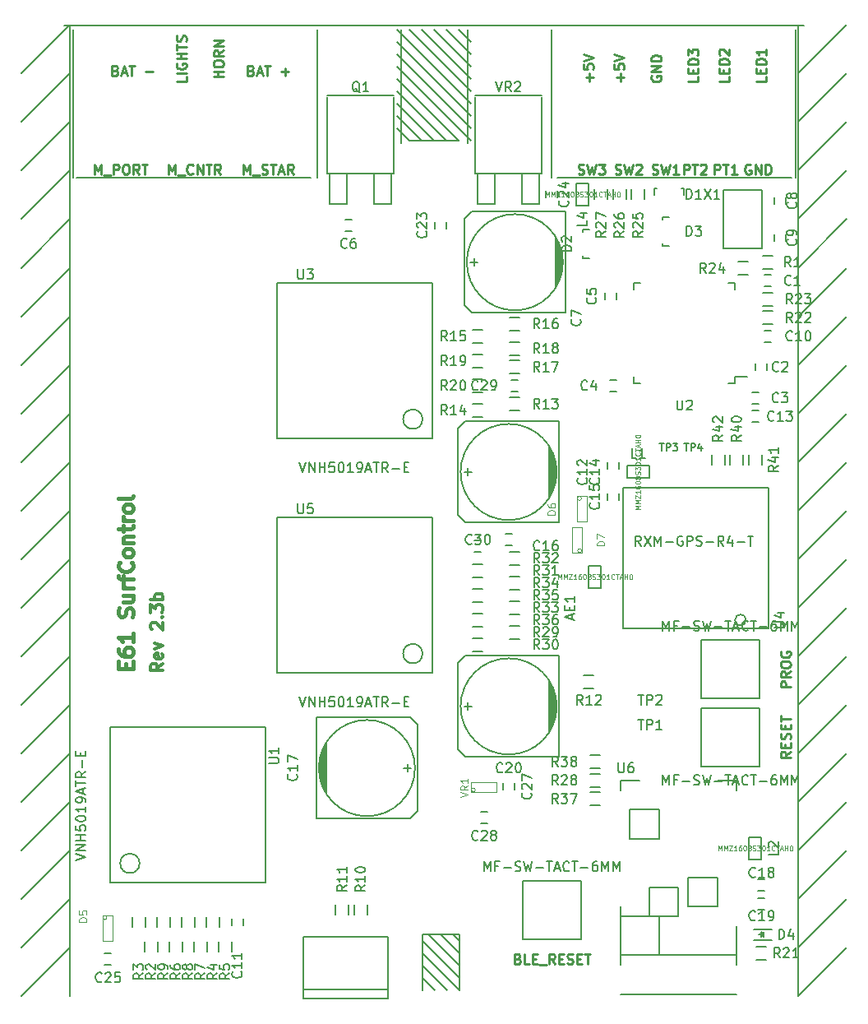
<source format=gto>
G04 #@! TF.FileFunction,Legend,Top*
%FSLAX46Y46*%
G04 Gerber Fmt 4.6, Leading zero omitted, Abs format (unit mm)*
G04 Created by KiCad (PCBNEW 4.0.4+dfsg1-stable) date Sun Apr 30 12:20:09 2017*
%MOMM*%
%LPD*%
G01*
G04 APERTURE LIST*
%ADD10C,0.150000*%
%ADD11C,0.200000*%
%ADD12C,0.254000*%
%ADD13C,0.317500*%
%ADD14C,0.381000*%
%ADD15C,0.127000*%
%ADD16C,0.078740*%
%ADD17C,0.190500*%
%ADD18C,0.149860*%
%ADD19C,0.114300*%
%ADD20C,0.119380*%
G04 APERTURE END LIST*
D10*
D11*
X79450000Y-123650000D02*
X80085000Y-124285000D01*
X78180000Y-123650000D02*
X80085000Y-125555000D01*
X80085000Y-126825000D02*
X76910000Y-123650000D01*
X76275000Y-124285000D02*
X80085000Y-128095000D01*
X80085000Y-129365000D02*
X76275000Y-125555000D01*
X78815000Y-129365000D02*
X76275000Y-126825000D01*
X77545000Y-129365000D02*
X76275000Y-128095000D01*
X80085000Y-123650000D02*
X80085000Y-126825000D01*
X76275000Y-123650000D02*
X80085000Y-123650000D01*
X76275000Y-126825000D02*
X76275000Y-123650000D01*
X80085000Y-126825000D02*
X80085000Y-129365000D01*
X76275000Y-129365000D02*
X76275000Y-126825000D01*
D12*
X110069095Y-44402000D02*
X109972333Y-44353619D01*
X109827190Y-44353619D01*
X109682048Y-44402000D01*
X109585286Y-44498762D01*
X109536905Y-44595524D01*
X109488524Y-44789048D01*
X109488524Y-44934190D01*
X109536905Y-45127714D01*
X109585286Y-45224476D01*
X109682048Y-45321238D01*
X109827190Y-45369619D01*
X109923952Y-45369619D01*
X110069095Y-45321238D01*
X110117476Y-45272857D01*
X110117476Y-44934190D01*
X109923952Y-44934190D01*
X110552905Y-45369619D02*
X110552905Y-44353619D01*
X111133476Y-45369619D01*
X111133476Y-44353619D01*
X111617286Y-45369619D02*
X111617286Y-44353619D01*
X111859191Y-44353619D01*
X112004333Y-44402000D01*
X112101095Y-44498762D01*
X112149476Y-44595524D01*
X112197857Y-44789048D01*
X112197857Y-44934190D01*
X112149476Y-45127714D01*
X112101095Y-45224476D01*
X112004333Y-45321238D01*
X111859191Y-45369619D01*
X111617286Y-45369619D01*
X93492571Y-35778095D02*
X93492571Y-35004000D01*
X93879619Y-35391048D02*
X93105524Y-35391048D01*
X92863619Y-34036381D02*
X92863619Y-34520190D01*
X93347429Y-34568571D01*
X93299048Y-34520190D01*
X93250667Y-34423428D01*
X93250667Y-34181524D01*
X93299048Y-34084762D01*
X93347429Y-34036381D01*
X93444190Y-33988000D01*
X93686095Y-33988000D01*
X93782857Y-34036381D01*
X93831238Y-34084762D01*
X93879619Y-34181524D01*
X93879619Y-34423428D01*
X93831238Y-34520190D01*
X93782857Y-34568571D01*
X92863619Y-33697714D02*
X93879619Y-33359047D01*
X92863619Y-33020381D01*
D11*
X35000000Y-130000000D02*
X40000000Y-125000000D01*
X35000000Y-125000000D02*
X40000000Y-120000000D01*
X35000000Y-120000000D02*
X40000000Y-115000000D01*
X35000000Y-115000000D02*
X40000000Y-110000000D01*
X35000000Y-110000000D02*
X40000000Y-105000000D01*
X35000000Y-105000000D02*
X40000000Y-100000000D01*
X35000000Y-100000000D02*
X40000000Y-95000000D01*
X35000000Y-95000000D02*
X40000000Y-90000000D01*
X35000000Y-55000000D02*
X40000000Y-50000000D01*
X35000000Y-60000000D02*
X40000000Y-55000000D01*
X35000000Y-65000000D02*
X40000000Y-60000000D01*
X35000000Y-70000000D02*
X40000000Y-65000000D01*
X35000000Y-75000000D02*
X40000000Y-70000000D01*
X35000000Y-80000000D02*
X40000000Y-75000000D01*
X35000000Y-85000000D02*
X40000000Y-80000000D01*
X35000000Y-90000000D02*
X40000000Y-85000000D01*
X35000000Y-50000000D02*
X40000000Y-45000000D01*
X35000000Y-45000000D02*
X40000000Y-40000000D01*
X35000000Y-40000000D02*
X40000000Y-35000000D01*
X35000000Y-35000000D02*
X40000000Y-30000000D01*
X115000000Y-35000000D02*
X120000000Y-30000000D01*
X115000000Y-40000000D02*
X120000000Y-35000000D01*
X115000000Y-45000000D02*
X120000000Y-40000000D01*
X115000000Y-50000000D02*
X120000000Y-45000000D01*
X115000000Y-90000000D02*
X120000000Y-85000000D01*
X115000000Y-85000000D02*
X120000000Y-80000000D01*
X115000000Y-80000000D02*
X120000000Y-75000000D01*
X115000000Y-75000000D02*
X120000000Y-70000000D01*
X115000000Y-70000000D02*
X120000000Y-65000000D01*
X115000000Y-65000000D02*
X120000000Y-60000000D01*
X115000000Y-60000000D02*
X120000000Y-55000000D01*
X115000000Y-55000000D02*
X120000000Y-50000000D01*
X115000000Y-95000000D02*
X120000000Y-90000000D01*
X115000000Y-100000000D02*
X120000000Y-95000000D01*
X115000000Y-105000000D02*
X120000000Y-100000000D01*
X115000000Y-110000000D02*
X120000000Y-105000000D01*
X115000000Y-115000000D02*
X120000000Y-110000000D01*
X115000000Y-120000000D02*
X120000000Y-115000000D01*
X115000000Y-125000000D02*
X120000000Y-120000000D01*
X115000000Y-130000000D02*
X120000000Y-125000000D01*
X115000000Y-30000000D02*
X115000000Y-130000000D01*
X40000000Y-130000000D02*
X40000000Y-30000000D01*
D12*
X55779619Y-35342666D02*
X54763619Y-35342666D01*
X55247429Y-35342666D02*
X55247429Y-34762095D01*
X55779619Y-34762095D02*
X54763619Y-34762095D01*
X54763619Y-34084761D02*
X54763619Y-33891238D01*
X54812000Y-33794476D01*
X54908762Y-33697714D01*
X55102286Y-33649333D01*
X55440952Y-33649333D01*
X55634476Y-33697714D01*
X55731238Y-33794476D01*
X55779619Y-33891238D01*
X55779619Y-34084761D01*
X55731238Y-34181523D01*
X55634476Y-34278285D01*
X55440952Y-34326666D01*
X55102286Y-34326666D01*
X54908762Y-34278285D01*
X54812000Y-34181523D01*
X54763619Y-34084761D01*
X55779619Y-32633333D02*
X55295810Y-32971999D01*
X55779619Y-33213904D02*
X54763619Y-33213904D01*
X54763619Y-32826857D01*
X54812000Y-32730095D01*
X54860381Y-32681714D01*
X54957143Y-32633333D01*
X55102286Y-32633333D01*
X55199048Y-32681714D01*
X55247429Y-32730095D01*
X55295810Y-32826857D01*
X55295810Y-33213904D01*
X55779619Y-32197904D02*
X54763619Y-32197904D01*
X55779619Y-31617333D01*
X54763619Y-31617333D01*
X51969619Y-35318476D02*
X51969619Y-35802285D01*
X50953619Y-35802285D01*
X51969619Y-34979809D02*
X50953619Y-34979809D01*
X51002000Y-33963809D02*
X50953619Y-34060571D01*
X50953619Y-34205714D01*
X51002000Y-34350856D01*
X51098762Y-34447618D01*
X51195524Y-34495999D01*
X51389048Y-34544380D01*
X51534190Y-34544380D01*
X51727714Y-34495999D01*
X51824476Y-34447618D01*
X51921238Y-34350856D01*
X51969619Y-34205714D01*
X51969619Y-34108952D01*
X51921238Y-33963809D01*
X51872857Y-33915428D01*
X51534190Y-33915428D01*
X51534190Y-34108952D01*
X51969619Y-33479999D02*
X50953619Y-33479999D01*
X51437429Y-33479999D02*
X51437429Y-32899428D01*
X51969619Y-32899428D02*
X50953619Y-32899428D01*
X50953619Y-32560761D02*
X50953619Y-31980190D01*
X51969619Y-32270475D02*
X50953619Y-32270475D01*
X51921238Y-31689904D02*
X51969619Y-31544761D01*
X51969619Y-31302857D01*
X51921238Y-31206095D01*
X51872857Y-31157714D01*
X51776095Y-31109333D01*
X51679333Y-31109333D01*
X51582571Y-31157714D01*
X51534190Y-31206095D01*
X51485810Y-31302857D01*
X51437429Y-31496380D01*
X51389048Y-31593142D01*
X51340667Y-31641523D01*
X51243905Y-31689904D01*
X51147143Y-31689904D01*
X51050381Y-31641523D01*
X51002000Y-31593142D01*
X50953619Y-31496380D01*
X50953619Y-31254476D01*
X51002000Y-31109333D01*
X50119048Y-45369619D02*
X50119048Y-44353619D01*
X50457714Y-45079333D01*
X50796381Y-44353619D01*
X50796381Y-45369619D01*
X51038286Y-45466381D02*
X51812381Y-45466381D01*
X52634857Y-45272857D02*
X52586476Y-45321238D01*
X52441333Y-45369619D01*
X52344571Y-45369619D01*
X52199429Y-45321238D01*
X52102667Y-45224476D01*
X52054286Y-45127714D01*
X52005905Y-44934190D01*
X52005905Y-44789048D01*
X52054286Y-44595524D01*
X52102667Y-44498762D01*
X52199429Y-44402000D01*
X52344571Y-44353619D01*
X52441333Y-44353619D01*
X52586476Y-44402000D01*
X52634857Y-44450381D01*
X53070286Y-45369619D02*
X53070286Y-44353619D01*
X53650857Y-45369619D01*
X53650857Y-44353619D01*
X53989524Y-44353619D02*
X54570095Y-44353619D01*
X54279810Y-45369619D02*
X54279810Y-44353619D01*
X55489333Y-45369619D02*
X55150667Y-44885810D01*
X54908762Y-45369619D02*
X54908762Y-44353619D01*
X55295809Y-44353619D01*
X55392571Y-44402000D01*
X55440952Y-44450381D01*
X55489333Y-44547143D01*
X55489333Y-44692286D01*
X55440952Y-44789048D01*
X55392571Y-44837429D01*
X55295809Y-44885810D01*
X54908762Y-44885810D01*
X58634095Y-34677429D02*
X58779238Y-34725810D01*
X58827619Y-34774190D01*
X58876000Y-34870952D01*
X58876000Y-35016095D01*
X58827619Y-35112857D01*
X58779238Y-35161238D01*
X58682476Y-35209619D01*
X58295429Y-35209619D01*
X58295429Y-34193619D01*
X58634095Y-34193619D01*
X58730857Y-34242000D01*
X58779238Y-34290381D01*
X58827619Y-34387143D01*
X58827619Y-34483905D01*
X58779238Y-34580667D01*
X58730857Y-34629048D01*
X58634095Y-34677429D01*
X58295429Y-34677429D01*
X59263048Y-34919333D02*
X59746857Y-34919333D01*
X59166286Y-35209619D02*
X59504953Y-34193619D01*
X59843619Y-35209619D01*
X60037143Y-34193619D02*
X60617714Y-34193619D01*
X60327429Y-35209619D02*
X60327429Y-34193619D01*
X61730476Y-34822571D02*
X62504571Y-34822571D01*
X62117523Y-35209619D02*
X62117523Y-34435524D01*
X44664095Y-34677429D02*
X44809238Y-34725810D01*
X44857619Y-34774190D01*
X44906000Y-34870952D01*
X44906000Y-35016095D01*
X44857619Y-35112857D01*
X44809238Y-35161238D01*
X44712476Y-35209619D01*
X44325429Y-35209619D01*
X44325429Y-34193619D01*
X44664095Y-34193619D01*
X44760857Y-34242000D01*
X44809238Y-34290381D01*
X44857619Y-34387143D01*
X44857619Y-34483905D01*
X44809238Y-34580667D01*
X44760857Y-34629048D01*
X44664095Y-34677429D01*
X44325429Y-34677429D01*
X45293048Y-34919333D02*
X45776857Y-34919333D01*
X45196286Y-35209619D02*
X45534953Y-34193619D01*
X45873619Y-35209619D01*
X46067143Y-34193619D02*
X46647714Y-34193619D01*
X46357429Y-35209619D02*
X46357429Y-34193619D01*
X47760476Y-34822571D02*
X48534571Y-34822571D01*
X57860001Y-45369619D02*
X57860001Y-44353619D01*
X58198667Y-45079333D01*
X58537334Y-44353619D01*
X58537334Y-45369619D01*
X58779239Y-45466381D02*
X59553334Y-45466381D01*
X59746858Y-45321238D02*
X59892001Y-45369619D01*
X60133905Y-45369619D01*
X60230667Y-45321238D01*
X60279048Y-45272857D01*
X60327429Y-45176095D01*
X60327429Y-45079333D01*
X60279048Y-44982571D01*
X60230667Y-44934190D01*
X60133905Y-44885810D01*
X59940382Y-44837429D01*
X59843620Y-44789048D01*
X59795239Y-44740667D01*
X59746858Y-44643905D01*
X59746858Y-44547143D01*
X59795239Y-44450381D01*
X59843620Y-44402000D01*
X59940382Y-44353619D01*
X60182286Y-44353619D01*
X60327429Y-44402000D01*
X60617715Y-44353619D02*
X61198286Y-44353619D01*
X60908001Y-45369619D02*
X60908001Y-44353619D01*
X61488572Y-45079333D02*
X61972381Y-45079333D01*
X61391810Y-45369619D02*
X61730477Y-44353619D01*
X62069143Y-45369619D01*
X62988381Y-45369619D02*
X62649715Y-44885810D01*
X62407810Y-45369619D02*
X62407810Y-44353619D01*
X62794857Y-44353619D01*
X62891619Y-44402000D01*
X62940000Y-44450381D01*
X62988381Y-44547143D01*
X62988381Y-44692286D01*
X62940000Y-44789048D01*
X62891619Y-44837429D01*
X62794857Y-44885810D01*
X62407810Y-44885810D01*
X42499048Y-45369619D02*
X42499048Y-44353619D01*
X42837714Y-45079333D01*
X43176381Y-44353619D01*
X43176381Y-45369619D01*
X43418286Y-45466381D02*
X44192381Y-45466381D01*
X44434286Y-45369619D02*
X44434286Y-44353619D01*
X44821333Y-44353619D01*
X44918095Y-44402000D01*
X44966476Y-44450381D01*
X45014857Y-44547143D01*
X45014857Y-44692286D01*
X44966476Y-44789048D01*
X44918095Y-44837429D01*
X44821333Y-44885810D01*
X44434286Y-44885810D01*
X45643810Y-44353619D02*
X45837333Y-44353619D01*
X45934095Y-44402000D01*
X46030857Y-44498762D01*
X46079238Y-44692286D01*
X46079238Y-45030952D01*
X46030857Y-45224476D01*
X45934095Y-45321238D01*
X45837333Y-45369619D01*
X45643810Y-45369619D01*
X45547048Y-45321238D01*
X45450286Y-45224476D01*
X45401905Y-45030952D01*
X45401905Y-44692286D01*
X45450286Y-44498762D01*
X45547048Y-44402000D01*
X45643810Y-44353619D01*
X47095238Y-45369619D02*
X46756572Y-44885810D01*
X46514667Y-45369619D02*
X46514667Y-44353619D01*
X46901714Y-44353619D01*
X46998476Y-44402000D01*
X47046857Y-44450381D01*
X47095238Y-44547143D01*
X47095238Y-44692286D01*
X47046857Y-44789048D01*
X46998476Y-44837429D01*
X46901714Y-44885810D01*
X46514667Y-44885810D01*
X47385524Y-44353619D02*
X47966095Y-44353619D01*
X47675810Y-45369619D02*
X47675810Y-44353619D01*
X114199619Y-104805619D02*
X113715810Y-105144285D01*
X114199619Y-105386190D02*
X113183619Y-105386190D01*
X113183619Y-104999143D01*
X113232000Y-104902381D01*
X113280381Y-104854000D01*
X113377143Y-104805619D01*
X113522286Y-104805619D01*
X113619048Y-104854000D01*
X113667429Y-104902381D01*
X113715810Y-104999143D01*
X113715810Y-105386190D01*
X113667429Y-104370190D02*
X113667429Y-104031524D01*
X114199619Y-103886381D02*
X114199619Y-104370190D01*
X113183619Y-104370190D01*
X113183619Y-103886381D01*
X114151238Y-103499333D02*
X114199619Y-103354190D01*
X114199619Y-103112286D01*
X114151238Y-103015524D01*
X114102857Y-102967143D01*
X114006095Y-102918762D01*
X113909333Y-102918762D01*
X113812571Y-102967143D01*
X113764190Y-103015524D01*
X113715810Y-103112286D01*
X113667429Y-103305809D01*
X113619048Y-103402571D01*
X113570667Y-103450952D01*
X113473905Y-103499333D01*
X113377143Y-103499333D01*
X113280381Y-103450952D01*
X113232000Y-103402571D01*
X113183619Y-103305809D01*
X113183619Y-103063905D01*
X113232000Y-102918762D01*
X113667429Y-102483333D02*
X113667429Y-102144667D01*
X114199619Y-101999524D02*
X114199619Y-102483333D01*
X113183619Y-102483333D01*
X113183619Y-101999524D01*
X113183619Y-101709238D02*
X113183619Y-101128667D01*
X114199619Y-101418952D02*
X113183619Y-101418952D01*
X114199619Y-98159285D02*
X113183619Y-98159285D01*
X113183619Y-97772238D01*
X113232000Y-97675476D01*
X113280381Y-97627095D01*
X113377143Y-97578714D01*
X113522286Y-97578714D01*
X113619048Y-97627095D01*
X113667429Y-97675476D01*
X113715810Y-97772238D01*
X113715810Y-98159285D01*
X114199619Y-96562714D02*
X113715810Y-96901380D01*
X114199619Y-97143285D02*
X113183619Y-97143285D01*
X113183619Y-96756238D01*
X113232000Y-96659476D01*
X113280381Y-96611095D01*
X113377143Y-96562714D01*
X113522286Y-96562714D01*
X113619048Y-96611095D01*
X113667429Y-96659476D01*
X113715810Y-96756238D01*
X113715810Y-97143285D01*
X113183619Y-95933761D02*
X113183619Y-95740238D01*
X113232000Y-95643476D01*
X113328762Y-95546714D01*
X113522286Y-95498333D01*
X113860952Y-95498333D01*
X114054476Y-95546714D01*
X114151238Y-95643476D01*
X114199619Y-95740238D01*
X114199619Y-95933761D01*
X114151238Y-96030523D01*
X114054476Y-96127285D01*
X113860952Y-96175666D01*
X113522286Y-96175666D01*
X113328762Y-96127285D01*
X113232000Y-96030523D01*
X113183619Y-95933761D01*
X113232000Y-94530714D02*
X113183619Y-94627476D01*
X113183619Y-94772619D01*
X113232000Y-94917761D01*
X113328762Y-95014523D01*
X113425524Y-95062904D01*
X113619048Y-95111285D01*
X113764190Y-95111285D01*
X113957714Y-95062904D01*
X114054476Y-95014523D01*
X114151238Y-94917761D01*
X114199619Y-94772619D01*
X114199619Y-94675857D01*
X114151238Y-94530714D01*
X114102857Y-94482333D01*
X113764190Y-94482333D01*
X113764190Y-94675857D01*
X86126572Y-126117429D02*
X86271715Y-126165810D01*
X86320096Y-126214190D01*
X86368477Y-126310952D01*
X86368477Y-126456095D01*
X86320096Y-126552857D01*
X86271715Y-126601238D01*
X86174953Y-126649619D01*
X85787906Y-126649619D01*
X85787906Y-125633619D01*
X86126572Y-125633619D01*
X86223334Y-125682000D01*
X86271715Y-125730381D01*
X86320096Y-125827143D01*
X86320096Y-125923905D01*
X86271715Y-126020667D01*
X86223334Y-126069048D01*
X86126572Y-126117429D01*
X85787906Y-126117429D01*
X87287715Y-126649619D02*
X86803906Y-126649619D01*
X86803906Y-125633619D01*
X87626382Y-126117429D02*
X87965048Y-126117429D01*
X88110191Y-126649619D02*
X87626382Y-126649619D01*
X87626382Y-125633619D01*
X88110191Y-125633619D01*
X88303715Y-126746381D02*
X89077810Y-126746381D01*
X89900286Y-126649619D02*
X89561620Y-126165810D01*
X89319715Y-126649619D02*
X89319715Y-125633619D01*
X89706762Y-125633619D01*
X89803524Y-125682000D01*
X89851905Y-125730381D01*
X89900286Y-125827143D01*
X89900286Y-125972286D01*
X89851905Y-126069048D01*
X89803524Y-126117429D01*
X89706762Y-126165810D01*
X89319715Y-126165810D01*
X90335715Y-126117429D02*
X90674381Y-126117429D01*
X90819524Y-126649619D02*
X90335715Y-126649619D01*
X90335715Y-125633619D01*
X90819524Y-125633619D01*
X91206572Y-126601238D02*
X91351715Y-126649619D01*
X91593619Y-126649619D01*
X91690381Y-126601238D01*
X91738762Y-126552857D01*
X91787143Y-126456095D01*
X91787143Y-126359333D01*
X91738762Y-126262571D01*
X91690381Y-126214190D01*
X91593619Y-126165810D01*
X91400096Y-126117429D01*
X91303334Y-126069048D01*
X91254953Y-126020667D01*
X91206572Y-125923905D01*
X91206572Y-125827143D01*
X91254953Y-125730381D01*
X91303334Y-125682000D01*
X91400096Y-125633619D01*
X91642000Y-125633619D01*
X91787143Y-125682000D01*
X92222572Y-126117429D02*
X92561238Y-126117429D01*
X92706381Y-126649619D02*
X92222572Y-126649619D01*
X92222572Y-125633619D01*
X92706381Y-125633619D01*
X92996667Y-125633619D02*
X93577238Y-125633619D01*
X93286953Y-126649619D02*
X93286953Y-125633619D01*
X103186905Y-45369619D02*
X103186905Y-44353619D01*
X103573952Y-44353619D01*
X103670714Y-44402000D01*
X103719095Y-44450381D01*
X103767476Y-44547143D01*
X103767476Y-44692286D01*
X103719095Y-44789048D01*
X103670714Y-44837429D01*
X103573952Y-44885810D01*
X103186905Y-44885810D01*
X104057762Y-44353619D02*
X104638333Y-44353619D01*
X104348048Y-45369619D02*
X104348048Y-44353619D01*
X104928619Y-44450381D02*
X104977000Y-44402000D01*
X105073762Y-44353619D01*
X105315666Y-44353619D01*
X105412428Y-44402000D01*
X105460809Y-44450381D01*
X105509190Y-44547143D01*
X105509190Y-44643905D01*
X105460809Y-44789048D01*
X104880238Y-45369619D01*
X105509190Y-45369619D01*
X96667571Y-35778095D02*
X96667571Y-35004000D01*
X97054619Y-35391048D02*
X96280524Y-35391048D01*
X96038619Y-34036381D02*
X96038619Y-34520190D01*
X96522429Y-34568571D01*
X96474048Y-34520190D01*
X96425667Y-34423428D01*
X96425667Y-34181524D01*
X96474048Y-34084762D01*
X96522429Y-34036381D01*
X96619190Y-33988000D01*
X96861095Y-33988000D01*
X96957857Y-34036381D01*
X97006238Y-34084762D01*
X97054619Y-34181524D01*
X97054619Y-34423428D01*
X97006238Y-34520190D01*
X96957857Y-34568571D01*
X96038619Y-33697714D02*
X97054619Y-33359047D01*
X96038619Y-33020381D01*
D13*
X49544524Y-95740238D02*
X48939762Y-96163571D01*
X49544524Y-96465952D02*
X48274524Y-96465952D01*
X48274524Y-95982143D01*
X48335000Y-95861190D01*
X48395476Y-95800714D01*
X48516429Y-95740238D01*
X48697857Y-95740238D01*
X48818810Y-95800714D01*
X48879286Y-95861190D01*
X48939762Y-95982143D01*
X48939762Y-96465952D01*
X49484048Y-94712143D02*
X49544524Y-94833095D01*
X49544524Y-95075000D01*
X49484048Y-95195952D01*
X49363095Y-95256428D01*
X48879286Y-95256428D01*
X48758333Y-95195952D01*
X48697857Y-95075000D01*
X48697857Y-94833095D01*
X48758333Y-94712143D01*
X48879286Y-94651666D01*
X49000238Y-94651666D01*
X49121190Y-95256428D01*
X48697857Y-94228333D02*
X49544524Y-93925952D01*
X48697857Y-93623572D01*
X48395476Y-92232619D02*
X48335000Y-92172143D01*
X48274524Y-92051191D01*
X48274524Y-91748810D01*
X48335000Y-91627857D01*
X48395476Y-91567381D01*
X48516429Y-91506905D01*
X48637381Y-91506905D01*
X48818810Y-91567381D01*
X49544524Y-92293095D01*
X49544524Y-91506905D01*
X49423571Y-90962619D02*
X49484048Y-90902143D01*
X49544524Y-90962619D01*
X49484048Y-91023095D01*
X49423571Y-90962619D01*
X49544524Y-90962619D01*
X48274524Y-90478809D02*
X48274524Y-89692619D01*
X48758333Y-90115952D01*
X48758333Y-89934524D01*
X48818810Y-89813571D01*
X48879286Y-89753095D01*
X49000238Y-89692619D01*
X49302619Y-89692619D01*
X49423571Y-89753095D01*
X49484048Y-89813571D01*
X49544524Y-89934524D01*
X49544524Y-90297381D01*
X49484048Y-90418333D01*
X49423571Y-90478809D01*
X49544524Y-89148333D02*
X48274524Y-89148333D01*
X48758333Y-89148333D02*
X48697857Y-89027381D01*
X48697857Y-88785476D01*
X48758333Y-88664524D01*
X48818810Y-88604047D01*
X48939762Y-88543571D01*
X49302619Y-88543571D01*
X49423571Y-88604047D01*
X49484048Y-88664524D01*
X49544524Y-88785476D01*
X49544524Y-89027381D01*
X49484048Y-89148333D01*
D14*
X45686143Y-96272429D02*
X45686143Y-95764429D01*
X46484429Y-95546715D02*
X46484429Y-96272429D01*
X44960429Y-96272429D01*
X44960429Y-95546715D01*
X44960429Y-94240429D02*
X44960429Y-94530715D01*
X45033000Y-94675858D01*
X45105571Y-94748429D01*
X45323286Y-94893572D01*
X45613571Y-94966143D01*
X46194143Y-94966143D01*
X46339286Y-94893572D01*
X46411857Y-94821000D01*
X46484429Y-94675858D01*
X46484429Y-94385572D01*
X46411857Y-94240429D01*
X46339286Y-94167858D01*
X46194143Y-94095286D01*
X45831286Y-94095286D01*
X45686143Y-94167858D01*
X45613571Y-94240429D01*
X45541000Y-94385572D01*
X45541000Y-94675858D01*
X45613571Y-94821000D01*
X45686143Y-94893572D01*
X45831286Y-94966143D01*
X46484429Y-92643857D02*
X46484429Y-93514714D01*
X46484429Y-93079286D02*
X44960429Y-93079286D01*
X45178143Y-93224429D01*
X45323286Y-93369571D01*
X45395857Y-93514714D01*
X46411857Y-90902142D02*
X46484429Y-90684428D01*
X46484429Y-90321571D01*
X46411857Y-90176428D01*
X46339286Y-90103857D01*
X46194143Y-90031285D01*
X46049000Y-90031285D01*
X45903857Y-90103857D01*
X45831286Y-90176428D01*
X45758714Y-90321571D01*
X45686143Y-90611857D01*
X45613571Y-90756999D01*
X45541000Y-90829571D01*
X45395857Y-90902142D01*
X45250714Y-90902142D01*
X45105571Y-90829571D01*
X45033000Y-90756999D01*
X44960429Y-90611857D01*
X44960429Y-90248999D01*
X45033000Y-90031285D01*
X45468429Y-88724999D02*
X46484429Y-88724999D01*
X45468429Y-89378142D02*
X46266714Y-89378142D01*
X46411857Y-89305570D01*
X46484429Y-89160428D01*
X46484429Y-88942713D01*
X46411857Y-88797570D01*
X46339286Y-88724999D01*
X46484429Y-87999285D02*
X45468429Y-87999285D01*
X45758714Y-87999285D02*
X45613571Y-87926713D01*
X45541000Y-87854142D01*
X45468429Y-87708999D01*
X45468429Y-87563856D01*
X45468429Y-87273570D02*
X45468429Y-86692999D01*
X46484429Y-87055856D02*
X45178143Y-87055856D01*
X45033000Y-86983284D01*
X44960429Y-86838142D01*
X44960429Y-86692999D01*
X46339286Y-85314142D02*
X46411857Y-85386713D01*
X46484429Y-85604427D01*
X46484429Y-85749570D01*
X46411857Y-85967285D01*
X46266714Y-86112427D01*
X46121571Y-86184999D01*
X45831286Y-86257570D01*
X45613571Y-86257570D01*
X45323286Y-86184999D01*
X45178143Y-86112427D01*
X45033000Y-85967285D01*
X44960429Y-85749570D01*
X44960429Y-85604427D01*
X45033000Y-85386713D01*
X45105571Y-85314142D01*
X46484429Y-84443285D02*
X46411857Y-84588427D01*
X46339286Y-84660999D01*
X46194143Y-84733570D01*
X45758714Y-84733570D01*
X45613571Y-84660999D01*
X45541000Y-84588427D01*
X45468429Y-84443285D01*
X45468429Y-84225570D01*
X45541000Y-84080427D01*
X45613571Y-84007856D01*
X45758714Y-83935285D01*
X46194143Y-83935285D01*
X46339286Y-84007856D01*
X46411857Y-84080427D01*
X46484429Y-84225570D01*
X46484429Y-84443285D01*
X45468429Y-83282142D02*
X46484429Y-83282142D01*
X45613571Y-83282142D02*
X45541000Y-83209570D01*
X45468429Y-83064428D01*
X45468429Y-82846713D01*
X45541000Y-82701570D01*
X45686143Y-82628999D01*
X46484429Y-82628999D01*
X45468429Y-82120999D02*
X45468429Y-81540428D01*
X44960429Y-81903285D02*
X46266714Y-81903285D01*
X46411857Y-81830713D01*
X46484429Y-81685571D01*
X46484429Y-81540428D01*
X46484429Y-81032428D02*
X45468429Y-81032428D01*
X45758714Y-81032428D02*
X45613571Y-80959856D01*
X45541000Y-80887285D01*
X45468429Y-80742142D01*
X45468429Y-80596999D01*
X46484429Y-79871285D02*
X46411857Y-80016427D01*
X46339286Y-80088999D01*
X46194143Y-80161570D01*
X45758714Y-80161570D01*
X45613571Y-80088999D01*
X45541000Y-80016427D01*
X45468429Y-79871285D01*
X45468429Y-79653570D01*
X45541000Y-79508427D01*
X45613571Y-79435856D01*
X45758714Y-79363285D01*
X46194143Y-79363285D01*
X46339286Y-79435856D01*
X46411857Y-79508427D01*
X46484429Y-79653570D01*
X46484429Y-79871285D01*
X46484429Y-78492428D02*
X46411857Y-78637570D01*
X46266714Y-78710142D01*
X44960429Y-78710142D01*
D12*
X99897000Y-35245905D02*
X99848619Y-35342667D01*
X99848619Y-35487810D01*
X99897000Y-35632952D01*
X99993762Y-35729714D01*
X100090524Y-35778095D01*
X100284048Y-35826476D01*
X100429190Y-35826476D01*
X100622714Y-35778095D01*
X100719476Y-35729714D01*
X100816238Y-35632952D01*
X100864619Y-35487810D01*
X100864619Y-35391048D01*
X100816238Y-35245905D01*
X100767857Y-35197524D01*
X100429190Y-35197524D01*
X100429190Y-35391048D01*
X100864619Y-34762095D02*
X99848619Y-34762095D01*
X100864619Y-34181524D01*
X99848619Y-34181524D01*
X100864619Y-33697714D02*
X99848619Y-33697714D01*
X99848619Y-33455809D01*
X99897000Y-33310667D01*
X99993762Y-33213905D01*
X100090524Y-33165524D01*
X100284048Y-33117143D01*
X100429190Y-33117143D01*
X100622714Y-33165524D01*
X100719476Y-33213905D01*
X100816238Y-33310667D01*
X100864619Y-33455809D01*
X100864619Y-33697714D01*
X106361905Y-45369619D02*
X106361905Y-44353619D01*
X106748952Y-44353619D01*
X106845714Y-44402000D01*
X106894095Y-44450381D01*
X106942476Y-44547143D01*
X106942476Y-44692286D01*
X106894095Y-44789048D01*
X106845714Y-44837429D01*
X106748952Y-44885810D01*
X106361905Y-44885810D01*
X107232762Y-44353619D02*
X107813333Y-44353619D01*
X107523048Y-45369619D02*
X107523048Y-44353619D01*
X108684190Y-45369619D02*
X108103619Y-45369619D01*
X108393905Y-45369619D02*
X108393905Y-44353619D01*
X108297143Y-44498762D01*
X108200381Y-44595524D01*
X108103619Y-44643905D01*
X104674619Y-35294286D02*
X104674619Y-35778095D01*
X103658619Y-35778095D01*
X104142429Y-34955619D02*
X104142429Y-34616953D01*
X104674619Y-34471810D02*
X104674619Y-34955619D01*
X103658619Y-34955619D01*
X103658619Y-34471810D01*
X104674619Y-34036381D02*
X103658619Y-34036381D01*
X103658619Y-33794476D01*
X103707000Y-33649334D01*
X103803762Y-33552572D01*
X103900524Y-33504191D01*
X104094048Y-33455810D01*
X104239190Y-33455810D01*
X104432714Y-33504191D01*
X104529476Y-33552572D01*
X104626238Y-33649334D01*
X104674619Y-33794476D01*
X104674619Y-34036381D01*
X103658619Y-33117143D02*
X103658619Y-32488191D01*
X104045667Y-32826857D01*
X104045667Y-32681715D01*
X104094048Y-32584953D01*
X104142429Y-32536572D01*
X104239190Y-32488191D01*
X104481095Y-32488191D01*
X104577857Y-32536572D01*
X104626238Y-32584953D01*
X104674619Y-32681715D01*
X104674619Y-32972000D01*
X104626238Y-33068762D01*
X104577857Y-33117143D01*
X107849619Y-35294286D02*
X107849619Y-35778095D01*
X106833619Y-35778095D01*
X107317429Y-34955619D02*
X107317429Y-34616953D01*
X107849619Y-34471810D02*
X107849619Y-34955619D01*
X106833619Y-34955619D01*
X106833619Y-34471810D01*
X107849619Y-34036381D02*
X106833619Y-34036381D01*
X106833619Y-33794476D01*
X106882000Y-33649334D01*
X106978762Y-33552572D01*
X107075524Y-33504191D01*
X107269048Y-33455810D01*
X107414190Y-33455810D01*
X107607714Y-33504191D01*
X107704476Y-33552572D01*
X107801238Y-33649334D01*
X107849619Y-33794476D01*
X107849619Y-34036381D01*
X106930381Y-33068762D02*
X106882000Y-33020381D01*
X106833619Y-32923619D01*
X106833619Y-32681715D01*
X106882000Y-32584953D01*
X106930381Y-32536572D01*
X107027143Y-32488191D01*
X107123905Y-32488191D01*
X107269048Y-32536572D01*
X107849619Y-33117143D01*
X107849619Y-32488191D01*
X111659619Y-35294286D02*
X111659619Y-35778095D01*
X110643619Y-35778095D01*
X111127429Y-34955619D02*
X111127429Y-34616953D01*
X111659619Y-34471810D02*
X111659619Y-34955619D01*
X110643619Y-34955619D01*
X110643619Y-34471810D01*
X111659619Y-34036381D02*
X110643619Y-34036381D01*
X110643619Y-33794476D01*
X110692000Y-33649334D01*
X110788762Y-33552572D01*
X110885524Y-33504191D01*
X111079048Y-33455810D01*
X111224190Y-33455810D01*
X111417714Y-33504191D01*
X111514476Y-33552572D01*
X111611238Y-33649334D01*
X111659619Y-33794476D01*
X111659619Y-34036381D01*
X111659619Y-32488191D02*
X111659619Y-33068762D01*
X111659619Y-32778476D02*
X110643619Y-32778476D01*
X110788762Y-32875238D01*
X110885524Y-32972000D01*
X110933905Y-33068762D01*
X92343524Y-45321238D02*
X92488667Y-45369619D01*
X92730571Y-45369619D01*
X92827333Y-45321238D01*
X92875714Y-45272857D01*
X92924095Y-45176095D01*
X92924095Y-45079333D01*
X92875714Y-44982571D01*
X92827333Y-44934190D01*
X92730571Y-44885810D01*
X92537048Y-44837429D01*
X92440286Y-44789048D01*
X92391905Y-44740667D01*
X92343524Y-44643905D01*
X92343524Y-44547143D01*
X92391905Y-44450381D01*
X92440286Y-44402000D01*
X92537048Y-44353619D01*
X92778952Y-44353619D01*
X92924095Y-44402000D01*
X93262762Y-44353619D02*
X93504667Y-45369619D01*
X93698190Y-44643905D01*
X93891714Y-45369619D01*
X94133619Y-44353619D01*
X94423905Y-44353619D02*
X95052857Y-44353619D01*
X94714191Y-44740667D01*
X94859333Y-44740667D01*
X94956095Y-44789048D01*
X95004476Y-44837429D01*
X95052857Y-44934190D01*
X95052857Y-45176095D01*
X95004476Y-45272857D01*
X94956095Y-45321238D01*
X94859333Y-45369619D01*
X94569048Y-45369619D01*
X94472286Y-45321238D01*
X94423905Y-45272857D01*
X96153524Y-45321238D02*
X96298667Y-45369619D01*
X96540571Y-45369619D01*
X96637333Y-45321238D01*
X96685714Y-45272857D01*
X96734095Y-45176095D01*
X96734095Y-45079333D01*
X96685714Y-44982571D01*
X96637333Y-44934190D01*
X96540571Y-44885810D01*
X96347048Y-44837429D01*
X96250286Y-44789048D01*
X96201905Y-44740667D01*
X96153524Y-44643905D01*
X96153524Y-44547143D01*
X96201905Y-44450381D01*
X96250286Y-44402000D01*
X96347048Y-44353619D01*
X96588952Y-44353619D01*
X96734095Y-44402000D01*
X97072762Y-44353619D02*
X97314667Y-45369619D01*
X97508190Y-44643905D01*
X97701714Y-45369619D01*
X97943619Y-44353619D01*
X98282286Y-44450381D02*
X98330667Y-44402000D01*
X98427429Y-44353619D01*
X98669333Y-44353619D01*
X98766095Y-44402000D01*
X98814476Y-44450381D01*
X98862857Y-44547143D01*
X98862857Y-44643905D01*
X98814476Y-44789048D01*
X98233905Y-45369619D01*
X98862857Y-45369619D01*
X99963524Y-45321238D02*
X100108667Y-45369619D01*
X100350571Y-45369619D01*
X100447333Y-45321238D01*
X100495714Y-45272857D01*
X100544095Y-45176095D01*
X100544095Y-45079333D01*
X100495714Y-44982571D01*
X100447333Y-44934190D01*
X100350571Y-44885810D01*
X100157048Y-44837429D01*
X100060286Y-44789048D01*
X100011905Y-44740667D01*
X99963524Y-44643905D01*
X99963524Y-44547143D01*
X100011905Y-44450381D01*
X100060286Y-44402000D01*
X100157048Y-44353619D01*
X100398952Y-44353619D01*
X100544095Y-44402000D01*
X100882762Y-44353619D02*
X101124667Y-45369619D01*
X101318190Y-44643905D01*
X101511714Y-45369619D01*
X101753619Y-44353619D01*
X102672857Y-45369619D02*
X102092286Y-45369619D01*
X102382572Y-45369619D02*
X102382572Y-44353619D01*
X102285810Y-44498762D01*
X102189048Y-44595524D01*
X102092286Y-44643905D01*
D10*
X69250000Y-121610000D02*
X69250000Y-120610000D01*
X70600000Y-120610000D02*
X70600000Y-121610000D01*
X89991000Y-75009000D02*
X89991000Y-77041000D01*
X89864000Y-77422000D02*
X89864000Y-74501000D01*
X89737000Y-74247000D02*
X89737000Y-77803000D01*
X89610000Y-78184000D02*
X89610000Y-73866000D01*
X89483000Y-73612000D02*
X89483000Y-78438000D01*
X89356000Y-78565000D02*
X89356000Y-73485000D01*
X90372000Y-81232000D02*
X90372000Y-70818000D01*
X90372000Y-70818000D02*
X80720000Y-70818000D01*
X80720000Y-70818000D02*
X79958000Y-71580000D01*
X79958000Y-71580000D02*
X79958000Y-80470000D01*
X79958000Y-80470000D02*
X80720000Y-81232000D01*
X80720000Y-81232000D02*
X90372000Y-81232000D01*
X80593000Y-76025000D02*
X81355000Y-76025000D01*
X80974000Y-76406000D02*
X80974000Y-75644000D01*
X90118000Y-76025000D02*
G75*
G03X90118000Y-76025000I-4953000J0D01*
G01*
X96310000Y-67735000D02*
X95610000Y-67735000D01*
X95610000Y-66535000D02*
X96310000Y-66535000D01*
X108437500Y-66912500D02*
X108437500Y-66237500D01*
X98087500Y-66912500D02*
X98087500Y-66237500D01*
X98087500Y-56562500D02*
X98087500Y-57237500D01*
X108437500Y-56562500D02*
X108437500Y-57237500D01*
X108437500Y-66912500D02*
X107762500Y-66912500D01*
X108437500Y-56562500D02*
X107762500Y-56562500D01*
X98087500Y-56562500D02*
X98762500Y-56562500D01*
X98087500Y-66912500D02*
X98762500Y-66912500D01*
X108437500Y-66237500D02*
X109712500Y-66237500D01*
X86562000Y-45291000D02*
X86562000Y-48466000D01*
X86562000Y-48466000D02*
X88340000Y-48466000D01*
X88340000Y-48466000D02*
X88340000Y-45291000D01*
X81990000Y-45291000D02*
X81990000Y-48466000D01*
X81990000Y-48466000D02*
X83768000Y-48466000D01*
X83768000Y-48466000D02*
X83768000Y-45291000D01*
X88594000Y-39195000D02*
X88594000Y-45291000D01*
X88594000Y-45291000D02*
X81736000Y-45291000D01*
X81736000Y-45291000D02*
X81736000Y-37417000D01*
X81736000Y-37290000D02*
X88594000Y-37290000D01*
X88594000Y-37417000D02*
X88594000Y-39195000D01*
X71322000Y-45291000D02*
X71322000Y-48466000D01*
X71322000Y-48466000D02*
X73100000Y-48466000D01*
X73100000Y-48466000D02*
X73100000Y-45291000D01*
X66750000Y-45291000D02*
X66750000Y-48466000D01*
X66750000Y-48466000D02*
X68528000Y-48466000D01*
X68528000Y-48466000D02*
X68528000Y-45291000D01*
X73354000Y-39195000D02*
X73354000Y-45291000D01*
X73354000Y-45291000D02*
X66496000Y-45291000D01*
X66496000Y-45291000D02*
X66496000Y-37417000D01*
X66496000Y-37290000D02*
X73354000Y-37290000D01*
X73354000Y-37417000D02*
X73354000Y-39195000D01*
X111485000Y-55740000D02*
X112185000Y-55740000D01*
X112185000Y-56940000D02*
X111485000Y-56940000D01*
X111800000Y-64880000D02*
X111800000Y-65580000D01*
X110600000Y-65580000D02*
X110600000Y-64880000D01*
X110215000Y-67805000D02*
X110915000Y-67805000D01*
X110915000Y-69005000D02*
X110215000Y-69005000D01*
X95042500Y-58277500D02*
X95042500Y-57577500D01*
X96242500Y-57577500D02*
X96242500Y-58277500D01*
X69005000Y-51225000D02*
X68305000Y-51225000D01*
X68305000Y-50025000D02*
X69005000Y-50025000D01*
X90626000Y-53419000D02*
X90626000Y-55451000D01*
X90499000Y-55832000D02*
X90499000Y-52911000D01*
X90372000Y-52657000D02*
X90372000Y-56213000D01*
X90245000Y-56594000D02*
X90245000Y-52276000D01*
X90118000Y-52022000D02*
X90118000Y-56848000D01*
X89991000Y-56975000D02*
X89991000Y-51895000D01*
X91007000Y-59642000D02*
X91007000Y-49228000D01*
X91007000Y-49228000D02*
X81355000Y-49228000D01*
X81355000Y-49228000D02*
X80593000Y-49990000D01*
X80593000Y-49990000D02*
X80593000Y-58880000D01*
X80593000Y-58880000D02*
X81355000Y-59642000D01*
X81355000Y-59642000D02*
X91007000Y-59642000D01*
X81228000Y-54435000D02*
X81990000Y-54435000D01*
X81609000Y-54816000D02*
X81609000Y-54054000D01*
X90753000Y-54435000D02*
G75*
G03X90753000Y-54435000I-4953000J0D01*
G01*
X113705000Y-47735000D02*
X113705000Y-48435000D01*
X112505000Y-48435000D02*
X112505000Y-47735000D01*
X113705000Y-51545000D02*
X113705000Y-52245000D01*
X112505000Y-52245000D02*
X112505000Y-51545000D01*
X111485000Y-61455000D02*
X112185000Y-61455000D01*
X112185000Y-62655000D02*
X111485000Y-62655000D01*
X57825000Y-122030000D02*
X57825000Y-122730000D01*
X56625000Y-122730000D02*
X56625000Y-122030000D01*
X110215000Y-69710000D02*
X110915000Y-69710000D01*
X110915000Y-70910000D02*
X110215000Y-70910000D01*
X96560000Y-75040000D02*
X96560000Y-75740000D01*
X95360000Y-75740000D02*
X95360000Y-75040000D01*
X95360000Y-78915000D02*
X95360000Y-78215000D01*
X96560000Y-78215000D02*
X96560000Y-78915000D01*
X81640000Y-83045000D02*
X82340000Y-83045000D01*
X82340000Y-84245000D02*
X81640000Y-84245000D01*
X65734000Y-107521000D02*
X65734000Y-105489000D01*
X65861000Y-105108000D02*
X65861000Y-108029000D01*
X65988000Y-108283000D02*
X65988000Y-104727000D01*
X66115000Y-104346000D02*
X66115000Y-108664000D01*
X66242000Y-108918000D02*
X66242000Y-104092000D01*
X66369000Y-103965000D02*
X66369000Y-109045000D01*
X65353000Y-101298000D02*
X65353000Y-111712000D01*
X65353000Y-111712000D02*
X75005000Y-111712000D01*
X75005000Y-111712000D02*
X75767000Y-110950000D01*
X75767000Y-110950000D02*
X75767000Y-102060000D01*
X75767000Y-102060000D02*
X75005000Y-101298000D01*
X75005000Y-101298000D02*
X65353000Y-101298000D01*
X75132000Y-106505000D02*
X74370000Y-106505000D01*
X74751000Y-106124000D02*
X74751000Y-106886000D01*
X75513000Y-106505000D02*
G75*
G03X75513000Y-106505000I-4953000J0D01*
G01*
X78780000Y-50275000D02*
X78780000Y-50975000D01*
X77580000Y-50975000D02*
X77580000Y-50275000D01*
X89010000Y-47800000D02*
X89010000Y-47100000D01*
X90210000Y-47100000D02*
X90210000Y-47800000D01*
X44240000Y-126790000D02*
X43540000Y-126790000D01*
X43540000Y-125590000D02*
X44240000Y-125590000D01*
X85765000Y-108060000D02*
X85765000Y-108760000D01*
X84565000Y-108760000D02*
X84565000Y-108060000D01*
X82975000Y-112185000D02*
X82275000Y-112185000D01*
X82275000Y-110985000D02*
X82975000Y-110985000D01*
X86150000Y-67735000D02*
X85450000Y-67735000D01*
X85450000Y-66535000D02*
X86150000Y-66535000D01*
X85515000Y-83610000D02*
X84815000Y-83610000D01*
X84815000Y-82410000D02*
X85515000Y-82410000D01*
X102974160Y-46799760D02*
X102925900Y-46799760D01*
X100175180Y-47500800D02*
X100175180Y-46799760D01*
X100175180Y-46799760D02*
X100424100Y-46799760D01*
X102974160Y-46799760D02*
X103174820Y-46799760D01*
X103174820Y-46799760D02*
X103174820Y-47500800D01*
X92769760Y-51230840D02*
X92769760Y-51279100D01*
X93470800Y-54029820D02*
X92769760Y-54029820D01*
X92769760Y-54029820D02*
X92769760Y-53780900D01*
X92769760Y-51230840D02*
X92769760Y-51030180D01*
X92769760Y-51030180D02*
X93470800Y-51030180D01*
X101024760Y-49960840D02*
X101024760Y-50009100D01*
X101725800Y-52759820D02*
X101024760Y-52759820D01*
X101024760Y-52759820D02*
X101024760Y-52510900D01*
X101024760Y-49960840D02*
X101024760Y-49760180D01*
X101024760Y-49760180D02*
X101725800Y-49760180D01*
X112300000Y-123100000D02*
X110400000Y-123100000D01*
X112300000Y-124200000D02*
X110400000Y-124200000D01*
X111400000Y-123650000D02*
X110950000Y-123650000D01*
X111450000Y-123900000D02*
X111450000Y-123400000D01*
X111450000Y-123650000D02*
X111200000Y-123900000D01*
X111200000Y-123900000D02*
X111200000Y-123400000D01*
X111200000Y-123400000D02*
X111450000Y-123650000D01*
D15*
X99643000Y-76660000D02*
X97357000Y-76660000D01*
X97357000Y-76660000D02*
X97357000Y-75390000D01*
X97357000Y-75390000D02*
X99643000Y-75390000D01*
X99643000Y-75390000D02*
X99643000Y-76660000D01*
X111200000Y-113617000D02*
X111200000Y-115903000D01*
X111200000Y-115903000D02*
X109930000Y-115903000D01*
X109930000Y-115903000D02*
X109930000Y-113617000D01*
X109930000Y-113617000D02*
X111200000Y-113617000D01*
X93420000Y-46307000D02*
X93420000Y-48593000D01*
X93420000Y-48593000D02*
X92150000Y-48593000D01*
X92150000Y-48593000D02*
X92150000Y-46307000D01*
X92150000Y-46307000D02*
X93420000Y-46307000D01*
X93420000Y-87963000D02*
X93420000Y-85677000D01*
X93420000Y-85677000D02*
X94690000Y-85677000D01*
X94690000Y-85677000D02*
X94690000Y-87963000D01*
X94690000Y-87963000D02*
X93420000Y-87963000D01*
D10*
X112335000Y-55110000D02*
X111335000Y-55110000D01*
X111335000Y-53760000D02*
X112335000Y-53760000D01*
X49010000Y-124420000D02*
X49010000Y-125420000D01*
X47660000Y-125420000D02*
X47660000Y-124420000D01*
X47740000Y-121880000D02*
X47740000Y-122880000D01*
X46390000Y-122880000D02*
X46390000Y-121880000D01*
X55360000Y-121880000D02*
X55360000Y-122880000D01*
X54010000Y-122880000D02*
X54010000Y-121880000D01*
X56630000Y-124420000D02*
X56630000Y-125420000D01*
X55280000Y-125420000D02*
X55280000Y-124420000D01*
X51550000Y-124420000D02*
X51550000Y-125420000D01*
X50200000Y-125420000D02*
X50200000Y-124420000D01*
X52740000Y-125420000D02*
X52740000Y-124420000D01*
X54090000Y-124420000D02*
X54090000Y-125420000D01*
X52820000Y-121880000D02*
X52820000Y-122880000D01*
X51470000Y-122880000D02*
X51470000Y-121880000D01*
X48930000Y-122880000D02*
X48930000Y-121880000D01*
X50280000Y-121880000D02*
X50280000Y-122880000D01*
X67345000Y-121610000D02*
X67345000Y-120610000D01*
X68695000Y-120610000D02*
X68695000Y-121610000D01*
X93920000Y-98290000D02*
X92920000Y-98290000D01*
X92920000Y-96940000D02*
X93920000Y-96940000D01*
X85300000Y-68365000D02*
X86300000Y-68365000D01*
X86300000Y-69715000D02*
X85300000Y-69715000D01*
X81490000Y-69000000D02*
X82490000Y-69000000D01*
X82490000Y-70350000D02*
X81490000Y-70350000D01*
X81490000Y-61380000D02*
X82490000Y-61380000D01*
X82490000Y-62730000D02*
X81490000Y-62730000D01*
X85300000Y-60110000D02*
X86300000Y-60110000D01*
X86300000Y-61460000D02*
X85300000Y-61460000D01*
X85300000Y-64555000D02*
X86300000Y-64555000D01*
X86300000Y-65905000D02*
X85300000Y-65905000D01*
X86300000Y-64000000D02*
X85300000Y-64000000D01*
X85300000Y-62650000D02*
X86300000Y-62650000D01*
X81490000Y-63920000D02*
X82490000Y-63920000D01*
X82490000Y-65270000D02*
X81490000Y-65270000D01*
X82490000Y-67810000D02*
X81490000Y-67810000D01*
X81490000Y-66460000D02*
X82490000Y-66460000D01*
X112335000Y-60825000D02*
X111335000Y-60825000D01*
X111335000Y-59475000D02*
X112335000Y-59475000D01*
X112335000Y-58920000D02*
X111335000Y-58920000D01*
X111335000Y-57570000D02*
X112335000Y-57570000D01*
X109795000Y-55745000D02*
X108795000Y-55745000D01*
X108795000Y-54395000D02*
X109795000Y-54395000D01*
X99175000Y-46950000D02*
X99175000Y-47950000D01*
X97825000Y-47950000D02*
X97825000Y-46950000D01*
X97270000Y-46950000D02*
X97270000Y-47950000D01*
X95920000Y-47950000D02*
X95920000Y-46950000D01*
X95365000Y-46950000D02*
X95365000Y-47950000D01*
X94015000Y-47950000D02*
X94015000Y-46950000D01*
X85300000Y-91860000D02*
X86300000Y-91860000D01*
X86300000Y-93210000D02*
X85300000Y-93210000D01*
X81490000Y-93130000D02*
X82490000Y-93130000D01*
X82490000Y-94480000D02*
X81490000Y-94480000D01*
X81490000Y-85510000D02*
X82490000Y-85510000D01*
X82490000Y-86860000D02*
X81490000Y-86860000D01*
X85300000Y-84240000D02*
X86300000Y-84240000D01*
X86300000Y-85590000D02*
X85300000Y-85590000D01*
X85300000Y-89320000D02*
X86300000Y-89320000D01*
X86300000Y-90670000D02*
X85300000Y-90670000D01*
X86300000Y-88130000D02*
X85300000Y-88130000D01*
X85300000Y-86780000D02*
X86300000Y-86780000D01*
X81490000Y-88050000D02*
X82490000Y-88050000D01*
X82490000Y-89400000D02*
X81490000Y-89400000D01*
X82490000Y-91940000D02*
X81490000Y-91940000D01*
X81490000Y-90590000D02*
X82490000Y-90590000D01*
X94555000Y-110355000D02*
X93555000Y-110355000D01*
X93555000Y-109005000D02*
X94555000Y-109005000D01*
X93555000Y-105195000D02*
X94555000Y-105195000D01*
X94555000Y-106545000D02*
X93555000Y-106545000D01*
X107985000Y-75255000D02*
X107985000Y-74255000D01*
X109335000Y-74255000D02*
X109335000Y-75255000D01*
X109890000Y-75255000D02*
X109890000Y-74255000D01*
X111240000Y-74255000D02*
X111240000Y-75255000D01*
X107430000Y-74255000D02*
X107430000Y-75255000D01*
X106080000Y-75255000D02*
X106080000Y-74255000D01*
X105025000Y-100330000D02*
X105025000Y-106330000D01*
X105025000Y-106330000D02*
X111025000Y-106330000D01*
X111025000Y-106330000D02*
X111025000Y-100330000D01*
X111025000Y-100330000D02*
X105025000Y-100330000D01*
X111025000Y-99345000D02*
X111025000Y-93345000D01*
X111025000Y-93345000D02*
X105025000Y-93345000D01*
X105025000Y-93345000D02*
X105025000Y-99345000D01*
X105025000Y-99345000D02*
X111025000Y-99345000D01*
X92610000Y-124110000D02*
X92610000Y-118110000D01*
X92610000Y-118110000D02*
X86610000Y-118110000D01*
X86610000Y-118110000D02*
X86610000Y-124110000D01*
X86610000Y-124110000D02*
X92610000Y-124110000D01*
X47145000Y-116315000D02*
G75*
G03X47145000Y-116315000I-1000000J0D01*
G01*
X60145000Y-102315000D02*
X44145000Y-102315000D01*
X44145000Y-102315000D02*
X44145000Y-118315000D01*
X44145000Y-118315000D02*
X60145000Y-118315000D01*
X60145000Y-118315000D02*
X60145000Y-102315000D01*
X76290000Y-70595000D02*
G75*
G03X76290000Y-70595000I-1000000J0D01*
G01*
X61290000Y-56595000D02*
X61290000Y-72595000D01*
X61290000Y-72595000D02*
X77290000Y-72595000D01*
X77290000Y-72595000D02*
X77290000Y-56595000D01*
X77290000Y-56595000D02*
X61290000Y-56595000D01*
X109608961Y-91265000D02*
G75*
G03X109608961Y-91265000I-567961J0D01*
G01*
X111965000Y-77665000D02*
X96965000Y-77665000D01*
X96965000Y-77665000D02*
X96965000Y-92165000D01*
X96965000Y-92165000D02*
X111965000Y-92165000D01*
X111965000Y-92165000D02*
X111965000Y-77665000D01*
X76290000Y-94725000D02*
G75*
G03X76290000Y-94725000I-1000000J0D01*
G01*
X61290000Y-80725000D02*
X61290000Y-96725000D01*
X61290000Y-96725000D02*
X77290000Y-96725000D01*
X77290000Y-96725000D02*
X77290000Y-80725000D01*
X77290000Y-80725000D02*
X61290000Y-80725000D01*
X107295000Y-52990000D02*
X111295000Y-52990000D01*
X111295000Y-52990000D02*
X111295000Y-46990000D01*
X111295000Y-46990000D02*
X107295000Y-46990000D01*
X107295000Y-46990000D02*
X107295000Y-52990000D01*
D16*
X43759190Y-121921530D02*
G75*
G03X43759190Y-121921530I-200660J0D01*
G01*
X44366250Y-124316750D02*
X43350250Y-124316750D01*
X44366250Y-121713250D02*
X43350250Y-121713250D01*
X43350250Y-124316750D02*
X43350250Y-121713250D01*
X44366250Y-121713250D02*
X44366250Y-124316750D01*
X92654190Y-78741530D02*
G75*
G03X92654190Y-78741530I-200660J0D01*
G01*
X93261250Y-81136750D02*
X92245250Y-81136750D01*
X93261250Y-78533250D02*
X92245250Y-78533250D01*
X92245250Y-81136750D02*
X92245250Y-78533250D01*
X93261250Y-78533250D02*
X93261250Y-81136750D01*
X92682130Y-84103470D02*
G75*
G03X92682130Y-84103470I-200660J0D01*
G01*
X91673750Y-81708250D02*
X92689750Y-81708250D01*
X91673750Y-84311750D02*
X92689750Y-84311750D01*
X92689750Y-81708250D02*
X92689750Y-84311750D01*
X91673750Y-84311750D02*
X91673750Y-81708250D01*
X81732190Y-108741470D02*
G75*
G03X81732190Y-108741470I-200660J0D01*
G01*
X83926750Y-107933750D02*
X83926750Y-108949750D01*
X81323250Y-107933750D02*
X81323250Y-108949750D01*
X83926750Y-108949750D02*
X81323250Y-108949750D01*
X81323250Y-107933750D02*
X83926750Y-107933750D01*
D10*
X111700000Y-126230000D02*
X110700000Y-126230000D01*
X110700000Y-124880000D02*
X111700000Y-124880000D01*
X94555000Y-108450000D02*
X93555000Y-108450000D01*
X93555000Y-107100000D02*
X94555000Y-107100000D01*
X100660000Y-113775000D02*
X97660000Y-113775000D01*
X100660000Y-110775000D02*
X100660000Y-113775000D01*
X97660000Y-110775000D02*
X100660000Y-110775000D01*
X97660000Y-113775000D02*
X97660000Y-110775000D01*
X106660000Y-120775000D02*
X103660000Y-120775000D01*
X106660000Y-117775000D02*
X106660000Y-120775000D01*
X103660000Y-117775000D02*
X106660000Y-117775000D01*
X103660000Y-120775000D02*
X103660000Y-117775000D01*
X102660000Y-118775000D02*
X102660000Y-121775000D01*
X99660000Y-118775000D02*
X102660000Y-118775000D01*
X99660000Y-121775000D02*
X99660000Y-118775000D01*
X102660000Y-121775000D02*
X99660000Y-121775000D01*
X100660000Y-121775000D02*
X96660000Y-121775000D01*
X100660000Y-125775000D02*
X100660000Y-121775000D01*
X108660000Y-125775000D02*
X96660000Y-125775000D01*
X96660000Y-107775000D02*
X96660000Y-108775000D01*
X98660000Y-107775000D02*
X96660000Y-107775000D01*
X96660000Y-126775000D02*
X96660000Y-120775000D01*
X108660000Y-129775000D02*
X96660000Y-129775000D01*
X108660000Y-122775000D02*
X108660000Y-126775000D01*
X108660000Y-107775000D02*
X106660000Y-107775000D01*
X108660000Y-108775000D02*
X108660000Y-107775000D01*
X110850000Y-117970000D02*
X111550000Y-117970000D01*
X111550000Y-119170000D02*
X110850000Y-119170000D01*
X110850000Y-119875000D02*
X111550000Y-119875000D01*
X111550000Y-121075000D02*
X110850000Y-121075000D01*
X74960000Y-41910000D02*
X73690000Y-40640000D01*
X76230000Y-41910000D02*
X73690000Y-39370000D01*
X80040000Y-30480000D02*
X81310000Y-31750000D01*
X81310000Y-33020000D02*
X78770000Y-30480000D01*
X77500000Y-30480000D02*
X81310000Y-34290000D01*
X81310000Y-35560000D02*
X76230000Y-30480000D01*
X74960000Y-30480000D02*
X81310000Y-36830000D01*
X81310000Y-38100000D02*
X73690000Y-30480000D01*
X73690000Y-31750000D02*
X81310000Y-39370000D01*
X81310000Y-40640000D02*
X73690000Y-33020000D01*
X73690000Y-34290000D02*
X80040000Y-40640000D01*
X80040000Y-40640000D02*
X81310000Y-41910000D01*
X73690000Y-36830000D02*
X78770000Y-41910000D01*
X78770000Y-41910000D02*
X80040000Y-41910000D01*
X80040000Y-41910000D02*
X73690000Y-35560000D01*
X77500000Y-41910000D02*
X73690000Y-38100000D01*
X90200000Y-45720000D02*
X114330000Y-45720000D01*
X74960000Y-41910000D02*
X80040000Y-41910000D01*
X40670000Y-45720000D02*
X64800000Y-45720000D01*
X80903600Y-30480000D02*
X80903600Y-42164000D01*
X74096400Y-30480000D02*
X74096400Y-42164000D01*
X65435000Y-30480000D02*
X65435000Y-45720000D01*
X89565000Y-30480000D02*
X89565000Y-45720000D01*
X114711000Y-30480000D02*
X114711000Y-45720000D01*
X40289000Y-30480000D02*
X40289000Y-45720000D01*
X39400000Y-30022800D02*
X115600000Y-30022800D01*
X89991000Y-99139000D02*
X89991000Y-101171000D01*
X89864000Y-101552000D02*
X89864000Y-98631000D01*
X89737000Y-98377000D02*
X89737000Y-101933000D01*
X89610000Y-102314000D02*
X89610000Y-97996000D01*
X89483000Y-97742000D02*
X89483000Y-102568000D01*
X89356000Y-102695000D02*
X89356000Y-97615000D01*
X90372000Y-105362000D02*
X90372000Y-94948000D01*
X90372000Y-94948000D02*
X80720000Y-94948000D01*
X80720000Y-94948000D02*
X79958000Y-95710000D01*
X79958000Y-95710000D02*
X79958000Y-104600000D01*
X79958000Y-104600000D02*
X80720000Y-105362000D01*
X80720000Y-105362000D02*
X90372000Y-105362000D01*
X80593000Y-100155000D02*
X81355000Y-100155000D01*
X80974000Y-100536000D02*
X80974000Y-99774000D01*
X90118000Y-100155000D02*
G75*
G03X90118000Y-100155000I-4953000J0D01*
G01*
X64050100Y-130261460D02*
X72750100Y-130261460D01*
X64050100Y-123856460D02*
X72750100Y-123856460D01*
X72750100Y-123856460D02*
X72750100Y-130261460D01*
X72750100Y-129291000D02*
X64050100Y-129291000D01*
X64050100Y-130261460D02*
X64050100Y-123856460D01*
X70377381Y-118577857D02*
X69901190Y-118911191D01*
X70377381Y-119149286D02*
X69377381Y-119149286D01*
X69377381Y-118768333D01*
X69425000Y-118673095D01*
X69472619Y-118625476D01*
X69567857Y-118577857D01*
X69710714Y-118577857D01*
X69805952Y-118625476D01*
X69853571Y-118673095D01*
X69901190Y-118768333D01*
X69901190Y-119149286D01*
X70377381Y-117625476D02*
X70377381Y-118196905D01*
X70377381Y-117911191D02*
X69377381Y-117911191D01*
X69520238Y-118006429D01*
X69615476Y-118101667D01*
X69663095Y-118196905D01*
X69377381Y-117006429D02*
X69377381Y-116911190D01*
X69425000Y-116815952D01*
X69472619Y-116768333D01*
X69567857Y-116720714D01*
X69758333Y-116673095D01*
X69996429Y-116673095D01*
X70186905Y-116720714D01*
X70282143Y-116768333D01*
X70329762Y-116815952D01*
X70377381Y-116911190D01*
X70377381Y-117006429D01*
X70329762Y-117101667D01*
X70282143Y-117149286D01*
X70186905Y-117196905D01*
X69996429Y-117244524D01*
X69758333Y-117244524D01*
X69567857Y-117196905D01*
X69472619Y-117149286D01*
X69425000Y-117101667D01*
X69377381Y-117006429D01*
X93142143Y-76667857D02*
X93189762Y-76715476D01*
X93237381Y-76858333D01*
X93237381Y-76953571D01*
X93189762Y-77096429D01*
X93094524Y-77191667D01*
X92999286Y-77239286D01*
X92808810Y-77286905D01*
X92665952Y-77286905D01*
X92475476Y-77239286D01*
X92380238Y-77191667D01*
X92285000Y-77096429D01*
X92237381Y-76953571D01*
X92237381Y-76858333D01*
X92285000Y-76715476D01*
X92332619Y-76667857D01*
X93237381Y-75715476D02*
X93237381Y-76286905D01*
X93237381Y-76001191D02*
X92237381Y-76001191D01*
X92380238Y-76096429D01*
X92475476Y-76191667D01*
X92523095Y-76286905D01*
X92332619Y-75334524D02*
X92285000Y-75286905D01*
X92237381Y-75191667D01*
X92237381Y-74953571D01*
X92285000Y-74858333D01*
X92332619Y-74810714D01*
X92427857Y-74763095D01*
X92523095Y-74763095D01*
X92665952Y-74810714D01*
X93237381Y-75382143D01*
X93237381Y-74763095D01*
X93253334Y-67492143D02*
X93205715Y-67539762D01*
X93062858Y-67587381D01*
X92967620Y-67587381D01*
X92824762Y-67539762D01*
X92729524Y-67444524D01*
X92681905Y-67349286D01*
X92634286Y-67158810D01*
X92634286Y-67015952D01*
X92681905Y-66825476D01*
X92729524Y-66730238D01*
X92824762Y-66635000D01*
X92967620Y-66587381D01*
X93062858Y-66587381D01*
X93205715Y-66635000D01*
X93253334Y-66682619D01*
X94110477Y-66920714D02*
X94110477Y-67587381D01*
X93872381Y-66539762D02*
X93634286Y-67254048D01*
X94253334Y-67254048D01*
X102500595Y-68639881D02*
X102500595Y-69449405D01*
X102548214Y-69544643D01*
X102595833Y-69592262D01*
X102691071Y-69639881D01*
X102881548Y-69639881D01*
X102976786Y-69592262D01*
X103024405Y-69544643D01*
X103072024Y-69449405D01*
X103072024Y-68639881D01*
X103500595Y-68735119D02*
X103548214Y-68687500D01*
X103643452Y-68639881D01*
X103881548Y-68639881D01*
X103976786Y-68687500D01*
X104024405Y-68735119D01*
X104072024Y-68830357D01*
X104072024Y-68925595D01*
X104024405Y-69068452D01*
X103452976Y-69639881D01*
X104072024Y-69639881D01*
X98508095Y-98972381D02*
X99079524Y-98972381D01*
X98793809Y-99972381D02*
X98793809Y-98972381D01*
X99412857Y-99972381D02*
X99412857Y-98972381D01*
X99793810Y-98972381D01*
X99889048Y-99020000D01*
X99936667Y-99067619D01*
X99984286Y-99162857D01*
X99984286Y-99305714D01*
X99936667Y-99400952D01*
X99889048Y-99448571D01*
X99793810Y-99496190D01*
X99412857Y-99496190D01*
X100365238Y-99067619D02*
X100412857Y-99020000D01*
X100508095Y-98972381D01*
X100746191Y-98972381D01*
X100841429Y-99020000D01*
X100889048Y-99067619D01*
X100936667Y-99162857D01*
X100936667Y-99258095D01*
X100889048Y-99400952D01*
X100317619Y-99972381D01*
X100936667Y-99972381D01*
X98508095Y-101512381D02*
X99079524Y-101512381D01*
X98793809Y-102512381D02*
X98793809Y-101512381D01*
X99412857Y-102512381D02*
X99412857Y-101512381D01*
X99793810Y-101512381D01*
X99889048Y-101560000D01*
X99936667Y-101607619D01*
X99984286Y-101702857D01*
X99984286Y-101845714D01*
X99936667Y-101940952D01*
X99889048Y-101988571D01*
X99793810Y-102036190D01*
X99412857Y-102036190D01*
X100936667Y-102512381D02*
X100365238Y-102512381D01*
X100650952Y-102512381D02*
X100650952Y-101512381D01*
X100555714Y-101655238D01*
X100460476Y-101750476D01*
X100365238Y-101798095D01*
D17*
X103253429Y-73067714D02*
X103688858Y-73067714D01*
X103471144Y-73829714D02*
X103471144Y-73067714D01*
X103942858Y-73829714D02*
X103942858Y-73067714D01*
X104233143Y-73067714D01*
X104305715Y-73104000D01*
X104342000Y-73140286D01*
X104378286Y-73212857D01*
X104378286Y-73321714D01*
X104342000Y-73394286D01*
X104305715Y-73430571D01*
X104233143Y-73466857D01*
X103942858Y-73466857D01*
X105031429Y-73321714D02*
X105031429Y-73829714D01*
X104850000Y-73031429D02*
X104668572Y-73575714D01*
X105140286Y-73575714D01*
X100713429Y-73067714D02*
X101148858Y-73067714D01*
X100931144Y-73829714D02*
X100931144Y-73067714D01*
X101402858Y-73829714D02*
X101402858Y-73067714D01*
X101693143Y-73067714D01*
X101765715Y-73104000D01*
X101802000Y-73140286D01*
X101838286Y-73212857D01*
X101838286Y-73321714D01*
X101802000Y-73394286D01*
X101765715Y-73430571D01*
X101693143Y-73466857D01*
X101402858Y-73466857D01*
X102092286Y-73067714D02*
X102564000Y-73067714D01*
X102310000Y-73358000D01*
X102418858Y-73358000D01*
X102491429Y-73394286D01*
X102527715Y-73430571D01*
X102564000Y-73503143D01*
X102564000Y-73684571D01*
X102527715Y-73757143D01*
X102491429Y-73793429D01*
X102418858Y-73829714D01*
X102201143Y-73829714D01*
X102128572Y-73793429D01*
X102092286Y-73757143D01*
D10*
X83855476Y-35853381D02*
X84188809Y-36853381D01*
X84522143Y-35853381D01*
X85426905Y-36853381D02*
X85093571Y-36377190D01*
X84855476Y-36853381D02*
X84855476Y-35853381D01*
X85236429Y-35853381D01*
X85331667Y-35901000D01*
X85379286Y-35948619D01*
X85426905Y-36043857D01*
X85426905Y-36186714D01*
X85379286Y-36281952D01*
X85331667Y-36329571D01*
X85236429Y-36377190D01*
X84855476Y-36377190D01*
X85807857Y-35948619D02*
X85855476Y-35901000D01*
X85950714Y-35853381D01*
X86188810Y-35853381D01*
X86284048Y-35901000D01*
X86331667Y-35948619D01*
X86379286Y-36043857D01*
X86379286Y-36139095D01*
X86331667Y-36281952D01*
X85760238Y-36853381D01*
X86379286Y-36853381D01*
X69829762Y-36948619D02*
X69734524Y-36901000D01*
X69639286Y-36805762D01*
X69496429Y-36662905D01*
X69401190Y-36615286D01*
X69305952Y-36615286D01*
X69353571Y-36853381D02*
X69258333Y-36805762D01*
X69163095Y-36710524D01*
X69115476Y-36520048D01*
X69115476Y-36186714D01*
X69163095Y-35996238D01*
X69258333Y-35901000D01*
X69353571Y-35853381D01*
X69544048Y-35853381D01*
X69639286Y-35901000D01*
X69734524Y-35996238D01*
X69782143Y-36186714D01*
X69782143Y-36520048D01*
X69734524Y-36710524D01*
X69639286Y-36805762D01*
X69544048Y-36853381D01*
X69353571Y-36853381D01*
X70734524Y-36853381D02*
X70163095Y-36853381D01*
X70448809Y-36853381D02*
X70448809Y-35853381D01*
X70353571Y-35996238D01*
X70258333Y-36091476D01*
X70163095Y-36139095D01*
X114208334Y-56697143D02*
X114160715Y-56744762D01*
X114017858Y-56792381D01*
X113922620Y-56792381D01*
X113779762Y-56744762D01*
X113684524Y-56649524D01*
X113636905Y-56554286D01*
X113589286Y-56363810D01*
X113589286Y-56220952D01*
X113636905Y-56030476D01*
X113684524Y-55935238D01*
X113779762Y-55840000D01*
X113922620Y-55792381D01*
X114017858Y-55792381D01*
X114160715Y-55840000D01*
X114208334Y-55887619D01*
X115160715Y-56792381D02*
X114589286Y-56792381D01*
X114875000Y-56792381D02*
X114875000Y-55792381D01*
X114779762Y-55935238D01*
X114684524Y-56030476D01*
X114589286Y-56078095D01*
X112938334Y-65587143D02*
X112890715Y-65634762D01*
X112747858Y-65682381D01*
X112652620Y-65682381D01*
X112509762Y-65634762D01*
X112414524Y-65539524D01*
X112366905Y-65444286D01*
X112319286Y-65253810D01*
X112319286Y-65110952D01*
X112366905Y-64920476D01*
X112414524Y-64825238D01*
X112509762Y-64730000D01*
X112652620Y-64682381D01*
X112747858Y-64682381D01*
X112890715Y-64730000D01*
X112938334Y-64777619D01*
X113319286Y-64777619D02*
X113366905Y-64730000D01*
X113462143Y-64682381D01*
X113700239Y-64682381D01*
X113795477Y-64730000D01*
X113843096Y-64777619D01*
X113890715Y-64872857D01*
X113890715Y-64968095D01*
X113843096Y-65110952D01*
X113271667Y-65682381D01*
X113890715Y-65682381D01*
X112938334Y-68762143D02*
X112890715Y-68809762D01*
X112747858Y-68857381D01*
X112652620Y-68857381D01*
X112509762Y-68809762D01*
X112414524Y-68714524D01*
X112366905Y-68619286D01*
X112319286Y-68428810D01*
X112319286Y-68285952D01*
X112366905Y-68095476D01*
X112414524Y-68000238D01*
X112509762Y-67905000D01*
X112652620Y-67857381D01*
X112747858Y-67857381D01*
X112890715Y-67905000D01*
X112938334Y-67952619D01*
X113271667Y-67857381D02*
X113890715Y-67857381D01*
X113557381Y-68238333D01*
X113700239Y-68238333D01*
X113795477Y-68285952D01*
X113843096Y-68333571D01*
X113890715Y-68428810D01*
X113890715Y-68666905D01*
X113843096Y-68762143D01*
X113795477Y-68809762D01*
X113700239Y-68857381D01*
X113414524Y-68857381D01*
X113319286Y-68809762D01*
X113271667Y-68762143D01*
X94099643Y-58094166D02*
X94147262Y-58141785D01*
X94194881Y-58284642D01*
X94194881Y-58379880D01*
X94147262Y-58522738D01*
X94052024Y-58617976D01*
X93956786Y-58665595D01*
X93766310Y-58713214D01*
X93623452Y-58713214D01*
X93432976Y-58665595D01*
X93337738Y-58617976D01*
X93242500Y-58522738D01*
X93194881Y-58379880D01*
X93194881Y-58284642D01*
X93242500Y-58141785D01*
X93290119Y-58094166D01*
X93194881Y-57189404D02*
X93194881Y-57665595D01*
X93671071Y-57713214D01*
X93623452Y-57665595D01*
X93575833Y-57570357D01*
X93575833Y-57332261D01*
X93623452Y-57237023D01*
X93671071Y-57189404D01*
X93766310Y-57141785D01*
X94004405Y-57141785D01*
X94099643Y-57189404D01*
X94147262Y-57237023D01*
X94194881Y-57332261D01*
X94194881Y-57570357D01*
X94147262Y-57665595D01*
X94099643Y-57713214D01*
X68488334Y-52882143D02*
X68440715Y-52929762D01*
X68297858Y-52977381D01*
X68202620Y-52977381D01*
X68059762Y-52929762D01*
X67964524Y-52834524D01*
X67916905Y-52739286D01*
X67869286Y-52548810D01*
X67869286Y-52405952D01*
X67916905Y-52215476D01*
X67964524Y-52120238D01*
X68059762Y-52025000D01*
X68202620Y-51977381D01*
X68297858Y-51977381D01*
X68440715Y-52025000D01*
X68488334Y-52072619D01*
X69345477Y-51977381D02*
X69155000Y-51977381D01*
X69059762Y-52025000D01*
X69012143Y-52072619D01*
X68916905Y-52215476D01*
X68869286Y-52405952D01*
X68869286Y-52786905D01*
X68916905Y-52882143D01*
X68964524Y-52929762D01*
X69059762Y-52977381D01*
X69250239Y-52977381D01*
X69345477Y-52929762D01*
X69393096Y-52882143D01*
X69440715Y-52786905D01*
X69440715Y-52548810D01*
X69393096Y-52453571D01*
X69345477Y-52405952D01*
X69250239Y-52358333D01*
X69059762Y-52358333D01*
X68964524Y-52405952D01*
X68916905Y-52453571D01*
X68869286Y-52548810D01*
X92507143Y-60316666D02*
X92554762Y-60364285D01*
X92602381Y-60507142D01*
X92602381Y-60602380D01*
X92554762Y-60745238D01*
X92459524Y-60840476D01*
X92364286Y-60888095D01*
X92173810Y-60935714D01*
X92030952Y-60935714D01*
X91840476Y-60888095D01*
X91745238Y-60840476D01*
X91650000Y-60745238D01*
X91602381Y-60602380D01*
X91602381Y-60507142D01*
X91650000Y-60364285D01*
X91697619Y-60316666D01*
X91602381Y-59983333D02*
X91602381Y-59316666D01*
X92602381Y-59745238D01*
X114732143Y-48251666D02*
X114779762Y-48299285D01*
X114827381Y-48442142D01*
X114827381Y-48537380D01*
X114779762Y-48680238D01*
X114684524Y-48775476D01*
X114589286Y-48823095D01*
X114398810Y-48870714D01*
X114255952Y-48870714D01*
X114065476Y-48823095D01*
X113970238Y-48775476D01*
X113875000Y-48680238D01*
X113827381Y-48537380D01*
X113827381Y-48442142D01*
X113875000Y-48299285D01*
X113922619Y-48251666D01*
X114255952Y-47680238D02*
X114208333Y-47775476D01*
X114160714Y-47823095D01*
X114065476Y-47870714D01*
X114017857Y-47870714D01*
X113922619Y-47823095D01*
X113875000Y-47775476D01*
X113827381Y-47680238D01*
X113827381Y-47489761D01*
X113875000Y-47394523D01*
X113922619Y-47346904D01*
X114017857Y-47299285D01*
X114065476Y-47299285D01*
X114160714Y-47346904D01*
X114208333Y-47394523D01*
X114255952Y-47489761D01*
X114255952Y-47680238D01*
X114303571Y-47775476D01*
X114351190Y-47823095D01*
X114446429Y-47870714D01*
X114636905Y-47870714D01*
X114732143Y-47823095D01*
X114779762Y-47775476D01*
X114827381Y-47680238D01*
X114827381Y-47489761D01*
X114779762Y-47394523D01*
X114732143Y-47346904D01*
X114636905Y-47299285D01*
X114446429Y-47299285D01*
X114351190Y-47346904D01*
X114303571Y-47394523D01*
X114255952Y-47489761D01*
X114732143Y-52061666D02*
X114779762Y-52109285D01*
X114827381Y-52252142D01*
X114827381Y-52347380D01*
X114779762Y-52490238D01*
X114684524Y-52585476D01*
X114589286Y-52633095D01*
X114398810Y-52680714D01*
X114255952Y-52680714D01*
X114065476Y-52633095D01*
X113970238Y-52585476D01*
X113875000Y-52490238D01*
X113827381Y-52347380D01*
X113827381Y-52252142D01*
X113875000Y-52109285D01*
X113922619Y-52061666D01*
X114827381Y-51585476D02*
X114827381Y-51395000D01*
X114779762Y-51299761D01*
X114732143Y-51252142D01*
X114589286Y-51156904D01*
X114398810Y-51109285D01*
X114017857Y-51109285D01*
X113922619Y-51156904D01*
X113875000Y-51204523D01*
X113827381Y-51299761D01*
X113827381Y-51490238D01*
X113875000Y-51585476D01*
X113922619Y-51633095D01*
X114017857Y-51680714D01*
X114255952Y-51680714D01*
X114351190Y-51633095D01*
X114398810Y-51585476D01*
X114446429Y-51490238D01*
X114446429Y-51299761D01*
X114398810Y-51204523D01*
X114351190Y-51156904D01*
X114255952Y-51109285D01*
X114367143Y-62412143D02*
X114319524Y-62459762D01*
X114176667Y-62507381D01*
X114081429Y-62507381D01*
X113938571Y-62459762D01*
X113843333Y-62364524D01*
X113795714Y-62269286D01*
X113748095Y-62078810D01*
X113748095Y-61935952D01*
X113795714Y-61745476D01*
X113843333Y-61650238D01*
X113938571Y-61555000D01*
X114081429Y-61507381D01*
X114176667Y-61507381D01*
X114319524Y-61555000D01*
X114367143Y-61602619D01*
X115319524Y-62507381D02*
X114748095Y-62507381D01*
X115033809Y-62507381D02*
X115033809Y-61507381D01*
X114938571Y-61650238D01*
X114843333Y-61745476D01*
X114748095Y-61793095D01*
X115938571Y-61507381D02*
X116033810Y-61507381D01*
X116129048Y-61555000D01*
X116176667Y-61602619D01*
X116224286Y-61697857D01*
X116271905Y-61888333D01*
X116271905Y-62126429D01*
X116224286Y-62316905D01*
X116176667Y-62412143D01*
X116129048Y-62459762D01*
X116033810Y-62507381D01*
X115938571Y-62507381D01*
X115843333Y-62459762D01*
X115795714Y-62412143D01*
X115748095Y-62316905D01*
X115700476Y-62126429D01*
X115700476Y-61888333D01*
X115748095Y-61697857D01*
X115795714Y-61602619D01*
X115843333Y-61555000D01*
X115938571Y-61507381D01*
X57582143Y-127467857D02*
X57629762Y-127515476D01*
X57677381Y-127658333D01*
X57677381Y-127753571D01*
X57629762Y-127896429D01*
X57534524Y-127991667D01*
X57439286Y-128039286D01*
X57248810Y-128086905D01*
X57105952Y-128086905D01*
X56915476Y-128039286D01*
X56820238Y-127991667D01*
X56725000Y-127896429D01*
X56677381Y-127753571D01*
X56677381Y-127658333D01*
X56725000Y-127515476D01*
X56772619Y-127467857D01*
X57677381Y-126515476D02*
X57677381Y-127086905D01*
X57677381Y-126801191D02*
X56677381Y-126801191D01*
X56820238Y-126896429D01*
X56915476Y-126991667D01*
X56963095Y-127086905D01*
X57677381Y-125563095D02*
X57677381Y-126134524D01*
X57677381Y-125848810D02*
X56677381Y-125848810D01*
X56820238Y-125944048D01*
X56915476Y-126039286D01*
X56963095Y-126134524D01*
X112462143Y-70667143D02*
X112414524Y-70714762D01*
X112271667Y-70762381D01*
X112176429Y-70762381D01*
X112033571Y-70714762D01*
X111938333Y-70619524D01*
X111890714Y-70524286D01*
X111843095Y-70333810D01*
X111843095Y-70190952D01*
X111890714Y-70000476D01*
X111938333Y-69905238D01*
X112033571Y-69810000D01*
X112176429Y-69762381D01*
X112271667Y-69762381D01*
X112414524Y-69810000D01*
X112462143Y-69857619D01*
X113414524Y-70762381D02*
X112843095Y-70762381D01*
X113128809Y-70762381D02*
X113128809Y-69762381D01*
X113033571Y-69905238D01*
X112938333Y-70000476D01*
X112843095Y-70048095D01*
X113747857Y-69762381D02*
X114366905Y-69762381D01*
X114033571Y-70143333D01*
X114176429Y-70143333D01*
X114271667Y-70190952D01*
X114319286Y-70238571D01*
X114366905Y-70333810D01*
X114366905Y-70571905D01*
X114319286Y-70667143D01*
X114271667Y-70714762D01*
X114176429Y-70762381D01*
X113890714Y-70762381D01*
X113795476Y-70714762D01*
X113747857Y-70667143D01*
X94412143Y-76667857D02*
X94459762Y-76715476D01*
X94507381Y-76858333D01*
X94507381Y-76953571D01*
X94459762Y-77096429D01*
X94364524Y-77191667D01*
X94269286Y-77239286D01*
X94078810Y-77286905D01*
X93935952Y-77286905D01*
X93745476Y-77239286D01*
X93650238Y-77191667D01*
X93555000Y-77096429D01*
X93507381Y-76953571D01*
X93507381Y-76858333D01*
X93555000Y-76715476D01*
X93602619Y-76667857D01*
X94507381Y-75715476D02*
X94507381Y-76286905D01*
X94507381Y-76001191D02*
X93507381Y-76001191D01*
X93650238Y-76096429D01*
X93745476Y-76191667D01*
X93793095Y-76286905D01*
X93840714Y-74858333D02*
X94507381Y-74858333D01*
X93459762Y-75096429D02*
X94174048Y-75334524D01*
X94174048Y-74715476D01*
X94412143Y-79207857D02*
X94459762Y-79255476D01*
X94507381Y-79398333D01*
X94507381Y-79493571D01*
X94459762Y-79636429D01*
X94364524Y-79731667D01*
X94269286Y-79779286D01*
X94078810Y-79826905D01*
X93935952Y-79826905D01*
X93745476Y-79779286D01*
X93650238Y-79731667D01*
X93555000Y-79636429D01*
X93507381Y-79493571D01*
X93507381Y-79398333D01*
X93555000Y-79255476D01*
X93602619Y-79207857D01*
X94507381Y-78255476D02*
X94507381Y-78826905D01*
X94507381Y-78541191D02*
X93507381Y-78541191D01*
X93650238Y-78636429D01*
X93745476Y-78731667D01*
X93793095Y-78826905D01*
X93507381Y-77350714D02*
X93507381Y-77826905D01*
X93983571Y-77874524D01*
X93935952Y-77826905D01*
X93888333Y-77731667D01*
X93888333Y-77493571D01*
X93935952Y-77398333D01*
X93983571Y-77350714D01*
X94078810Y-77303095D01*
X94316905Y-77303095D01*
X94412143Y-77350714D01*
X94459762Y-77398333D01*
X94507381Y-77493571D01*
X94507381Y-77731667D01*
X94459762Y-77826905D01*
X94412143Y-77874524D01*
X88332143Y-84002143D02*
X88284524Y-84049762D01*
X88141667Y-84097381D01*
X88046429Y-84097381D01*
X87903571Y-84049762D01*
X87808333Y-83954524D01*
X87760714Y-83859286D01*
X87713095Y-83668810D01*
X87713095Y-83525952D01*
X87760714Y-83335476D01*
X87808333Y-83240238D01*
X87903571Y-83145000D01*
X88046429Y-83097381D01*
X88141667Y-83097381D01*
X88284524Y-83145000D01*
X88332143Y-83192619D01*
X89284524Y-84097381D02*
X88713095Y-84097381D01*
X88998809Y-84097381D02*
X88998809Y-83097381D01*
X88903571Y-83240238D01*
X88808333Y-83335476D01*
X88713095Y-83383095D01*
X90141667Y-83097381D02*
X89951190Y-83097381D01*
X89855952Y-83145000D01*
X89808333Y-83192619D01*
X89713095Y-83335476D01*
X89665476Y-83525952D01*
X89665476Y-83906905D01*
X89713095Y-84002143D01*
X89760714Y-84049762D01*
X89855952Y-84097381D01*
X90046429Y-84097381D01*
X90141667Y-84049762D01*
X90189286Y-84002143D01*
X90236905Y-83906905D01*
X90236905Y-83668810D01*
X90189286Y-83573571D01*
X90141667Y-83525952D01*
X90046429Y-83478333D01*
X89855952Y-83478333D01*
X89760714Y-83525952D01*
X89713095Y-83573571D01*
X89665476Y-83668810D01*
X63297143Y-107147857D02*
X63344762Y-107195476D01*
X63392381Y-107338333D01*
X63392381Y-107433571D01*
X63344762Y-107576429D01*
X63249524Y-107671667D01*
X63154286Y-107719286D01*
X62963810Y-107766905D01*
X62820952Y-107766905D01*
X62630476Y-107719286D01*
X62535238Y-107671667D01*
X62440000Y-107576429D01*
X62392381Y-107433571D01*
X62392381Y-107338333D01*
X62440000Y-107195476D01*
X62487619Y-107147857D01*
X63392381Y-106195476D02*
X63392381Y-106766905D01*
X63392381Y-106481191D02*
X62392381Y-106481191D01*
X62535238Y-106576429D01*
X62630476Y-106671667D01*
X62678095Y-106766905D01*
X62392381Y-105862143D02*
X62392381Y-105195476D01*
X63392381Y-105624048D01*
X76632143Y-51267857D02*
X76679762Y-51315476D01*
X76727381Y-51458333D01*
X76727381Y-51553571D01*
X76679762Y-51696429D01*
X76584524Y-51791667D01*
X76489286Y-51839286D01*
X76298810Y-51886905D01*
X76155952Y-51886905D01*
X75965476Y-51839286D01*
X75870238Y-51791667D01*
X75775000Y-51696429D01*
X75727381Y-51553571D01*
X75727381Y-51458333D01*
X75775000Y-51315476D01*
X75822619Y-51267857D01*
X75822619Y-50886905D02*
X75775000Y-50839286D01*
X75727381Y-50744048D01*
X75727381Y-50505952D01*
X75775000Y-50410714D01*
X75822619Y-50363095D01*
X75917857Y-50315476D01*
X76013095Y-50315476D01*
X76155952Y-50363095D01*
X76727381Y-50934524D01*
X76727381Y-50315476D01*
X75727381Y-49982143D02*
X75727381Y-49363095D01*
X76108333Y-49696429D01*
X76108333Y-49553571D01*
X76155952Y-49458333D01*
X76203571Y-49410714D01*
X76298810Y-49363095D01*
X76536905Y-49363095D01*
X76632143Y-49410714D01*
X76679762Y-49458333D01*
X76727381Y-49553571D01*
X76727381Y-49839286D01*
X76679762Y-49934524D01*
X76632143Y-49982143D01*
X91237143Y-48092857D02*
X91284762Y-48140476D01*
X91332381Y-48283333D01*
X91332381Y-48378571D01*
X91284762Y-48521429D01*
X91189524Y-48616667D01*
X91094286Y-48664286D01*
X90903810Y-48711905D01*
X90760952Y-48711905D01*
X90570476Y-48664286D01*
X90475238Y-48616667D01*
X90380000Y-48521429D01*
X90332381Y-48378571D01*
X90332381Y-48283333D01*
X90380000Y-48140476D01*
X90427619Y-48092857D01*
X90427619Y-47711905D02*
X90380000Y-47664286D01*
X90332381Y-47569048D01*
X90332381Y-47330952D01*
X90380000Y-47235714D01*
X90427619Y-47188095D01*
X90522857Y-47140476D01*
X90618095Y-47140476D01*
X90760952Y-47188095D01*
X91332381Y-47759524D01*
X91332381Y-47140476D01*
X90665714Y-46283333D02*
X91332381Y-46283333D01*
X90284762Y-46521429D02*
X90999048Y-46759524D01*
X90999048Y-46140476D01*
X43247143Y-128452143D02*
X43199524Y-128499762D01*
X43056667Y-128547381D01*
X42961429Y-128547381D01*
X42818571Y-128499762D01*
X42723333Y-128404524D01*
X42675714Y-128309286D01*
X42628095Y-128118810D01*
X42628095Y-127975952D01*
X42675714Y-127785476D01*
X42723333Y-127690238D01*
X42818571Y-127595000D01*
X42961429Y-127547381D01*
X43056667Y-127547381D01*
X43199524Y-127595000D01*
X43247143Y-127642619D01*
X43628095Y-127642619D02*
X43675714Y-127595000D01*
X43770952Y-127547381D01*
X44009048Y-127547381D01*
X44104286Y-127595000D01*
X44151905Y-127642619D01*
X44199524Y-127737857D01*
X44199524Y-127833095D01*
X44151905Y-127975952D01*
X43580476Y-128547381D01*
X44199524Y-128547381D01*
X45104286Y-127547381D02*
X44628095Y-127547381D01*
X44580476Y-128023571D01*
X44628095Y-127975952D01*
X44723333Y-127928333D01*
X44961429Y-127928333D01*
X45056667Y-127975952D01*
X45104286Y-128023571D01*
X45151905Y-128118810D01*
X45151905Y-128356905D01*
X45104286Y-128452143D01*
X45056667Y-128499762D01*
X44961429Y-128547381D01*
X44723333Y-128547381D01*
X44628095Y-128499762D01*
X44580476Y-128452143D01*
X87422143Y-109052857D02*
X87469762Y-109100476D01*
X87517381Y-109243333D01*
X87517381Y-109338571D01*
X87469762Y-109481429D01*
X87374524Y-109576667D01*
X87279286Y-109624286D01*
X87088810Y-109671905D01*
X86945952Y-109671905D01*
X86755476Y-109624286D01*
X86660238Y-109576667D01*
X86565000Y-109481429D01*
X86517381Y-109338571D01*
X86517381Y-109243333D01*
X86565000Y-109100476D01*
X86612619Y-109052857D01*
X86612619Y-108671905D02*
X86565000Y-108624286D01*
X86517381Y-108529048D01*
X86517381Y-108290952D01*
X86565000Y-108195714D01*
X86612619Y-108148095D01*
X86707857Y-108100476D01*
X86803095Y-108100476D01*
X86945952Y-108148095D01*
X87517381Y-108719524D01*
X87517381Y-108100476D01*
X86517381Y-107767143D02*
X86517381Y-107100476D01*
X87517381Y-107529048D01*
X81982143Y-113842143D02*
X81934524Y-113889762D01*
X81791667Y-113937381D01*
X81696429Y-113937381D01*
X81553571Y-113889762D01*
X81458333Y-113794524D01*
X81410714Y-113699286D01*
X81363095Y-113508810D01*
X81363095Y-113365952D01*
X81410714Y-113175476D01*
X81458333Y-113080238D01*
X81553571Y-112985000D01*
X81696429Y-112937381D01*
X81791667Y-112937381D01*
X81934524Y-112985000D01*
X81982143Y-113032619D01*
X82363095Y-113032619D02*
X82410714Y-112985000D01*
X82505952Y-112937381D01*
X82744048Y-112937381D01*
X82839286Y-112985000D01*
X82886905Y-113032619D01*
X82934524Y-113127857D01*
X82934524Y-113223095D01*
X82886905Y-113365952D01*
X82315476Y-113937381D01*
X82934524Y-113937381D01*
X83505952Y-113365952D02*
X83410714Y-113318333D01*
X83363095Y-113270714D01*
X83315476Y-113175476D01*
X83315476Y-113127857D01*
X83363095Y-113032619D01*
X83410714Y-112985000D01*
X83505952Y-112937381D01*
X83696429Y-112937381D01*
X83791667Y-112985000D01*
X83839286Y-113032619D01*
X83886905Y-113127857D01*
X83886905Y-113175476D01*
X83839286Y-113270714D01*
X83791667Y-113318333D01*
X83696429Y-113365952D01*
X83505952Y-113365952D01*
X83410714Y-113413571D01*
X83363095Y-113461190D01*
X83315476Y-113556429D01*
X83315476Y-113746905D01*
X83363095Y-113842143D01*
X83410714Y-113889762D01*
X83505952Y-113937381D01*
X83696429Y-113937381D01*
X83791667Y-113889762D01*
X83839286Y-113842143D01*
X83886905Y-113746905D01*
X83886905Y-113556429D01*
X83839286Y-113461190D01*
X83791667Y-113413571D01*
X83696429Y-113365952D01*
X81982143Y-67492143D02*
X81934524Y-67539762D01*
X81791667Y-67587381D01*
X81696429Y-67587381D01*
X81553571Y-67539762D01*
X81458333Y-67444524D01*
X81410714Y-67349286D01*
X81363095Y-67158810D01*
X81363095Y-67015952D01*
X81410714Y-66825476D01*
X81458333Y-66730238D01*
X81553571Y-66635000D01*
X81696429Y-66587381D01*
X81791667Y-66587381D01*
X81934524Y-66635000D01*
X81982143Y-66682619D01*
X82363095Y-66682619D02*
X82410714Y-66635000D01*
X82505952Y-66587381D01*
X82744048Y-66587381D01*
X82839286Y-66635000D01*
X82886905Y-66682619D01*
X82934524Y-66777857D01*
X82934524Y-66873095D01*
X82886905Y-67015952D01*
X82315476Y-67587381D01*
X82934524Y-67587381D01*
X83410714Y-67587381D02*
X83601190Y-67587381D01*
X83696429Y-67539762D01*
X83744048Y-67492143D01*
X83839286Y-67349286D01*
X83886905Y-67158810D01*
X83886905Y-66777857D01*
X83839286Y-66682619D01*
X83791667Y-66635000D01*
X83696429Y-66587381D01*
X83505952Y-66587381D01*
X83410714Y-66635000D01*
X83363095Y-66682619D01*
X83315476Y-66777857D01*
X83315476Y-67015952D01*
X83363095Y-67111190D01*
X83410714Y-67158810D01*
X83505952Y-67206429D01*
X83696429Y-67206429D01*
X83791667Y-67158810D01*
X83839286Y-67111190D01*
X83886905Y-67015952D01*
X81347143Y-83367143D02*
X81299524Y-83414762D01*
X81156667Y-83462381D01*
X81061429Y-83462381D01*
X80918571Y-83414762D01*
X80823333Y-83319524D01*
X80775714Y-83224286D01*
X80728095Y-83033810D01*
X80728095Y-82890952D01*
X80775714Y-82700476D01*
X80823333Y-82605238D01*
X80918571Y-82510000D01*
X81061429Y-82462381D01*
X81156667Y-82462381D01*
X81299524Y-82510000D01*
X81347143Y-82557619D01*
X81680476Y-82462381D02*
X82299524Y-82462381D01*
X81966190Y-82843333D01*
X82109048Y-82843333D01*
X82204286Y-82890952D01*
X82251905Y-82938571D01*
X82299524Y-83033810D01*
X82299524Y-83271905D01*
X82251905Y-83367143D01*
X82204286Y-83414762D01*
X82109048Y-83462381D01*
X81823333Y-83462381D01*
X81728095Y-83414762D01*
X81680476Y-83367143D01*
X82918571Y-82462381D02*
X83013810Y-82462381D01*
X83109048Y-82510000D01*
X83156667Y-82557619D01*
X83204286Y-82652857D01*
X83251905Y-82843333D01*
X83251905Y-83081429D01*
X83204286Y-83271905D01*
X83156667Y-83367143D01*
X83109048Y-83414762D01*
X83013810Y-83462381D01*
X82918571Y-83462381D01*
X82823333Y-83414762D01*
X82775714Y-83367143D01*
X82728095Y-83271905D01*
X82680476Y-83081429D01*
X82680476Y-82843333D01*
X82728095Y-82652857D01*
X82775714Y-82557619D01*
X82823333Y-82510000D01*
X82918571Y-82462381D01*
X103476905Y-47902381D02*
X103476905Y-46902381D01*
X103715000Y-46902381D01*
X103857858Y-46950000D01*
X103953096Y-47045238D01*
X104000715Y-47140476D01*
X104048334Y-47330952D01*
X104048334Y-47473810D01*
X104000715Y-47664286D01*
X103953096Y-47759524D01*
X103857858Y-47854762D01*
X103715000Y-47902381D01*
X103476905Y-47902381D01*
X105000715Y-47902381D02*
X104429286Y-47902381D01*
X104715000Y-47902381D02*
X104715000Y-46902381D01*
X104619762Y-47045238D01*
X104524524Y-47140476D01*
X104429286Y-47188095D01*
X91622381Y-53268095D02*
X90622381Y-53268095D01*
X90622381Y-53030000D01*
X90670000Y-52887142D01*
X90765238Y-52791904D01*
X90860476Y-52744285D01*
X91050952Y-52696666D01*
X91193810Y-52696666D01*
X91384286Y-52744285D01*
X91479524Y-52791904D01*
X91574762Y-52887142D01*
X91622381Y-53030000D01*
X91622381Y-53268095D01*
X90717619Y-52315714D02*
X90670000Y-52268095D01*
X90622381Y-52172857D01*
X90622381Y-51934761D01*
X90670000Y-51839523D01*
X90717619Y-51791904D01*
X90812857Y-51744285D01*
X90908095Y-51744285D01*
X91050952Y-51791904D01*
X91622381Y-52363333D01*
X91622381Y-51744285D01*
X103476905Y-51712381D02*
X103476905Y-50712381D01*
X103715000Y-50712381D01*
X103857858Y-50760000D01*
X103953096Y-50855238D01*
X104000715Y-50950476D01*
X104048334Y-51140952D01*
X104048334Y-51283810D01*
X104000715Y-51474286D01*
X103953096Y-51569524D01*
X103857858Y-51664762D01*
X103715000Y-51712381D01*
X103476905Y-51712381D01*
X104381667Y-50712381D02*
X105000715Y-50712381D01*
X104667381Y-51093333D01*
X104810239Y-51093333D01*
X104905477Y-51140952D01*
X104953096Y-51188571D01*
X105000715Y-51283810D01*
X105000715Y-51521905D01*
X104953096Y-51617143D01*
X104905477Y-51664762D01*
X104810239Y-51712381D01*
X104524524Y-51712381D01*
X104429286Y-51664762D01*
X104381667Y-51617143D01*
X113001905Y-124102381D02*
X113001905Y-123102381D01*
X113240000Y-123102381D01*
X113382858Y-123150000D01*
X113478096Y-123245238D01*
X113525715Y-123340476D01*
X113573334Y-123530952D01*
X113573334Y-123673810D01*
X113525715Y-123864286D01*
X113478096Y-123959524D01*
X113382858Y-124054762D01*
X113240000Y-124102381D01*
X113001905Y-124102381D01*
X114430477Y-123435714D02*
X114430477Y-124102381D01*
X114192381Y-123054762D02*
X113954286Y-123769048D01*
X114573334Y-123769048D01*
D18*
X98333334Y-74572381D02*
X97857143Y-74572381D01*
X97857143Y-73572381D01*
X99190477Y-74572381D02*
X98619048Y-74572381D01*
X98904762Y-74572381D02*
X98904762Y-73572381D01*
X98809524Y-73715238D01*
X98714286Y-73810476D01*
X98619048Y-73858095D01*
D19*
X98729810Y-79835002D02*
X98221810Y-79835002D01*
X98584667Y-79665668D01*
X98221810Y-79496335D01*
X98729810Y-79496335D01*
X98729810Y-79254431D02*
X98221810Y-79254431D01*
X98584667Y-79085097D01*
X98221810Y-78915764D01*
X98729810Y-78915764D01*
X98221810Y-78722241D02*
X98221810Y-78383574D01*
X98729810Y-78722241D01*
X98729810Y-78383574D01*
X98729810Y-77923954D02*
X98729810Y-78214240D01*
X98729810Y-78069097D02*
X98221810Y-78069097D01*
X98294381Y-78117478D01*
X98342762Y-78165859D01*
X98366952Y-78214240D01*
X98221810Y-77488525D02*
X98221810Y-77585287D01*
X98246000Y-77633668D01*
X98270190Y-77657859D01*
X98342762Y-77706240D01*
X98439524Y-77730430D01*
X98633048Y-77730430D01*
X98681429Y-77706240D01*
X98705619Y-77682049D01*
X98729810Y-77633668D01*
X98729810Y-77536906D01*
X98705619Y-77488525D01*
X98681429Y-77464335D01*
X98633048Y-77440144D01*
X98512095Y-77440144D01*
X98463714Y-77464335D01*
X98439524Y-77488525D01*
X98415333Y-77536906D01*
X98415333Y-77633668D01*
X98439524Y-77682049D01*
X98463714Y-77706240D01*
X98512095Y-77730430D01*
X98221810Y-77125668D02*
X98221810Y-77077287D01*
X98246000Y-77028906D01*
X98270190Y-77004715D01*
X98318571Y-76980525D01*
X98415333Y-76956334D01*
X98536286Y-76956334D01*
X98633048Y-76980525D01*
X98681429Y-77004715D01*
X98705619Y-77028906D01*
X98729810Y-77077287D01*
X98729810Y-77125668D01*
X98705619Y-77174049D01*
X98681429Y-77198239D01*
X98633048Y-77222430D01*
X98536286Y-77246620D01*
X98415333Y-77246620D01*
X98318571Y-77222430D01*
X98270190Y-77198239D01*
X98246000Y-77174049D01*
X98221810Y-77125668D01*
X98439524Y-76666048D02*
X98415333Y-76714429D01*
X98391143Y-76738620D01*
X98342762Y-76762810D01*
X98318571Y-76762810D01*
X98270190Y-76738620D01*
X98246000Y-76714429D01*
X98221810Y-76666048D01*
X98221810Y-76569286D01*
X98246000Y-76520905D01*
X98270190Y-76496715D01*
X98318571Y-76472524D01*
X98342762Y-76472524D01*
X98391143Y-76496715D01*
X98415333Y-76520905D01*
X98439524Y-76569286D01*
X98439524Y-76666048D01*
X98463714Y-76714429D01*
X98487905Y-76738620D01*
X98536286Y-76762810D01*
X98633048Y-76762810D01*
X98681429Y-76738620D01*
X98705619Y-76714429D01*
X98729810Y-76666048D01*
X98729810Y-76569286D01*
X98705619Y-76520905D01*
X98681429Y-76496715D01*
X98633048Y-76472524D01*
X98536286Y-76472524D01*
X98487905Y-76496715D01*
X98463714Y-76520905D01*
X98439524Y-76569286D01*
X98705619Y-76279000D02*
X98729810Y-76206429D01*
X98729810Y-76085476D01*
X98705619Y-76037095D01*
X98681429Y-76012905D01*
X98633048Y-75988714D01*
X98584667Y-75988714D01*
X98536286Y-76012905D01*
X98512095Y-76037095D01*
X98487905Y-76085476D01*
X98463714Y-76182238D01*
X98439524Y-76230619D01*
X98415333Y-76254810D01*
X98366952Y-76279000D01*
X98318571Y-76279000D01*
X98270190Y-76254810D01*
X98246000Y-76230619D01*
X98221810Y-76182238D01*
X98221810Y-76061286D01*
X98246000Y-75988714D01*
X98221810Y-75819381D02*
X98221810Y-75504904D01*
X98415333Y-75674238D01*
X98415333Y-75601666D01*
X98439524Y-75553285D01*
X98463714Y-75529095D01*
X98512095Y-75504904D01*
X98633048Y-75504904D01*
X98681429Y-75529095D01*
X98705619Y-75553285D01*
X98729810Y-75601666D01*
X98729810Y-75746809D01*
X98705619Y-75795190D01*
X98681429Y-75819381D01*
X98221810Y-75190428D02*
X98221810Y-75142047D01*
X98246000Y-75093666D01*
X98270190Y-75069475D01*
X98318571Y-75045285D01*
X98415333Y-75021094D01*
X98536286Y-75021094D01*
X98633048Y-75045285D01*
X98681429Y-75069475D01*
X98705619Y-75093666D01*
X98729810Y-75142047D01*
X98729810Y-75190428D01*
X98705619Y-75238809D01*
X98681429Y-75262999D01*
X98633048Y-75287190D01*
X98536286Y-75311380D01*
X98415333Y-75311380D01*
X98318571Y-75287190D01*
X98270190Y-75262999D01*
X98246000Y-75238809D01*
X98221810Y-75190428D01*
X98729810Y-74537284D02*
X98729810Y-74827570D01*
X98729810Y-74682427D02*
X98221810Y-74682427D01*
X98294381Y-74730808D01*
X98342762Y-74779189D01*
X98366952Y-74827570D01*
X98681429Y-74029284D02*
X98705619Y-74053474D01*
X98729810Y-74126046D01*
X98729810Y-74174427D01*
X98705619Y-74246998D01*
X98657238Y-74295379D01*
X98608857Y-74319570D01*
X98512095Y-74343760D01*
X98439524Y-74343760D01*
X98342762Y-74319570D01*
X98294381Y-74295379D01*
X98246000Y-74246998D01*
X98221810Y-74174427D01*
X98221810Y-74126046D01*
X98246000Y-74053474D01*
X98270190Y-74029284D01*
X98221810Y-73884141D02*
X98221810Y-73593855D01*
X98729810Y-73738998D02*
X98221810Y-73738998D01*
X98584667Y-73448712D02*
X98584667Y-73206807D01*
X98729810Y-73497093D02*
X98221810Y-73327760D01*
X98729810Y-73158426D01*
X98729810Y-72989093D02*
X98221810Y-72989093D01*
X98463714Y-72989093D02*
X98463714Y-72698807D01*
X98729810Y-72698807D02*
X98221810Y-72698807D01*
X98221810Y-72360141D02*
X98221810Y-72311760D01*
X98246000Y-72263379D01*
X98270190Y-72239188D01*
X98318571Y-72214998D01*
X98415333Y-72190807D01*
X98536286Y-72190807D01*
X98633048Y-72214998D01*
X98681429Y-72239188D01*
X98705619Y-72263379D01*
X98729810Y-72311760D01*
X98729810Y-72360141D01*
X98705619Y-72408522D01*
X98681429Y-72432712D01*
X98633048Y-72456903D01*
X98536286Y-72481093D01*
X98415333Y-72481093D01*
X98318571Y-72456903D01*
X98270190Y-72432712D01*
X98246000Y-72408522D01*
X98221810Y-72360141D01*
D18*
X112922381Y-114926666D02*
X112922381Y-115402857D01*
X111922381Y-115402857D01*
X112017619Y-114640952D02*
X111970000Y-114593333D01*
X111922381Y-114498095D01*
X111922381Y-114259999D01*
X111970000Y-114164761D01*
X112017619Y-114117142D01*
X112112857Y-114069523D01*
X112208095Y-114069523D01*
X112350952Y-114117142D01*
X112922381Y-114688571D01*
X112922381Y-114069523D01*
D19*
X106754998Y-114989810D02*
X106754998Y-114481810D01*
X106924332Y-114844667D01*
X107093665Y-114481810D01*
X107093665Y-114989810D01*
X107335569Y-114989810D02*
X107335569Y-114481810D01*
X107504903Y-114844667D01*
X107674236Y-114481810D01*
X107674236Y-114989810D01*
X107867759Y-114481810D02*
X108206426Y-114481810D01*
X107867759Y-114989810D01*
X108206426Y-114989810D01*
X108666046Y-114989810D02*
X108375760Y-114989810D01*
X108520903Y-114989810D02*
X108520903Y-114481810D01*
X108472522Y-114554381D01*
X108424141Y-114602762D01*
X108375760Y-114626952D01*
X109101475Y-114481810D02*
X109004713Y-114481810D01*
X108956332Y-114506000D01*
X108932141Y-114530190D01*
X108883760Y-114602762D01*
X108859570Y-114699524D01*
X108859570Y-114893048D01*
X108883760Y-114941429D01*
X108907951Y-114965619D01*
X108956332Y-114989810D01*
X109053094Y-114989810D01*
X109101475Y-114965619D01*
X109125665Y-114941429D01*
X109149856Y-114893048D01*
X109149856Y-114772095D01*
X109125665Y-114723714D01*
X109101475Y-114699524D01*
X109053094Y-114675333D01*
X108956332Y-114675333D01*
X108907951Y-114699524D01*
X108883760Y-114723714D01*
X108859570Y-114772095D01*
X109464332Y-114481810D02*
X109512713Y-114481810D01*
X109561094Y-114506000D01*
X109585285Y-114530190D01*
X109609475Y-114578571D01*
X109633666Y-114675333D01*
X109633666Y-114796286D01*
X109609475Y-114893048D01*
X109585285Y-114941429D01*
X109561094Y-114965619D01*
X109512713Y-114989810D01*
X109464332Y-114989810D01*
X109415951Y-114965619D01*
X109391761Y-114941429D01*
X109367570Y-114893048D01*
X109343380Y-114796286D01*
X109343380Y-114675333D01*
X109367570Y-114578571D01*
X109391761Y-114530190D01*
X109415951Y-114506000D01*
X109464332Y-114481810D01*
X109923952Y-114699524D02*
X109875571Y-114675333D01*
X109851380Y-114651143D01*
X109827190Y-114602762D01*
X109827190Y-114578571D01*
X109851380Y-114530190D01*
X109875571Y-114506000D01*
X109923952Y-114481810D01*
X110020714Y-114481810D01*
X110069095Y-114506000D01*
X110093285Y-114530190D01*
X110117476Y-114578571D01*
X110117476Y-114602762D01*
X110093285Y-114651143D01*
X110069095Y-114675333D01*
X110020714Y-114699524D01*
X109923952Y-114699524D01*
X109875571Y-114723714D01*
X109851380Y-114747905D01*
X109827190Y-114796286D01*
X109827190Y-114893048D01*
X109851380Y-114941429D01*
X109875571Y-114965619D01*
X109923952Y-114989810D01*
X110020714Y-114989810D01*
X110069095Y-114965619D01*
X110093285Y-114941429D01*
X110117476Y-114893048D01*
X110117476Y-114796286D01*
X110093285Y-114747905D01*
X110069095Y-114723714D01*
X110020714Y-114699524D01*
X110311000Y-114965619D02*
X110383571Y-114989810D01*
X110504524Y-114989810D01*
X110552905Y-114965619D01*
X110577095Y-114941429D01*
X110601286Y-114893048D01*
X110601286Y-114844667D01*
X110577095Y-114796286D01*
X110552905Y-114772095D01*
X110504524Y-114747905D01*
X110407762Y-114723714D01*
X110359381Y-114699524D01*
X110335190Y-114675333D01*
X110311000Y-114626952D01*
X110311000Y-114578571D01*
X110335190Y-114530190D01*
X110359381Y-114506000D01*
X110407762Y-114481810D01*
X110528714Y-114481810D01*
X110601286Y-114506000D01*
X110770619Y-114481810D02*
X111085096Y-114481810D01*
X110915762Y-114675333D01*
X110988334Y-114675333D01*
X111036715Y-114699524D01*
X111060905Y-114723714D01*
X111085096Y-114772095D01*
X111085096Y-114893048D01*
X111060905Y-114941429D01*
X111036715Y-114965619D01*
X110988334Y-114989810D01*
X110843191Y-114989810D01*
X110794810Y-114965619D01*
X110770619Y-114941429D01*
X111399572Y-114481810D02*
X111447953Y-114481810D01*
X111496334Y-114506000D01*
X111520525Y-114530190D01*
X111544715Y-114578571D01*
X111568906Y-114675333D01*
X111568906Y-114796286D01*
X111544715Y-114893048D01*
X111520525Y-114941429D01*
X111496334Y-114965619D01*
X111447953Y-114989810D01*
X111399572Y-114989810D01*
X111351191Y-114965619D01*
X111327001Y-114941429D01*
X111302810Y-114893048D01*
X111278620Y-114796286D01*
X111278620Y-114675333D01*
X111302810Y-114578571D01*
X111327001Y-114530190D01*
X111351191Y-114506000D01*
X111399572Y-114481810D01*
X112052716Y-114989810D02*
X111762430Y-114989810D01*
X111907573Y-114989810D02*
X111907573Y-114481810D01*
X111859192Y-114554381D01*
X111810811Y-114602762D01*
X111762430Y-114626952D01*
X112560716Y-114941429D02*
X112536526Y-114965619D01*
X112463954Y-114989810D01*
X112415573Y-114989810D01*
X112343002Y-114965619D01*
X112294621Y-114917238D01*
X112270430Y-114868857D01*
X112246240Y-114772095D01*
X112246240Y-114699524D01*
X112270430Y-114602762D01*
X112294621Y-114554381D01*
X112343002Y-114506000D01*
X112415573Y-114481810D01*
X112463954Y-114481810D01*
X112536526Y-114506000D01*
X112560716Y-114530190D01*
X112705859Y-114481810D02*
X112996145Y-114481810D01*
X112851002Y-114989810D02*
X112851002Y-114481810D01*
X113141288Y-114844667D02*
X113383193Y-114844667D01*
X113092907Y-114989810D02*
X113262240Y-114481810D01*
X113431574Y-114989810D01*
X113600907Y-114989810D02*
X113600907Y-114481810D01*
X113600907Y-114723714D02*
X113891193Y-114723714D01*
X113891193Y-114989810D02*
X113891193Y-114481810D01*
X114229859Y-114481810D02*
X114278240Y-114481810D01*
X114326621Y-114506000D01*
X114350812Y-114530190D01*
X114375002Y-114578571D01*
X114399193Y-114675333D01*
X114399193Y-114796286D01*
X114375002Y-114893048D01*
X114350812Y-114941429D01*
X114326621Y-114965619D01*
X114278240Y-114989810D01*
X114229859Y-114989810D01*
X114181478Y-114965619D01*
X114157288Y-114941429D01*
X114133097Y-114893048D01*
X114108907Y-114796286D01*
X114108907Y-114675333D01*
X114133097Y-114578571D01*
X114157288Y-114530190D01*
X114181478Y-114506000D01*
X114229859Y-114481810D01*
D18*
X93237381Y-50156666D02*
X93237381Y-50632857D01*
X92237381Y-50632857D01*
X92570714Y-49394761D02*
X93237381Y-49394761D01*
X92189762Y-49632857D02*
X92904048Y-49870952D01*
X92904048Y-49251904D01*
D19*
X88974998Y-47679810D02*
X88974998Y-47171810D01*
X89144332Y-47534667D01*
X89313665Y-47171810D01*
X89313665Y-47679810D01*
X89555569Y-47679810D02*
X89555569Y-47171810D01*
X89724903Y-47534667D01*
X89894236Y-47171810D01*
X89894236Y-47679810D01*
X90087759Y-47171810D02*
X90426426Y-47171810D01*
X90087759Y-47679810D01*
X90426426Y-47679810D01*
X90886046Y-47679810D02*
X90595760Y-47679810D01*
X90740903Y-47679810D02*
X90740903Y-47171810D01*
X90692522Y-47244381D01*
X90644141Y-47292762D01*
X90595760Y-47316952D01*
X91321475Y-47171810D02*
X91224713Y-47171810D01*
X91176332Y-47196000D01*
X91152141Y-47220190D01*
X91103760Y-47292762D01*
X91079570Y-47389524D01*
X91079570Y-47583048D01*
X91103760Y-47631429D01*
X91127951Y-47655619D01*
X91176332Y-47679810D01*
X91273094Y-47679810D01*
X91321475Y-47655619D01*
X91345665Y-47631429D01*
X91369856Y-47583048D01*
X91369856Y-47462095D01*
X91345665Y-47413714D01*
X91321475Y-47389524D01*
X91273094Y-47365333D01*
X91176332Y-47365333D01*
X91127951Y-47389524D01*
X91103760Y-47413714D01*
X91079570Y-47462095D01*
X91684332Y-47171810D02*
X91732713Y-47171810D01*
X91781094Y-47196000D01*
X91805285Y-47220190D01*
X91829475Y-47268571D01*
X91853666Y-47365333D01*
X91853666Y-47486286D01*
X91829475Y-47583048D01*
X91805285Y-47631429D01*
X91781094Y-47655619D01*
X91732713Y-47679810D01*
X91684332Y-47679810D01*
X91635951Y-47655619D01*
X91611761Y-47631429D01*
X91587570Y-47583048D01*
X91563380Y-47486286D01*
X91563380Y-47365333D01*
X91587570Y-47268571D01*
X91611761Y-47220190D01*
X91635951Y-47196000D01*
X91684332Y-47171810D01*
X92143952Y-47389524D02*
X92095571Y-47365333D01*
X92071380Y-47341143D01*
X92047190Y-47292762D01*
X92047190Y-47268571D01*
X92071380Y-47220190D01*
X92095571Y-47196000D01*
X92143952Y-47171810D01*
X92240714Y-47171810D01*
X92289095Y-47196000D01*
X92313285Y-47220190D01*
X92337476Y-47268571D01*
X92337476Y-47292762D01*
X92313285Y-47341143D01*
X92289095Y-47365333D01*
X92240714Y-47389524D01*
X92143952Y-47389524D01*
X92095571Y-47413714D01*
X92071380Y-47437905D01*
X92047190Y-47486286D01*
X92047190Y-47583048D01*
X92071380Y-47631429D01*
X92095571Y-47655619D01*
X92143952Y-47679810D01*
X92240714Y-47679810D01*
X92289095Y-47655619D01*
X92313285Y-47631429D01*
X92337476Y-47583048D01*
X92337476Y-47486286D01*
X92313285Y-47437905D01*
X92289095Y-47413714D01*
X92240714Y-47389524D01*
X92531000Y-47655619D02*
X92603571Y-47679810D01*
X92724524Y-47679810D01*
X92772905Y-47655619D01*
X92797095Y-47631429D01*
X92821286Y-47583048D01*
X92821286Y-47534667D01*
X92797095Y-47486286D01*
X92772905Y-47462095D01*
X92724524Y-47437905D01*
X92627762Y-47413714D01*
X92579381Y-47389524D01*
X92555190Y-47365333D01*
X92531000Y-47316952D01*
X92531000Y-47268571D01*
X92555190Y-47220190D01*
X92579381Y-47196000D01*
X92627762Y-47171810D01*
X92748714Y-47171810D01*
X92821286Y-47196000D01*
X92990619Y-47171810D02*
X93305096Y-47171810D01*
X93135762Y-47365333D01*
X93208334Y-47365333D01*
X93256715Y-47389524D01*
X93280905Y-47413714D01*
X93305096Y-47462095D01*
X93305096Y-47583048D01*
X93280905Y-47631429D01*
X93256715Y-47655619D01*
X93208334Y-47679810D01*
X93063191Y-47679810D01*
X93014810Y-47655619D01*
X92990619Y-47631429D01*
X93619572Y-47171810D02*
X93667953Y-47171810D01*
X93716334Y-47196000D01*
X93740525Y-47220190D01*
X93764715Y-47268571D01*
X93788906Y-47365333D01*
X93788906Y-47486286D01*
X93764715Y-47583048D01*
X93740525Y-47631429D01*
X93716334Y-47655619D01*
X93667953Y-47679810D01*
X93619572Y-47679810D01*
X93571191Y-47655619D01*
X93547001Y-47631429D01*
X93522810Y-47583048D01*
X93498620Y-47486286D01*
X93498620Y-47365333D01*
X93522810Y-47268571D01*
X93547001Y-47220190D01*
X93571191Y-47196000D01*
X93619572Y-47171810D01*
X94272716Y-47679810D02*
X93982430Y-47679810D01*
X94127573Y-47679810D02*
X94127573Y-47171810D01*
X94079192Y-47244381D01*
X94030811Y-47292762D01*
X93982430Y-47316952D01*
X94780716Y-47631429D02*
X94756526Y-47655619D01*
X94683954Y-47679810D01*
X94635573Y-47679810D01*
X94563002Y-47655619D01*
X94514621Y-47607238D01*
X94490430Y-47558857D01*
X94466240Y-47462095D01*
X94466240Y-47389524D01*
X94490430Y-47292762D01*
X94514621Y-47244381D01*
X94563002Y-47196000D01*
X94635573Y-47171810D01*
X94683954Y-47171810D01*
X94756526Y-47196000D01*
X94780716Y-47220190D01*
X94925859Y-47171810D02*
X95216145Y-47171810D01*
X95071002Y-47679810D02*
X95071002Y-47171810D01*
X95361288Y-47534667D02*
X95603193Y-47534667D01*
X95312907Y-47679810D02*
X95482240Y-47171810D01*
X95651574Y-47679810D01*
X95820907Y-47679810D02*
X95820907Y-47171810D01*
X95820907Y-47413714D02*
X96111193Y-47413714D01*
X96111193Y-47679810D02*
X96111193Y-47171810D01*
X96449859Y-47171810D02*
X96498240Y-47171810D01*
X96546621Y-47196000D01*
X96570812Y-47220190D01*
X96595002Y-47268571D01*
X96619193Y-47365333D01*
X96619193Y-47486286D01*
X96595002Y-47583048D01*
X96570812Y-47631429D01*
X96546621Y-47655619D01*
X96498240Y-47679810D01*
X96449859Y-47679810D01*
X96401478Y-47655619D01*
X96377288Y-47631429D01*
X96353097Y-47583048D01*
X96328907Y-47486286D01*
X96328907Y-47365333D01*
X96353097Y-47268571D01*
X96377288Y-47220190D01*
X96401478Y-47196000D01*
X96449859Y-47171810D01*
X90244998Y-87049810D02*
X90244998Y-86541810D01*
X90414332Y-86904667D01*
X90583665Y-86541810D01*
X90583665Y-87049810D01*
X90825569Y-87049810D02*
X90825569Y-86541810D01*
X90994903Y-86904667D01*
X91164236Y-86541810D01*
X91164236Y-87049810D01*
X91357759Y-86541810D02*
X91696426Y-86541810D01*
X91357759Y-87049810D01*
X91696426Y-87049810D01*
X92156046Y-87049810D02*
X91865760Y-87049810D01*
X92010903Y-87049810D02*
X92010903Y-86541810D01*
X91962522Y-86614381D01*
X91914141Y-86662762D01*
X91865760Y-86686952D01*
X92591475Y-86541810D02*
X92494713Y-86541810D01*
X92446332Y-86566000D01*
X92422141Y-86590190D01*
X92373760Y-86662762D01*
X92349570Y-86759524D01*
X92349570Y-86953048D01*
X92373760Y-87001429D01*
X92397951Y-87025619D01*
X92446332Y-87049810D01*
X92543094Y-87049810D01*
X92591475Y-87025619D01*
X92615665Y-87001429D01*
X92639856Y-86953048D01*
X92639856Y-86832095D01*
X92615665Y-86783714D01*
X92591475Y-86759524D01*
X92543094Y-86735333D01*
X92446332Y-86735333D01*
X92397951Y-86759524D01*
X92373760Y-86783714D01*
X92349570Y-86832095D01*
X92954332Y-86541810D02*
X93002713Y-86541810D01*
X93051094Y-86566000D01*
X93075285Y-86590190D01*
X93099475Y-86638571D01*
X93123666Y-86735333D01*
X93123666Y-86856286D01*
X93099475Y-86953048D01*
X93075285Y-87001429D01*
X93051094Y-87025619D01*
X93002713Y-87049810D01*
X92954332Y-87049810D01*
X92905951Y-87025619D01*
X92881761Y-87001429D01*
X92857570Y-86953048D01*
X92833380Y-86856286D01*
X92833380Y-86735333D01*
X92857570Y-86638571D01*
X92881761Y-86590190D01*
X92905951Y-86566000D01*
X92954332Y-86541810D01*
X93413952Y-86759524D02*
X93365571Y-86735333D01*
X93341380Y-86711143D01*
X93317190Y-86662762D01*
X93317190Y-86638571D01*
X93341380Y-86590190D01*
X93365571Y-86566000D01*
X93413952Y-86541810D01*
X93510714Y-86541810D01*
X93559095Y-86566000D01*
X93583285Y-86590190D01*
X93607476Y-86638571D01*
X93607476Y-86662762D01*
X93583285Y-86711143D01*
X93559095Y-86735333D01*
X93510714Y-86759524D01*
X93413952Y-86759524D01*
X93365571Y-86783714D01*
X93341380Y-86807905D01*
X93317190Y-86856286D01*
X93317190Y-86953048D01*
X93341380Y-87001429D01*
X93365571Y-87025619D01*
X93413952Y-87049810D01*
X93510714Y-87049810D01*
X93559095Y-87025619D01*
X93583285Y-87001429D01*
X93607476Y-86953048D01*
X93607476Y-86856286D01*
X93583285Y-86807905D01*
X93559095Y-86783714D01*
X93510714Y-86759524D01*
X93801000Y-87025619D02*
X93873571Y-87049810D01*
X93994524Y-87049810D01*
X94042905Y-87025619D01*
X94067095Y-87001429D01*
X94091286Y-86953048D01*
X94091286Y-86904667D01*
X94067095Y-86856286D01*
X94042905Y-86832095D01*
X93994524Y-86807905D01*
X93897762Y-86783714D01*
X93849381Y-86759524D01*
X93825190Y-86735333D01*
X93801000Y-86686952D01*
X93801000Y-86638571D01*
X93825190Y-86590190D01*
X93849381Y-86566000D01*
X93897762Y-86541810D01*
X94018714Y-86541810D01*
X94091286Y-86566000D01*
X94260619Y-86541810D02*
X94575096Y-86541810D01*
X94405762Y-86735333D01*
X94478334Y-86735333D01*
X94526715Y-86759524D01*
X94550905Y-86783714D01*
X94575096Y-86832095D01*
X94575096Y-86953048D01*
X94550905Y-87001429D01*
X94526715Y-87025619D01*
X94478334Y-87049810D01*
X94333191Y-87049810D01*
X94284810Y-87025619D01*
X94260619Y-87001429D01*
X94889572Y-86541810D02*
X94937953Y-86541810D01*
X94986334Y-86566000D01*
X95010525Y-86590190D01*
X95034715Y-86638571D01*
X95058906Y-86735333D01*
X95058906Y-86856286D01*
X95034715Y-86953048D01*
X95010525Y-87001429D01*
X94986334Y-87025619D01*
X94937953Y-87049810D01*
X94889572Y-87049810D01*
X94841191Y-87025619D01*
X94817001Y-87001429D01*
X94792810Y-86953048D01*
X94768620Y-86856286D01*
X94768620Y-86735333D01*
X94792810Y-86638571D01*
X94817001Y-86590190D01*
X94841191Y-86566000D01*
X94889572Y-86541810D01*
X95542716Y-87049810D02*
X95252430Y-87049810D01*
X95397573Y-87049810D02*
X95397573Y-86541810D01*
X95349192Y-86614381D01*
X95300811Y-86662762D01*
X95252430Y-86686952D01*
X96050716Y-87001429D02*
X96026526Y-87025619D01*
X95953954Y-87049810D01*
X95905573Y-87049810D01*
X95833002Y-87025619D01*
X95784621Y-86977238D01*
X95760430Y-86928857D01*
X95736240Y-86832095D01*
X95736240Y-86759524D01*
X95760430Y-86662762D01*
X95784621Y-86614381D01*
X95833002Y-86566000D01*
X95905573Y-86541810D01*
X95953954Y-86541810D01*
X96026526Y-86566000D01*
X96050716Y-86590190D01*
X96195859Y-86541810D02*
X96486145Y-86541810D01*
X96341002Y-87049810D02*
X96341002Y-86541810D01*
X96631288Y-86904667D02*
X96873193Y-86904667D01*
X96582907Y-87049810D02*
X96752240Y-86541810D01*
X96921574Y-87049810D01*
X97090907Y-87049810D02*
X97090907Y-86541810D01*
X97090907Y-86783714D02*
X97381193Y-86783714D01*
X97381193Y-87049810D02*
X97381193Y-86541810D01*
X97719859Y-86541810D02*
X97768240Y-86541810D01*
X97816621Y-86566000D01*
X97840812Y-86590190D01*
X97865002Y-86638571D01*
X97889193Y-86735333D01*
X97889193Y-86856286D01*
X97865002Y-86953048D01*
X97840812Y-87001429D01*
X97816621Y-87025619D01*
X97768240Y-87049810D01*
X97719859Y-87049810D01*
X97671478Y-87025619D01*
X97647288Y-87001429D01*
X97623097Y-86953048D01*
X97598907Y-86856286D01*
X97598907Y-86735333D01*
X97623097Y-86638571D01*
X97647288Y-86590190D01*
X97671478Y-86566000D01*
X97719859Y-86541810D01*
D10*
X114208334Y-54887381D02*
X113875000Y-54411190D01*
X113636905Y-54887381D02*
X113636905Y-53887381D01*
X114017858Y-53887381D01*
X114113096Y-53935000D01*
X114160715Y-53982619D01*
X114208334Y-54077857D01*
X114208334Y-54220714D01*
X114160715Y-54315952D01*
X114113096Y-54363571D01*
X114017858Y-54411190D01*
X113636905Y-54411190D01*
X115160715Y-54887381D02*
X114589286Y-54887381D01*
X114875000Y-54887381D02*
X114875000Y-53887381D01*
X114779762Y-54030238D01*
X114684524Y-54125476D01*
X114589286Y-54173095D01*
X48787381Y-127626666D02*
X48311190Y-127960000D01*
X48787381Y-128198095D02*
X47787381Y-128198095D01*
X47787381Y-127817142D01*
X47835000Y-127721904D01*
X47882619Y-127674285D01*
X47977857Y-127626666D01*
X48120714Y-127626666D01*
X48215952Y-127674285D01*
X48263571Y-127721904D01*
X48311190Y-127817142D01*
X48311190Y-128198095D01*
X47882619Y-127245714D02*
X47835000Y-127198095D01*
X47787381Y-127102857D01*
X47787381Y-126864761D01*
X47835000Y-126769523D01*
X47882619Y-126721904D01*
X47977857Y-126674285D01*
X48073095Y-126674285D01*
X48215952Y-126721904D01*
X48787381Y-127293333D01*
X48787381Y-126674285D01*
X47517381Y-127626666D02*
X47041190Y-127960000D01*
X47517381Y-128198095D02*
X46517381Y-128198095D01*
X46517381Y-127817142D01*
X46565000Y-127721904D01*
X46612619Y-127674285D01*
X46707857Y-127626666D01*
X46850714Y-127626666D01*
X46945952Y-127674285D01*
X46993571Y-127721904D01*
X47041190Y-127817142D01*
X47041190Y-128198095D01*
X46517381Y-127293333D02*
X46517381Y-126674285D01*
X46898333Y-127007619D01*
X46898333Y-126864761D01*
X46945952Y-126769523D01*
X46993571Y-126721904D01*
X47088810Y-126674285D01*
X47326905Y-126674285D01*
X47422143Y-126721904D01*
X47469762Y-126769523D01*
X47517381Y-126864761D01*
X47517381Y-127150476D01*
X47469762Y-127245714D01*
X47422143Y-127293333D01*
X55137381Y-127626666D02*
X54661190Y-127960000D01*
X55137381Y-128198095D02*
X54137381Y-128198095D01*
X54137381Y-127817142D01*
X54185000Y-127721904D01*
X54232619Y-127674285D01*
X54327857Y-127626666D01*
X54470714Y-127626666D01*
X54565952Y-127674285D01*
X54613571Y-127721904D01*
X54661190Y-127817142D01*
X54661190Y-128198095D01*
X54470714Y-126769523D02*
X55137381Y-126769523D01*
X54089762Y-127007619D02*
X54804048Y-127245714D01*
X54804048Y-126626666D01*
X56407381Y-127626666D02*
X55931190Y-127960000D01*
X56407381Y-128198095D02*
X55407381Y-128198095D01*
X55407381Y-127817142D01*
X55455000Y-127721904D01*
X55502619Y-127674285D01*
X55597857Y-127626666D01*
X55740714Y-127626666D01*
X55835952Y-127674285D01*
X55883571Y-127721904D01*
X55931190Y-127817142D01*
X55931190Y-128198095D01*
X55407381Y-126721904D02*
X55407381Y-127198095D01*
X55883571Y-127245714D01*
X55835952Y-127198095D01*
X55788333Y-127102857D01*
X55788333Y-126864761D01*
X55835952Y-126769523D01*
X55883571Y-126721904D01*
X55978810Y-126674285D01*
X56216905Y-126674285D01*
X56312143Y-126721904D01*
X56359762Y-126769523D01*
X56407381Y-126864761D01*
X56407381Y-127102857D01*
X56359762Y-127198095D01*
X56312143Y-127245714D01*
X51327381Y-127626666D02*
X50851190Y-127960000D01*
X51327381Y-128198095D02*
X50327381Y-128198095D01*
X50327381Y-127817142D01*
X50375000Y-127721904D01*
X50422619Y-127674285D01*
X50517857Y-127626666D01*
X50660714Y-127626666D01*
X50755952Y-127674285D01*
X50803571Y-127721904D01*
X50851190Y-127817142D01*
X50851190Y-128198095D01*
X50327381Y-126769523D02*
X50327381Y-126960000D01*
X50375000Y-127055238D01*
X50422619Y-127102857D01*
X50565476Y-127198095D01*
X50755952Y-127245714D01*
X51136905Y-127245714D01*
X51232143Y-127198095D01*
X51279762Y-127150476D01*
X51327381Y-127055238D01*
X51327381Y-126864761D01*
X51279762Y-126769523D01*
X51232143Y-126721904D01*
X51136905Y-126674285D01*
X50898810Y-126674285D01*
X50803571Y-126721904D01*
X50755952Y-126769523D01*
X50708333Y-126864761D01*
X50708333Y-127055238D01*
X50755952Y-127150476D01*
X50803571Y-127198095D01*
X50898810Y-127245714D01*
X53867381Y-127626666D02*
X53391190Y-127960000D01*
X53867381Y-128198095D02*
X52867381Y-128198095D01*
X52867381Y-127817142D01*
X52915000Y-127721904D01*
X52962619Y-127674285D01*
X53057857Y-127626666D01*
X53200714Y-127626666D01*
X53295952Y-127674285D01*
X53343571Y-127721904D01*
X53391190Y-127817142D01*
X53391190Y-128198095D01*
X52867381Y-127293333D02*
X52867381Y-126626666D01*
X53867381Y-127055238D01*
X52597381Y-127626666D02*
X52121190Y-127960000D01*
X52597381Y-128198095D02*
X51597381Y-128198095D01*
X51597381Y-127817142D01*
X51645000Y-127721904D01*
X51692619Y-127674285D01*
X51787857Y-127626666D01*
X51930714Y-127626666D01*
X52025952Y-127674285D01*
X52073571Y-127721904D01*
X52121190Y-127817142D01*
X52121190Y-128198095D01*
X52025952Y-127055238D02*
X51978333Y-127150476D01*
X51930714Y-127198095D01*
X51835476Y-127245714D01*
X51787857Y-127245714D01*
X51692619Y-127198095D01*
X51645000Y-127150476D01*
X51597381Y-127055238D01*
X51597381Y-126864761D01*
X51645000Y-126769523D01*
X51692619Y-126721904D01*
X51787857Y-126674285D01*
X51835476Y-126674285D01*
X51930714Y-126721904D01*
X51978333Y-126769523D01*
X52025952Y-126864761D01*
X52025952Y-127055238D01*
X52073571Y-127150476D01*
X52121190Y-127198095D01*
X52216429Y-127245714D01*
X52406905Y-127245714D01*
X52502143Y-127198095D01*
X52549762Y-127150476D01*
X52597381Y-127055238D01*
X52597381Y-126864761D01*
X52549762Y-126769523D01*
X52502143Y-126721904D01*
X52406905Y-126674285D01*
X52216429Y-126674285D01*
X52121190Y-126721904D01*
X52073571Y-126769523D01*
X52025952Y-126864761D01*
X50057381Y-127626666D02*
X49581190Y-127960000D01*
X50057381Y-128198095D02*
X49057381Y-128198095D01*
X49057381Y-127817142D01*
X49105000Y-127721904D01*
X49152619Y-127674285D01*
X49247857Y-127626666D01*
X49390714Y-127626666D01*
X49485952Y-127674285D01*
X49533571Y-127721904D01*
X49581190Y-127817142D01*
X49581190Y-128198095D01*
X50057381Y-127150476D02*
X50057381Y-126960000D01*
X50009762Y-126864761D01*
X49962143Y-126817142D01*
X49819286Y-126721904D01*
X49628810Y-126674285D01*
X49247857Y-126674285D01*
X49152619Y-126721904D01*
X49105000Y-126769523D01*
X49057381Y-126864761D01*
X49057381Y-127055238D01*
X49105000Y-127150476D01*
X49152619Y-127198095D01*
X49247857Y-127245714D01*
X49485952Y-127245714D01*
X49581190Y-127198095D01*
X49628810Y-127150476D01*
X49676429Y-127055238D01*
X49676429Y-126864761D01*
X49628810Y-126769523D01*
X49581190Y-126721904D01*
X49485952Y-126674285D01*
X68472381Y-118577857D02*
X67996190Y-118911191D01*
X68472381Y-119149286D02*
X67472381Y-119149286D01*
X67472381Y-118768333D01*
X67520000Y-118673095D01*
X67567619Y-118625476D01*
X67662857Y-118577857D01*
X67805714Y-118577857D01*
X67900952Y-118625476D01*
X67948571Y-118673095D01*
X67996190Y-118768333D01*
X67996190Y-119149286D01*
X68472381Y-117625476D02*
X68472381Y-118196905D01*
X68472381Y-117911191D02*
X67472381Y-117911191D01*
X67615238Y-118006429D01*
X67710476Y-118101667D01*
X67758095Y-118196905D01*
X68472381Y-116673095D02*
X68472381Y-117244524D01*
X68472381Y-116958810D02*
X67472381Y-116958810D01*
X67615238Y-117054048D01*
X67710476Y-117149286D01*
X67758095Y-117244524D01*
X92777143Y-99972381D02*
X92443809Y-99496190D01*
X92205714Y-99972381D02*
X92205714Y-98972381D01*
X92586667Y-98972381D01*
X92681905Y-99020000D01*
X92729524Y-99067619D01*
X92777143Y-99162857D01*
X92777143Y-99305714D01*
X92729524Y-99400952D01*
X92681905Y-99448571D01*
X92586667Y-99496190D01*
X92205714Y-99496190D01*
X93729524Y-99972381D02*
X93158095Y-99972381D01*
X93443809Y-99972381D02*
X93443809Y-98972381D01*
X93348571Y-99115238D01*
X93253333Y-99210476D01*
X93158095Y-99258095D01*
X94110476Y-99067619D02*
X94158095Y-99020000D01*
X94253333Y-98972381D01*
X94491429Y-98972381D01*
X94586667Y-99020000D01*
X94634286Y-99067619D01*
X94681905Y-99162857D01*
X94681905Y-99258095D01*
X94634286Y-99400952D01*
X94062857Y-99972381D01*
X94681905Y-99972381D01*
X88332143Y-69492381D02*
X87998809Y-69016190D01*
X87760714Y-69492381D02*
X87760714Y-68492381D01*
X88141667Y-68492381D01*
X88236905Y-68540000D01*
X88284524Y-68587619D01*
X88332143Y-68682857D01*
X88332143Y-68825714D01*
X88284524Y-68920952D01*
X88236905Y-68968571D01*
X88141667Y-69016190D01*
X87760714Y-69016190D01*
X89284524Y-69492381D02*
X88713095Y-69492381D01*
X88998809Y-69492381D02*
X88998809Y-68492381D01*
X88903571Y-68635238D01*
X88808333Y-68730476D01*
X88713095Y-68778095D01*
X89617857Y-68492381D02*
X90236905Y-68492381D01*
X89903571Y-68873333D01*
X90046429Y-68873333D01*
X90141667Y-68920952D01*
X90189286Y-68968571D01*
X90236905Y-69063810D01*
X90236905Y-69301905D01*
X90189286Y-69397143D01*
X90141667Y-69444762D01*
X90046429Y-69492381D01*
X89760714Y-69492381D01*
X89665476Y-69444762D01*
X89617857Y-69397143D01*
X78807143Y-70127381D02*
X78473809Y-69651190D01*
X78235714Y-70127381D02*
X78235714Y-69127381D01*
X78616667Y-69127381D01*
X78711905Y-69175000D01*
X78759524Y-69222619D01*
X78807143Y-69317857D01*
X78807143Y-69460714D01*
X78759524Y-69555952D01*
X78711905Y-69603571D01*
X78616667Y-69651190D01*
X78235714Y-69651190D01*
X79759524Y-70127381D02*
X79188095Y-70127381D01*
X79473809Y-70127381D02*
X79473809Y-69127381D01*
X79378571Y-69270238D01*
X79283333Y-69365476D01*
X79188095Y-69413095D01*
X80616667Y-69460714D02*
X80616667Y-70127381D01*
X80378571Y-69079762D02*
X80140476Y-69794048D01*
X80759524Y-69794048D01*
X78807143Y-62507381D02*
X78473809Y-62031190D01*
X78235714Y-62507381D02*
X78235714Y-61507381D01*
X78616667Y-61507381D01*
X78711905Y-61555000D01*
X78759524Y-61602619D01*
X78807143Y-61697857D01*
X78807143Y-61840714D01*
X78759524Y-61935952D01*
X78711905Y-61983571D01*
X78616667Y-62031190D01*
X78235714Y-62031190D01*
X79759524Y-62507381D02*
X79188095Y-62507381D01*
X79473809Y-62507381D02*
X79473809Y-61507381D01*
X79378571Y-61650238D01*
X79283333Y-61745476D01*
X79188095Y-61793095D01*
X80664286Y-61507381D02*
X80188095Y-61507381D01*
X80140476Y-61983571D01*
X80188095Y-61935952D01*
X80283333Y-61888333D01*
X80521429Y-61888333D01*
X80616667Y-61935952D01*
X80664286Y-61983571D01*
X80711905Y-62078810D01*
X80711905Y-62316905D01*
X80664286Y-62412143D01*
X80616667Y-62459762D01*
X80521429Y-62507381D01*
X80283333Y-62507381D01*
X80188095Y-62459762D01*
X80140476Y-62412143D01*
X88332143Y-61237381D02*
X87998809Y-60761190D01*
X87760714Y-61237381D02*
X87760714Y-60237381D01*
X88141667Y-60237381D01*
X88236905Y-60285000D01*
X88284524Y-60332619D01*
X88332143Y-60427857D01*
X88332143Y-60570714D01*
X88284524Y-60665952D01*
X88236905Y-60713571D01*
X88141667Y-60761190D01*
X87760714Y-60761190D01*
X89284524Y-61237381D02*
X88713095Y-61237381D01*
X88998809Y-61237381D02*
X88998809Y-60237381D01*
X88903571Y-60380238D01*
X88808333Y-60475476D01*
X88713095Y-60523095D01*
X90141667Y-60237381D02*
X89951190Y-60237381D01*
X89855952Y-60285000D01*
X89808333Y-60332619D01*
X89713095Y-60475476D01*
X89665476Y-60665952D01*
X89665476Y-61046905D01*
X89713095Y-61142143D01*
X89760714Y-61189762D01*
X89855952Y-61237381D01*
X90046429Y-61237381D01*
X90141667Y-61189762D01*
X90189286Y-61142143D01*
X90236905Y-61046905D01*
X90236905Y-60808810D01*
X90189286Y-60713571D01*
X90141667Y-60665952D01*
X90046429Y-60618333D01*
X89855952Y-60618333D01*
X89760714Y-60665952D01*
X89713095Y-60713571D01*
X89665476Y-60808810D01*
X88332143Y-65682381D02*
X87998809Y-65206190D01*
X87760714Y-65682381D02*
X87760714Y-64682381D01*
X88141667Y-64682381D01*
X88236905Y-64730000D01*
X88284524Y-64777619D01*
X88332143Y-64872857D01*
X88332143Y-65015714D01*
X88284524Y-65110952D01*
X88236905Y-65158571D01*
X88141667Y-65206190D01*
X87760714Y-65206190D01*
X89284524Y-65682381D02*
X88713095Y-65682381D01*
X88998809Y-65682381D02*
X88998809Y-64682381D01*
X88903571Y-64825238D01*
X88808333Y-64920476D01*
X88713095Y-64968095D01*
X89617857Y-64682381D02*
X90284524Y-64682381D01*
X89855952Y-65682381D01*
X88332143Y-63777381D02*
X87998809Y-63301190D01*
X87760714Y-63777381D02*
X87760714Y-62777381D01*
X88141667Y-62777381D01*
X88236905Y-62825000D01*
X88284524Y-62872619D01*
X88332143Y-62967857D01*
X88332143Y-63110714D01*
X88284524Y-63205952D01*
X88236905Y-63253571D01*
X88141667Y-63301190D01*
X87760714Y-63301190D01*
X89284524Y-63777381D02*
X88713095Y-63777381D01*
X88998809Y-63777381D02*
X88998809Y-62777381D01*
X88903571Y-62920238D01*
X88808333Y-63015476D01*
X88713095Y-63063095D01*
X89855952Y-63205952D02*
X89760714Y-63158333D01*
X89713095Y-63110714D01*
X89665476Y-63015476D01*
X89665476Y-62967857D01*
X89713095Y-62872619D01*
X89760714Y-62825000D01*
X89855952Y-62777381D01*
X90046429Y-62777381D01*
X90141667Y-62825000D01*
X90189286Y-62872619D01*
X90236905Y-62967857D01*
X90236905Y-63015476D01*
X90189286Y-63110714D01*
X90141667Y-63158333D01*
X90046429Y-63205952D01*
X89855952Y-63205952D01*
X89760714Y-63253571D01*
X89713095Y-63301190D01*
X89665476Y-63396429D01*
X89665476Y-63586905D01*
X89713095Y-63682143D01*
X89760714Y-63729762D01*
X89855952Y-63777381D01*
X90046429Y-63777381D01*
X90141667Y-63729762D01*
X90189286Y-63682143D01*
X90236905Y-63586905D01*
X90236905Y-63396429D01*
X90189286Y-63301190D01*
X90141667Y-63253571D01*
X90046429Y-63205952D01*
X78807143Y-65047381D02*
X78473809Y-64571190D01*
X78235714Y-65047381D02*
X78235714Y-64047381D01*
X78616667Y-64047381D01*
X78711905Y-64095000D01*
X78759524Y-64142619D01*
X78807143Y-64237857D01*
X78807143Y-64380714D01*
X78759524Y-64475952D01*
X78711905Y-64523571D01*
X78616667Y-64571190D01*
X78235714Y-64571190D01*
X79759524Y-65047381D02*
X79188095Y-65047381D01*
X79473809Y-65047381D02*
X79473809Y-64047381D01*
X79378571Y-64190238D01*
X79283333Y-64285476D01*
X79188095Y-64333095D01*
X80235714Y-65047381D02*
X80426190Y-65047381D01*
X80521429Y-64999762D01*
X80569048Y-64952143D01*
X80664286Y-64809286D01*
X80711905Y-64618810D01*
X80711905Y-64237857D01*
X80664286Y-64142619D01*
X80616667Y-64095000D01*
X80521429Y-64047381D01*
X80330952Y-64047381D01*
X80235714Y-64095000D01*
X80188095Y-64142619D01*
X80140476Y-64237857D01*
X80140476Y-64475952D01*
X80188095Y-64571190D01*
X80235714Y-64618810D01*
X80330952Y-64666429D01*
X80521429Y-64666429D01*
X80616667Y-64618810D01*
X80664286Y-64571190D01*
X80711905Y-64475952D01*
X78807143Y-67587381D02*
X78473809Y-67111190D01*
X78235714Y-67587381D02*
X78235714Y-66587381D01*
X78616667Y-66587381D01*
X78711905Y-66635000D01*
X78759524Y-66682619D01*
X78807143Y-66777857D01*
X78807143Y-66920714D01*
X78759524Y-67015952D01*
X78711905Y-67063571D01*
X78616667Y-67111190D01*
X78235714Y-67111190D01*
X79188095Y-66682619D02*
X79235714Y-66635000D01*
X79330952Y-66587381D01*
X79569048Y-66587381D01*
X79664286Y-66635000D01*
X79711905Y-66682619D01*
X79759524Y-66777857D01*
X79759524Y-66873095D01*
X79711905Y-67015952D01*
X79140476Y-67587381D01*
X79759524Y-67587381D01*
X80378571Y-66587381D02*
X80473810Y-66587381D01*
X80569048Y-66635000D01*
X80616667Y-66682619D01*
X80664286Y-66777857D01*
X80711905Y-66968333D01*
X80711905Y-67206429D01*
X80664286Y-67396905D01*
X80616667Y-67492143D01*
X80569048Y-67539762D01*
X80473810Y-67587381D01*
X80378571Y-67587381D01*
X80283333Y-67539762D01*
X80235714Y-67492143D01*
X80188095Y-67396905D01*
X80140476Y-67206429D01*
X80140476Y-66968333D01*
X80188095Y-66777857D01*
X80235714Y-66682619D01*
X80283333Y-66635000D01*
X80378571Y-66587381D01*
X114367143Y-60602381D02*
X114033809Y-60126190D01*
X113795714Y-60602381D02*
X113795714Y-59602381D01*
X114176667Y-59602381D01*
X114271905Y-59650000D01*
X114319524Y-59697619D01*
X114367143Y-59792857D01*
X114367143Y-59935714D01*
X114319524Y-60030952D01*
X114271905Y-60078571D01*
X114176667Y-60126190D01*
X113795714Y-60126190D01*
X114748095Y-59697619D02*
X114795714Y-59650000D01*
X114890952Y-59602381D01*
X115129048Y-59602381D01*
X115224286Y-59650000D01*
X115271905Y-59697619D01*
X115319524Y-59792857D01*
X115319524Y-59888095D01*
X115271905Y-60030952D01*
X114700476Y-60602381D01*
X115319524Y-60602381D01*
X115700476Y-59697619D02*
X115748095Y-59650000D01*
X115843333Y-59602381D01*
X116081429Y-59602381D01*
X116176667Y-59650000D01*
X116224286Y-59697619D01*
X116271905Y-59792857D01*
X116271905Y-59888095D01*
X116224286Y-60030952D01*
X115652857Y-60602381D01*
X116271905Y-60602381D01*
X114367143Y-58697381D02*
X114033809Y-58221190D01*
X113795714Y-58697381D02*
X113795714Y-57697381D01*
X114176667Y-57697381D01*
X114271905Y-57745000D01*
X114319524Y-57792619D01*
X114367143Y-57887857D01*
X114367143Y-58030714D01*
X114319524Y-58125952D01*
X114271905Y-58173571D01*
X114176667Y-58221190D01*
X113795714Y-58221190D01*
X114748095Y-57792619D02*
X114795714Y-57745000D01*
X114890952Y-57697381D01*
X115129048Y-57697381D01*
X115224286Y-57745000D01*
X115271905Y-57792619D01*
X115319524Y-57887857D01*
X115319524Y-57983095D01*
X115271905Y-58125952D01*
X114700476Y-58697381D01*
X115319524Y-58697381D01*
X115652857Y-57697381D02*
X116271905Y-57697381D01*
X115938571Y-58078333D01*
X116081429Y-58078333D01*
X116176667Y-58125952D01*
X116224286Y-58173571D01*
X116271905Y-58268810D01*
X116271905Y-58506905D01*
X116224286Y-58602143D01*
X116176667Y-58649762D01*
X116081429Y-58697381D01*
X115795714Y-58697381D01*
X115700476Y-58649762D01*
X115652857Y-58602143D01*
X105477143Y-55522381D02*
X105143809Y-55046190D01*
X104905714Y-55522381D02*
X104905714Y-54522381D01*
X105286667Y-54522381D01*
X105381905Y-54570000D01*
X105429524Y-54617619D01*
X105477143Y-54712857D01*
X105477143Y-54855714D01*
X105429524Y-54950952D01*
X105381905Y-54998571D01*
X105286667Y-55046190D01*
X104905714Y-55046190D01*
X105858095Y-54617619D02*
X105905714Y-54570000D01*
X106000952Y-54522381D01*
X106239048Y-54522381D01*
X106334286Y-54570000D01*
X106381905Y-54617619D01*
X106429524Y-54712857D01*
X106429524Y-54808095D01*
X106381905Y-54950952D01*
X105810476Y-55522381D01*
X106429524Y-55522381D01*
X107286667Y-54855714D02*
X107286667Y-55522381D01*
X107048571Y-54474762D02*
X106810476Y-55189048D01*
X107429524Y-55189048D01*
X98952381Y-51267857D02*
X98476190Y-51601191D01*
X98952381Y-51839286D02*
X97952381Y-51839286D01*
X97952381Y-51458333D01*
X98000000Y-51363095D01*
X98047619Y-51315476D01*
X98142857Y-51267857D01*
X98285714Y-51267857D01*
X98380952Y-51315476D01*
X98428571Y-51363095D01*
X98476190Y-51458333D01*
X98476190Y-51839286D01*
X98047619Y-50886905D02*
X98000000Y-50839286D01*
X97952381Y-50744048D01*
X97952381Y-50505952D01*
X98000000Y-50410714D01*
X98047619Y-50363095D01*
X98142857Y-50315476D01*
X98238095Y-50315476D01*
X98380952Y-50363095D01*
X98952381Y-50934524D01*
X98952381Y-50315476D01*
X97952381Y-49410714D02*
X97952381Y-49886905D01*
X98428571Y-49934524D01*
X98380952Y-49886905D01*
X98333333Y-49791667D01*
X98333333Y-49553571D01*
X98380952Y-49458333D01*
X98428571Y-49410714D01*
X98523810Y-49363095D01*
X98761905Y-49363095D01*
X98857143Y-49410714D01*
X98904762Y-49458333D01*
X98952381Y-49553571D01*
X98952381Y-49791667D01*
X98904762Y-49886905D01*
X98857143Y-49934524D01*
X97047381Y-51267857D02*
X96571190Y-51601191D01*
X97047381Y-51839286D02*
X96047381Y-51839286D01*
X96047381Y-51458333D01*
X96095000Y-51363095D01*
X96142619Y-51315476D01*
X96237857Y-51267857D01*
X96380714Y-51267857D01*
X96475952Y-51315476D01*
X96523571Y-51363095D01*
X96571190Y-51458333D01*
X96571190Y-51839286D01*
X96142619Y-50886905D02*
X96095000Y-50839286D01*
X96047381Y-50744048D01*
X96047381Y-50505952D01*
X96095000Y-50410714D01*
X96142619Y-50363095D01*
X96237857Y-50315476D01*
X96333095Y-50315476D01*
X96475952Y-50363095D01*
X97047381Y-50934524D01*
X97047381Y-50315476D01*
X96047381Y-49458333D02*
X96047381Y-49648810D01*
X96095000Y-49744048D01*
X96142619Y-49791667D01*
X96285476Y-49886905D01*
X96475952Y-49934524D01*
X96856905Y-49934524D01*
X96952143Y-49886905D01*
X96999762Y-49839286D01*
X97047381Y-49744048D01*
X97047381Y-49553571D01*
X96999762Y-49458333D01*
X96952143Y-49410714D01*
X96856905Y-49363095D01*
X96618810Y-49363095D01*
X96523571Y-49410714D01*
X96475952Y-49458333D01*
X96428333Y-49553571D01*
X96428333Y-49744048D01*
X96475952Y-49839286D01*
X96523571Y-49886905D01*
X96618810Y-49934524D01*
X95142381Y-51267857D02*
X94666190Y-51601191D01*
X95142381Y-51839286D02*
X94142381Y-51839286D01*
X94142381Y-51458333D01*
X94190000Y-51363095D01*
X94237619Y-51315476D01*
X94332857Y-51267857D01*
X94475714Y-51267857D01*
X94570952Y-51315476D01*
X94618571Y-51363095D01*
X94666190Y-51458333D01*
X94666190Y-51839286D01*
X94237619Y-50886905D02*
X94190000Y-50839286D01*
X94142381Y-50744048D01*
X94142381Y-50505952D01*
X94190000Y-50410714D01*
X94237619Y-50363095D01*
X94332857Y-50315476D01*
X94428095Y-50315476D01*
X94570952Y-50363095D01*
X95142381Y-50934524D01*
X95142381Y-50315476D01*
X94142381Y-49982143D02*
X94142381Y-49315476D01*
X95142381Y-49744048D01*
X88332143Y-92987381D02*
X87998809Y-92511190D01*
X87760714Y-92987381D02*
X87760714Y-91987381D01*
X88141667Y-91987381D01*
X88236905Y-92035000D01*
X88284524Y-92082619D01*
X88332143Y-92177857D01*
X88332143Y-92320714D01*
X88284524Y-92415952D01*
X88236905Y-92463571D01*
X88141667Y-92511190D01*
X87760714Y-92511190D01*
X88713095Y-92082619D02*
X88760714Y-92035000D01*
X88855952Y-91987381D01*
X89094048Y-91987381D01*
X89189286Y-92035000D01*
X89236905Y-92082619D01*
X89284524Y-92177857D01*
X89284524Y-92273095D01*
X89236905Y-92415952D01*
X88665476Y-92987381D01*
X89284524Y-92987381D01*
X89760714Y-92987381D02*
X89951190Y-92987381D01*
X90046429Y-92939762D01*
X90094048Y-92892143D01*
X90189286Y-92749286D01*
X90236905Y-92558810D01*
X90236905Y-92177857D01*
X90189286Y-92082619D01*
X90141667Y-92035000D01*
X90046429Y-91987381D01*
X89855952Y-91987381D01*
X89760714Y-92035000D01*
X89713095Y-92082619D01*
X89665476Y-92177857D01*
X89665476Y-92415952D01*
X89713095Y-92511190D01*
X89760714Y-92558810D01*
X89855952Y-92606429D01*
X90046429Y-92606429D01*
X90141667Y-92558810D01*
X90189286Y-92511190D01*
X90236905Y-92415952D01*
X88332143Y-94257381D02*
X87998809Y-93781190D01*
X87760714Y-94257381D02*
X87760714Y-93257381D01*
X88141667Y-93257381D01*
X88236905Y-93305000D01*
X88284524Y-93352619D01*
X88332143Y-93447857D01*
X88332143Y-93590714D01*
X88284524Y-93685952D01*
X88236905Y-93733571D01*
X88141667Y-93781190D01*
X87760714Y-93781190D01*
X88665476Y-93257381D02*
X89284524Y-93257381D01*
X88951190Y-93638333D01*
X89094048Y-93638333D01*
X89189286Y-93685952D01*
X89236905Y-93733571D01*
X89284524Y-93828810D01*
X89284524Y-94066905D01*
X89236905Y-94162143D01*
X89189286Y-94209762D01*
X89094048Y-94257381D01*
X88808333Y-94257381D01*
X88713095Y-94209762D01*
X88665476Y-94162143D01*
X89903571Y-93257381D02*
X89998810Y-93257381D01*
X90094048Y-93305000D01*
X90141667Y-93352619D01*
X90189286Y-93447857D01*
X90236905Y-93638333D01*
X90236905Y-93876429D01*
X90189286Y-94066905D01*
X90141667Y-94162143D01*
X90094048Y-94209762D01*
X89998810Y-94257381D01*
X89903571Y-94257381D01*
X89808333Y-94209762D01*
X89760714Y-94162143D01*
X89713095Y-94066905D01*
X89665476Y-93876429D01*
X89665476Y-93638333D01*
X89713095Y-93447857D01*
X89760714Y-93352619D01*
X89808333Y-93305000D01*
X89903571Y-93257381D01*
X88332143Y-86637381D02*
X87998809Y-86161190D01*
X87760714Y-86637381D02*
X87760714Y-85637381D01*
X88141667Y-85637381D01*
X88236905Y-85685000D01*
X88284524Y-85732619D01*
X88332143Y-85827857D01*
X88332143Y-85970714D01*
X88284524Y-86065952D01*
X88236905Y-86113571D01*
X88141667Y-86161190D01*
X87760714Y-86161190D01*
X88665476Y-85637381D02*
X89284524Y-85637381D01*
X88951190Y-86018333D01*
X89094048Y-86018333D01*
X89189286Y-86065952D01*
X89236905Y-86113571D01*
X89284524Y-86208810D01*
X89284524Y-86446905D01*
X89236905Y-86542143D01*
X89189286Y-86589762D01*
X89094048Y-86637381D01*
X88808333Y-86637381D01*
X88713095Y-86589762D01*
X88665476Y-86542143D01*
X90236905Y-86637381D02*
X89665476Y-86637381D01*
X89951190Y-86637381D02*
X89951190Y-85637381D01*
X89855952Y-85780238D01*
X89760714Y-85875476D01*
X89665476Y-85923095D01*
X88332143Y-85367381D02*
X87998809Y-84891190D01*
X87760714Y-85367381D02*
X87760714Y-84367381D01*
X88141667Y-84367381D01*
X88236905Y-84415000D01*
X88284524Y-84462619D01*
X88332143Y-84557857D01*
X88332143Y-84700714D01*
X88284524Y-84795952D01*
X88236905Y-84843571D01*
X88141667Y-84891190D01*
X87760714Y-84891190D01*
X88665476Y-84367381D02*
X89284524Y-84367381D01*
X88951190Y-84748333D01*
X89094048Y-84748333D01*
X89189286Y-84795952D01*
X89236905Y-84843571D01*
X89284524Y-84938810D01*
X89284524Y-85176905D01*
X89236905Y-85272143D01*
X89189286Y-85319762D01*
X89094048Y-85367381D01*
X88808333Y-85367381D01*
X88713095Y-85319762D01*
X88665476Y-85272143D01*
X89665476Y-84462619D02*
X89713095Y-84415000D01*
X89808333Y-84367381D01*
X90046429Y-84367381D01*
X90141667Y-84415000D01*
X90189286Y-84462619D01*
X90236905Y-84557857D01*
X90236905Y-84653095D01*
X90189286Y-84795952D01*
X89617857Y-85367381D01*
X90236905Y-85367381D01*
X88332143Y-90447381D02*
X87998809Y-89971190D01*
X87760714Y-90447381D02*
X87760714Y-89447381D01*
X88141667Y-89447381D01*
X88236905Y-89495000D01*
X88284524Y-89542619D01*
X88332143Y-89637857D01*
X88332143Y-89780714D01*
X88284524Y-89875952D01*
X88236905Y-89923571D01*
X88141667Y-89971190D01*
X87760714Y-89971190D01*
X88665476Y-89447381D02*
X89284524Y-89447381D01*
X88951190Y-89828333D01*
X89094048Y-89828333D01*
X89189286Y-89875952D01*
X89236905Y-89923571D01*
X89284524Y-90018810D01*
X89284524Y-90256905D01*
X89236905Y-90352143D01*
X89189286Y-90399762D01*
X89094048Y-90447381D01*
X88808333Y-90447381D01*
X88713095Y-90399762D01*
X88665476Y-90352143D01*
X89617857Y-89447381D02*
X90236905Y-89447381D01*
X89903571Y-89828333D01*
X90046429Y-89828333D01*
X90141667Y-89875952D01*
X90189286Y-89923571D01*
X90236905Y-90018810D01*
X90236905Y-90256905D01*
X90189286Y-90352143D01*
X90141667Y-90399762D01*
X90046429Y-90447381D01*
X89760714Y-90447381D01*
X89665476Y-90399762D01*
X89617857Y-90352143D01*
X88332143Y-87907381D02*
X87998809Y-87431190D01*
X87760714Y-87907381D02*
X87760714Y-86907381D01*
X88141667Y-86907381D01*
X88236905Y-86955000D01*
X88284524Y-87002619D01*
X88332143Y-87097857D01*
X88332143Y-87240714D01*
X88284524Y-87335952D01*
X88236905Y-87383571D01*
X88141667Y-87431190D01*
X87760714Y-87431190D01*
X88665476Y-86907381D02*
X89284524Y-86907381D01*
X88951190Y-87288333D01*
X89094048Y-87288333D01*
X89189286Y-87335952D01*
X89236905Y-87383571D01*
X89284524Y-87478810D01*
X89284524Y-87716905D01*
X89236905Y-87812143D01*
X89189286Y-87859762D01*
X89094048Y-87907381D01*
X88808333Y-87907381D01*
X88713095Y-87859762D01*
X88665476Y-87812143D01*
X90141667Y-87240714D02*
X90141667Y-87907381D01*
X89903571Y-86859762D02*
X89665476Y-87574048D01*
X90284524Y-87574048D01*
X88332143Y-89177381D02*
X87998809Y-88701190D01*
X87760714Y-89177381D02*
X87760714Y-88177381D01*
X88141667Y-88177381D01*
X88236905Y-88225000D01*
X88284524Y-88272619D01*
X88332143Y-88367857D01*
X88332143Y-88510714D01*
X88284524Y-88605952D01*
X88236905Y-88653571D01*
X88141667Y-88701190D01*
X87760714Y-88701190D01*
X88665476Y-88177381D02*
X89284524Y-88177381D01*
X88951190Y-88558333D01*
X89094048Y-88558333D01*
X89189286Y-88605952D01*
X89236905Y-88653571D01*
X89284524Y-88748810D01*
X89284524Y-88986905D01*
X89236905Y-89082143D01*
X89189286Y-89129762D01*
X89094048Y-89177381D01*
X88808333Y-89177381D01*
X88713095Y-89129762D01*
X88665476Y-89082143D01*
X90189286Y-88177381D02*
X89713095Y-88177381D01*
X89665476Y-88653571D01*
X89713095Y-88605952D01*
X89808333Y-88558333D01*
X90046429Y-88558333D01*
X90141667Y-88605952D01*
X90189286Y-88653571D01*
X90236905Y-88748810D01*
X90236905Y-88986905D01*
X90189286Y-89082143D01*
X90141667Y-89129762D01*
X90046429Y-89177381D01*
X89808333Y-89177381D01*
X89713095Y-89129762D01*
X89665476Y-89082143D01*
X88332143Y-91717381D02*
X87998809Y-91241190D01*
X87760714Y-91717381D02*
X87760714Y-90717381D01*
X88141667Y-90717381D01*
X88236905Y-90765000D01*
X88284524Y-90812619D01*
X88332143Y-90907857D01*
X88332143Y-91050714D01*
X88284524Y-91145952D01*
X88236905Y-91193571D01*
X88141667Y-91241190D01*
X87760714Y-91241190D01*
X88665476Y-90717381D02*
X89284524Y-90717381D01*
X88951190Y-91098333D01*
X89094048Y-91098333D01*
X89189286Y-91145952D01*
X89236905Y-91193571D01*
X89284524Y-91288810D01*
X89284524Y-91526905D01*
X89236905Y-91622143D01*
X89189286Y-91669762D01*
X89094048Y-91717381D01*
X88808333Y-91717381D01*
X88713095Y-91669762D01*
X88665476Y-91622143D01*
X90141667Y-90717381D02*
X89951190Y-90717381D01*
X89855952Y-90765000D01*
X89808333Y-90812619D01*
X89713095Y-90955476D01*
X89665476Y-91145952D01*
X89665476Y-91526905D01*
X89713095Y-91622143D01*
X89760714Y-91669762D01*
X89855952Y-91717381D01*
X90046429Y-91717381D01*
X90141667Y-91669762D01*
X90189286Y-91622143D01*
X90236905Y-91526905D01*
X90236905Y-91288810D01*
X90189286Y-91193571D01*
X90141667Y-91145952D01*
X90046429Y-91098333D01*
X89855952Y-91098333D01*
X89760714Y-91145952D01*
X89713095Y-91193571D01*
X89665476Y-91288810D01*
X90237143Y-110132381D02*
X89903809Y-109656190D01*
X89665714Y-110132381D02*
X89665714Y-109132381D01*
X90046667Y-109132381D01*
X90141905Y-109180000D01*
X90189524Y-109227619D01*
X90237143Y-109322857D01*
X90237143Y-109465714D01*
X90189524Y-109560952D01*
X90141905Y-109608571D01*
X90046667Y-109656190D01*
X89665714Y-109656190D01*
X90570476Y-109132381D02*
X91189524Y-109132381D01*
X90856190Y-109513333D01*
X90999048Y-109513333D01*
X91094286Y-109560952D01*
X91141905Y-109608571D01*
X91189524Y-109703810D01*
X91189524Y-109941905D01*
X91141905Y-110037143D01*
X91094286Y-110084762D01*
X90999048Y-110132381D01*
X90713333Y-110132381D01*
X90618095Y-110084762D01*
X90570476Y-110037143D01*
X91522857Y-109132381D02*
X92189524Y-109132381D01*
X91760952Y-110132381D01*
X90237143Y-106322381D02*
X89903809Y-105846190D01*
X89665714Y-106322381D02*
X89665714Y-105322381D01*
X90046667Y-105322381D01*
X90141905Y-105370000D01*
X90189524Y-105417619D01*
X90237143Y-105512857D01*
X90237143Y-105655714D01*
X90189524Y-105750952D01*
X90141905Y-105798571D01*
X90046667Y-105846190D01*
X89665714Y-105846190D01*
X90570476Y-105322381D02*
X91189524Y-105322381D01*
X90856190Y-105703333D01*
X90999048Y-105703333D01*
X91094286Y-105750952D01*
X91141905Y-105798571D01*
X91189524Y-105893810D01*
X91189524Y-106131905D01*
X91141905Y-106227143D01*
X91094286Y-106274762D01*
X90999048Y-106322381D01*
X90713333Y-106322381D01*
X90618095Y-106274762D01*
X90570476Y-106227143D01*
X91760952Y-105750952D02*
X91665714Y-105703333D01*
X91618095Y-105655714D01*
X91570476Y-105560476D01*
X91570476Y-105512857D01*
X91618095Y-105417619D01*
X91665714Y-105370000D01*
X91760952Y-105322381D01*
X91951429Y-105322381D01*
X92046667Y-105370000D01*
X92094286Y-105417619D01*
X92141905Y-105512857D01*
X92141905Y-105560476D01*
X92094286Y-105655714D01*
X92046667Y-105703333D01*
X91951429Y-105750952D01*
X91760952Y-105750952D01*
X91665714Y-105798571D01*
X91618095Y-105846190D01*
X91570476Y-105941429D01*
X91570476Y-106131905D01*
X91618095Y-106227143D01*
X91665714Y-106274762D01*
X91760952Y-106322381D01*
X91951429Y-106322381D01*
X92046667Y-106274762D01*
X92094286Y-106227143D01*
X92141905Y-106131905D01*
X92141905Y-105941429D01*
X92094286Y-105846190D01*
X92046667Y-105798571D01*
X91951429Y-105750952D01*
X109112381Y-72222857D02*
X108636190Y-72556191D01*
X109112381Y-72794286D02*
X108112381Y-72794286D01*
X108112381Y-72413333D01*
X108160000Y-72318095D01*
X108207619Y-72270476D01*
X108302857Y-72222857D01*
X108445714Y-72222857D01*
X108540952Y-72270476D01*
X108588571Y-72318095D01*
X108636190Y-72413333D01*
X108636190Y-72794286D01*
X108445714Y-71365714D02*
X109112381Y-71365714D01*
X108064762Y-71603810D02*
X108779048Y-71841905D01*
X108779048Y-71222857D01*
X108112381Y-70651429D02*
X108112381Y-70556190D01*
X108160000Y-70460952D01*
X108207619Y-70413333D01*
X108302857Y-70365714D01*
X108493333Y-70318095D01*
X108731429Y-70318095D01*
X108921905Y-70365714D01*
X109017143Y-70413333D01*
X109064762Y-70460952D01*
X109112381Y-70556190D01*
X109112381Y-70651429D01*
X109064762Y-70746667D01*
X109017143Y-70794286D01*
X108921905Y-70841905D01*
X108731429Y-70889524D01*
X108493333Y-70889524D01*
X108302857Y-70841905D01*
X108207619Y-70794286D01*
X108160000Y-70746667D01*
X108112381Y-70651429D01*
X112922381Y-75397857D02*
X112446190Y-75731191D01*
X112922381Y-75969286D02*
X111922381Y-75969286D01*
X111922381Y-75588333D01*
X111970000Y-75493095D01*
X112017619Y-75445476D01*
X112112857Y-75397857D01*
X112255714Y-75397857D01*
X112350952Y-75445476D01*
X112398571Y-75493095D01*
X112446190Y-75588333D01*
X112446190Y-75969286D01*
X112255714Y-74540714D02*
X112922381Y-74540714D01*
X111874762Y-74778810D02*
X112589048Y-75016905D01*
X112589048Y-74397857D01*
X112922381Y-73493095D02*
X112922381Y-74064524D01*
X112922381Y-73778810D02*
X111922381Y-73778810D01*
X112065238Y-73874048D01*
X112160476Y-73969286D01*
X112208095Y-74064524D01*
X107207381Y-72222857D02*
X106731190Y-72556191D01*
X107207381Y-72794286D02*
X106207381Y-72794286D01*
X106207381Y-72413333D01*
X106255000Y-72318095D01*
X106302619Y-72270476D01*
X106397857Y-72222857D01*
X106540714Y-72222857D01*
X106635952Y-72270476D01*
X106683571Y-72318095D01*
X106731190Y-72413333D01*
X106731190Y-72794286D01*
X106540714Y-71365714D02*
X107207381Y-71365714D01*
X106159762Y-71603810D02*
X106874048Y-71841905D01*
X106874048Y-71222857D01*
X106302619Y-70889524D02*
X106255000Y-70841905D01*
X106207381Y-70746667D01*
X106207381Y-70508571D01*
X106255000Y-70413333D01*
X106302619Y-70365714D01*
X106397857Y-70318095D01*
X106493095Y-70318095D01*
X106635952Y-70365714D01*
X107207381Y-70937143D01*
X107207381Y-70318095D01*
X101048810Y-108227381D02*
X101048810Y-107227381D01*
X101382144Y-107941667D01*
X101715477Y-107227381D01*
X101715477Y-108227381D01*
X102525001Y-107703571D02*
X102191667Y-107703571D01*
X102191667Y-108227381D02*
X102191667Y-107227381D01*
X102667858Y-107227381D01*
X103048810Y-107846429D02*
X103810715Y-107846429D01*
X104239286Y-108179762D02*
X104382143Y-108227381D01*
X104620239Y-108227381D01*
X104715477Y-108179762D01*
X104763096Y-108132143D01*
X104810715Y-108036905D01*
X104810715Y-107941667D01*
X104763096Y-107846429D01*
X104715477Y-107798810D01*
X104620239Y-107751190D01*
X104429762Y-107703571D01*
X104334524Y-107655952D01*
X104286905Y-107608333D01*
X104239286Y-107513095D01*
X104239286Y-107417857D01*
X104286905Y-107322619D01*
X104334524Y-107275000D01*
X104429762Y-107227381D01*
X104667858Y-107227381D01*
X104810715Y-107275000D01*
X105144048Y-107227381D02*
X105382143Y-108227381D01*
X105572620Y-107513095D01*
X105763096Y-108227381D01*
X106001191Y-107227381D01*
X106382143Y-107846429D02*
X107144048Y-107846429D01*
X107477381Y-107227381D02*
X108048810Y-107227381D01*
X107763095Y-108227381D02*
X107763095Y-107227381D01*
X108334524Y-107941667D02*
X108810715Y-107941667D01*
X108239286Y-108227381D02*
X108572619Y-107227381D01*
X108905953Y-108227381D01*
X109810715Y-108132143D02*
X109763096Y-108179762D01*
X109620239Y-108227381D01*
X109525001Y-108227381D01*
X109382143Y-108179762D01*
X109286905Y-108084524D01*
X109239286Y-107989286D01*
X109191667Y-107798810D01*
X109191667Y-107655952D01*
X109239286Y-107465476D01*
X109286905Y-107370238D01*
X109382143Y-107275000D01*
X109525001Y-107227381D01*
X109620239Y-107227381D01*
X109763096Y-107275000D01*
X109810715Y-107322619D01*
X110096429Y-107227381D02*
X110667858Y-107227381D01*
X110382143Y-108227381D02*
X110382143Y-107227381D01*
X111001191Y-107846429D02*
X111763096Y-107846429D01*
X112667858Y-107227381D02*
X112477381Y-107227381D01*
X112382143Y-107275000D01*
X112334524Y-107322619D01*
X112239286Y-107465476D01*
X112191667Y-107655952D01*
X112191667Y-108036905D01*
X112239286Y-108132143D01*
X112286905Y-108179762D01*
X112382143Y-108227381D01*
X112572620Y-108227381D01*
X112667858Y-108179762D01*
X112715477Y-108132143D01*
X112763096Y-108036905D01*
X112763096Y-107798810D01*
X112715477Y-107703571D01*
X112667858Y-107655952D01*
X112572620Y-107608333D01*
X112382143Y-107608333D01*
X112286905Y-107655952D01*
X112239286Y-107703571D01*
X112191667Y-107798810D01*
X113191667Y-108227381D02*
X113191667Y-107227381D01*
X113525001Y-107941667D01*
X113858334Y-107227381D01*
X113858334Y-108227381D01*
X114334524Y-108227381D02*
X114334524Y-107227381D01*
X114667858Y-107941667D01*
X115001191Y-107227381D01*
X115001191Y-108227381D01*
X101048810Y-92352381D02*
X101048810Y-91352381D01*
X101382144Y-92066667D01*
X101715477Y-91352381D01*
X101715477Y-92352381D01*
X102525001Y-91828571D02*
X102191667Y-91828571D01*
X102191667Y-92352381D02*
X102191667Y-91352381D01*
X102667858Y-91352381D01*
X103048810Y-91971429D02*
X103810715Y-91971429D01*
X104239286Y-92304762D02*
X104382143Y-92352381D01*
X104620239Y-92352381D01*
X104715477Y-92304762D01*
X104763096Y-92257143D01*
X104810715Y-92161905D01*
X104810715Y-92066667D01*
X104763096Y-91971429D01*
X104715477Y-91923810D01*
X104620239Y-91876190D01*
X104429762Y-91828571D01*
X104334524Y-91780952D01*
X104286905Y-91733333D01*
X104239286Y-91638095D01*
X104239286Y-91542857D01*
X104286905Y-91447619D01*
X104334524Y-91400000D01*
X104429762Y-91352381D01*
X104667858Y-91352381D01*
X104810715Y-91400000D01*
X105144048Y-91352381D02*
X105382143Y-92352381D01*
X105572620Y-91638095D01*
X105763096Y-92352381D01*
X106001191Y-91352381D01*
X106382143Y-91971429D02*
X107144048Y-91971429D01*
X107477381Y-91352381D02*
X108048810Y-91352381D01*
X107763095Y-92352381D02*
X107763095Y-91352381D01*
X108334524Y-92066667D02*
X108810715Y-92066667D01*
X108239286Y-92352381D02*
X108572619Y-91352381D01*
X108905953Y-92352381D01*
X109810715Y-92257143D02*
X109763096Y-92304762D01*
X109620239Y-92352381D01*
X109525001Y-92352381D01*
X109382143Y-92304762D01*
X109286905Y-92209524D01*
X109239286Y-92114286D01*
X109191667Y-91923810D01*
X109191667Y-91780952D01*
X109239286Y-91590476D01*
X109286905Y-91495238D01*
X109382143Y-91400000D01*
X109525001Y-91352381D01*
X109620239Y-91352381D01*
X109763096Y-91400000D01*
X109810715Y-91447619D01*
X110096429Y-91352381D02*
X110667858Y-91352381D01*
X110382143Y-92352381D02*
X110382143Y-91352381D01*
X111001191Y-91971429D02*
X111763096Y-91971429D01*
X112667858Y-91352381D02*
X112477381Y-91352381D01*
X112382143Y-91400000D01*
X112334524Y-91447619D01*
X112239286Y-91590476D01*
X112191667Y-91780952D01*
X112191667Y-92161905D01*
X112239286Y-92257143D01*
X112286905Y-92304762D01*
X112382143Y-92352381D01*
X112572620Y-92352381D01*
X112667858Y-92304762D01*
X112715477Y-92257143D01*
X112763096Y-92161905D01*
X112763096Y-91923810D01*
X112715477Y-91828571D01*
X112667858Y-91780952D01*
X112572620Y-91733333D01*
X112382143Y-91733333D01*
X112286905Y-91780952D01*
X112239286Y-91828571D01*
X112191667Y-91923810D01*
X113191667Y-92352381D02*
X113191667Y-91352381D01*
X113525001Y-92066667D01*
X113858334Y-91352381D01*
X113858334Y-92352381D01*
X114334524Y-92352381D02*
X114334524Y-91352381D01*
X114667858Y-92066667D01*
X115001191Y-91352381D01*
X115001191Y-92352381D01*
X82633810Y-117117381D02*
X82633810Y-116117381D01*
X82967144Y-116831667D01*
X83300477Y-116117381D01*
X83300477Y-117117381D01*
X84110001Y-116593571D02*
X83776667Y-116593571D01*
X83776667Y-117117381D02*
X83776667Y-116117381D01*
X84252858Y-116117381D01*
X84633810Y-116736429D02*
X85395715Y-116736429D01*
X85824286Y-117069762D02*
X85967143Y-117117381D01*
X86205239Y-117117381D01*
X86300477Y-117069762D01*
X86348096Y-117022143D01*
X86395715Y-116926905D01*
X86395715Y-116831667D01*
X86348096Y-116736429D01*
X86300477Y-116688810D01*
X86205239Y-116641190D01*
X86014762Y-116593571D01*
X85919524Y-116545952D01*
X85871905Y-116498333D01*
X85824286Y-116403095D01*
X85824286Y-116307857D01*
X85871905Y-116212619D01*
X85919524Y-116165000D01*
X86014762Y-116117381D01*
X86252858Y-116117381D01*
X86395715Y-116165000D01*
X86729048Y-116117381D02*
X86967143Y-117117381D01*
X87157620Y-116403095D01*
X87348096Y-117117381D01*
X87586191Y-116117381D01*
X87967143Y-116736429D02*
X88729048Y-116736429D01*
X89062381Y-116117381D02*
X89633810Y-116117381D01*
X89348095Y-117117381D02*
X89348095Y-116117381D01*
X89919524Y-116831667D02*
X90395715Y-116831667D01*
X89824286Y-117117381D02*
X90157619Y-116117381D01*
X90490953Y-117117381D01*
X91395715Y-117022143D02*
X91348096Y-117069762D01*
X91205239Y-117117381D01*
X91110001Y-117117381D01*
X90967143Y-117069762D01*
X90871905Y-116974524D01*
X90824286Y-116879286D01*
X90776667Y-116688810D01*
X90776667Y-116545952D01*
X90824286Y-116355476D01*
X90871905Y-116260238D01*
X90967143Y-116165000D01*
X91110001Y-116117381D01*
X91205239Y-116117381D01*
X91348096Y-116165000D01*
X91395715Y-116212619D01*
X91681429Y-116117381D02*
X92252858Y-116117381D01*
X91967143Y-117117381D02*
X91967143Y-116117381D01*
X92586191Y-116736429D02*
X93348096Y-116736429D01*
X94252858Y-116117381D02*
X94062381Y-116117381D01*
X93967143Y-116165000D01*
X93919524Y-116212619D01*
X93824286Y-116355476D01*
X93776667Y-116545952D01*
X93776667Y-116926905D01*
X93824286Y-117022143D01*
X93871905Y-117069762D01*
X93967143Y-117117381D01*
X94157620Y-117117381D01*
X94252858Y-117069762D01*
X94300477Y-117022143D01*
X94348096Y-116926905D01*
X94348096Y-116688810D01*
X94300477Y-116593571D01*
X94252858Y-116545952D01*
X94157620Y-116498333D01*
X93967143Y-116498333D01*
X93871905Y-116545952D01*
X93824286Y-116593571D01*
X93776667Y-116688810D01*
X94776667Y-117117381D02*
X94776667Y-116117381D01*
X95110001Y-116831667D01*
X95443334Y-116117381D01*
X95443334Y-117117381D01*
X95919524Y-117117381D02*
X95919524Y-116117381D01*
X96252858Y-116831667D01*
X96586191Y-116117381D01*
X96586191Y-117117381D01*
X60487381Y-105996905D02*
X61296905Y-105996905D01*
X61392143Y-105949286D01*
X61439762Y-105901667D01*
X61487381Y-105806429D01*
X61487381Y-105615952D01*
X61439762Y-105520714D01*
X61392143Y-105473095D01*
X61296905Y-105425476D01*
X60487381Y-105425476D01*
X61487381Y-104425476D02*
X61487381Y-104996905D01*
X61487381Y-104711191D02*
X60487381Y-104711191D01*
X60630238Y-104806429D01*
X60725476Y-104901667D01*
X60773095Y-104996905D01*
X40597381Y-115981667D02*
X41597381Y-115648334D01*
X40597381Y-115315000D01*
X41597381Y-114981667D02*
X40597381Y-114981667D01*
X41597381Y-114410238D01*
X40597381Y-114410238D01*
X41597381Y-113934048D02*
X40597381Y-113934048D01*
X41073571Y-113934048D02*
X41073571Y-113362619D01*
X41597381Y-113362619D02*
X40597381Y-113362619D01*
X40597381Y-112410238D02*
X40597381Y-112886429D01*
X41073571Y-112934048D01*
X41025952Y-112886429D01*
X40978333Y-112791191D01*
X40978333Y-112553095D01*
X41025952Y-112457857D01*
X41073571Y-112410238D01*
X41168810Y-112362619D01*
X41406905Y-112362619D01*
X41502143Y-112410238D01*
X41549762Y-112457857D01*
X41597381Y-112553095D01*
X41597381Y-112791191D01*
X41549762Y-112886429D01*
X41502143Y-112934048D01*
X40597381Y-111743572D02*
X40597381Y-111648333D01*
X40645000Y-111553095D01*
X40692619Y-111505476D01*
X40787857Y-111457857D01*
X40978333Y-111410238D01*
X41216429Y-111410238D01*
X41406905Y-111457857D01*
X41502143Y-111505476D01*
X41549762Y-111553095D01*
X41597381Y-111648333D01*
X41597381Y-111743572D01*
X41549762Y-111838810D01*
X41502143Y-111886429D01*
X41406905Y-111934048D01*
X41216429Y-111981667D01*
X40978333Y-111981667D01*
X40787857Y-111934048D01*
X40692619Y-111886429D01*
X40645000Y-111838810D01*
X40597381Y-111743572D01*
X41597381Y-110457857D02*
X41597381Y-111029286D01*
X41597381Y-110743572D02*
X40597381Y-110743572D01*
X40740238Y-110838810D01*
X40835476Y-110934048D01*
X40883095Y-111029286D01*
X41597381Y-109981667D02*
X41597381Y-109791191D01*
X41549762Y-109695952D01*
X41502143Y-109648333D01*
X41359286Y-109553095D01*
X41168810Y-109505476D01*
X40787857Y-109505476D01*
X40692619Y-109553095D01*
X40645000Y-109600714D01*
X40597381Y-109695952D01*
X40597381Y-109886429D01*
X40645000Y-109981667D01*
X40692619Y-110029286D01*
X40787857Y-110076905D01*
X41025952Y-110076905D01*
X41121190Y-110029286D01*
X41168810Y-109981667D01*
X41216429Y-109886429D01*
X41216429Y-109695952D01*
X41168810Y-109600714D01*
X41121190Y-109553095D01*
X41025952Y-109505476D01*
X41311667Y-109124524D02*
X41311667Y-108648333D01*
X41597381Y-109219762D02*
X40597381Y-108886429D01*
X41597381Y-108553095D01*
X40597381Y-108362619D02*
X40597381Y-107791190D01*
X41597381Y-108076905D02*
X40597381Y-108076905D01*
X41597381Y-106886428D02*
X41121190Y-107219762D01*
X41597381Y-107457857D02*
X40597381Y-107457857D01*
X40597381Y-107076904D01*
X40645000Y-106981666D01*
X40692619Y-106934047D01*
X40787857Y-106886428D01*
X40930714Y-106886428D01*
X41025952Y-106934047D01*
X41073571Y-106981666D01*
X41121190Y-107076904D01*
X41121190Y-107457857D01*
X41216429Y-106457857D02*
X41216429Y-105695952D01*
X41073571Y-105219762D02*
X41073571Y-104886428D01*
X41597381Y-104743571D02*
X41597381Y-105219762D01*
X40597381Y-105219762D01*
X40597381Y-104743571D01*
X63448095Y-55157381D02*
X63448095Y-55966905D01*
X63495714Y-56062143D01*
X63543333Y-56109762D01*
X63638571Y-56157381D01*
X63829048Y-56157381D01*
X63924286Y-56109762D01*
X63971905Y-56062143D01*
X64019524Y-55966905D01*
X64019524Y-55157381D01*
X64400476Y-55157381D02*
X65019524Y-55157381D01*
X64686190Y-55538333D01*
X64829048Y-55538333D01*
X64924286Y-55585952D01*
X64971905Y-55633571D01*
X65019524Y-55728810D01*
X65019524Y-55966905D01*
X64971905Y-56062143D01*
X64924286Y-56109762D01*
X64829048Y-56157381D01*
X64543333Y-56157381D01*
X64448095Y-56109762D01*
X64400476Y-56062143D01*
X63623333Y-75047381D02*
X63956666Y-76047381D01*
X64290000Y-75047381D01*
X64623333Y-76047381D02*
X64623333Y-75047381D01*
X65194762Y-76047381D01*
X65194762Y-75047381D01*
X65670952Y-76047381D02*
X65670952Y-75047381D01*
X65670952Y-75523571D02*
X66242381Y-75523571D01*
X66242381Y-76047381D02*
X66242381Y-75047381D01*
X67194762Y-75047381D02*
X66718571Y-75047381D01*
X66670952Y-75523571D01*
X66718571Y-75475952D01*
X66813809Y-75428333D01*
X67051905Y-75428333D01*
X67147143Y-75475952D01*
X67194762Y-75523571D01*
X67242381Y-75618810D01*
X67242381Y-75856905D01*
X67194762Y-75952143D01*
X67147143Y-75999762D01*
X67051905Y-76047381D01*
X66813809Y-76047381D01*
X66718571Y-75999762D01*
X66670952Y-75952143D01*
X67861428Y-75047381D02*
X67956667Y-75047381D01*
X68051905Y-75095000D01*
X68099524Y-75142619D01*
X68147143Y-75237857D01*
X68194762Y-75428333D01*
X68194762Y-75666429D01*
X68147143Y-75856905D01*
X68099524Y-75952143D01*
X68051905Y-75999762D01*
X67956667Y-76047381D01*
X67861428Y-76047381D01*
X67766190Y-75999762D01*
X67718571Y-75952143D01*
X67670952Y-75856905D01*
X67623333Y-75666429D01*
X67623333Y-75428333D01*
X67670952Y-75237857D01*
X67718571Y-75142619D01*
X67766190Y-75095000D01*
X67861428Y-75047381D01*
X69147143Y-76047381D02*
X68575714Y-76047381D01*
X68861428Y-76047381D02*
X68861428Y-75047381D01*
X68766190Y-75190238D01*
X68670952Y-75285476D01*
X68575714Y-75333095D01*
X69623333Y-76047381D02*
X69813809Y-76047381D01*
X69909048Y-75999762D01*
X69956667Y-75952143D01*
X70051905Y-75809286D01*
X70099524Y-75618810D01*
X70099524Y-75237857D01*
X70051905Y-75142619D01*
X70004286Y-75095000D01*
X69909048Y-75047381D01*
X69718571Y-75047381D01*
X69623333Y-75095000D01*
X69575714Y-75142619D01*
X69528095Y-75237857D01*
X69528095Y-75475952D01*
X69575714Y-75571190D01*
X69623333Y-75618810D01*
X69718571Y-75666429D01*
X69909048Y-75666429D01*
X70004286Y-75618810D01*
X70051905Y-75571190D01*
X70099524Y-75475952D01*
X70480476Y-75761667D02*
X70956667Y-75761667D01*
X70385238Y-76047381D02*
X70718571Y-75047381D01*
X71051905Y-76047381D01*
X71242381Y-75047381D02*
X71813810Y-75047381D01*
X71528095Y-76047381D02*
X71528095Y-75047381D01*
X72718572Y-76047381D02*
X72385238Y-75571190D01*
X72147143Y-76047381D02*
X72147143Y-75047381D01*
X72528096Y-75047381D01*
X72623334Y-75095000D01*
X72670953Y-75142619D01*
X72718572Y-75237857D01*
X72718572Y-75380714D01*
X72670953Y-75475952D01*
X72623334Y-75523571D01*
X72528096Y-75571190D01*
X72147143Y-75571190D01*
X73147143Y-75666429D02*
X73909048Y-75666429D01*
X74385238Y-75523571D02*
X74718572Y-75523571D01*
X74861429Y-76047381D02*
X74385238Y-76047381D01*
X74385238Y-75047381D01*
X74861429Y-75047381D01*
X112557381Y-92026905D02*
X113366905Y-92026905D01*
X113462143Y-91979286D01*
X113509762Y-91931667D01*
X113557381Y-91836429D01*
X113557381Y-91645952D01*
X113509762Y-91550714D01*
X113462143Y-91503095D01*
X113366905Y-91455476D01*
X112557381Y-91455476D01*
X112890714Y-90550714D02*
X113557381Y-90550714D01*
X112509762Y-90788810D02*
X113224048Y-91026905D01*
X113224048Y-90407857D01*
X98786429Y-83617381D02*
X98453095Y-83141190D01*
X98215000Y-83617381D02*
X98215000Y-82617381D01*
X98595953Y-82617381D01*
X98691191Y-82665000D01*
X98738810Y-82712619D01*
X98786429Y-82807857D01*
X98786429Y-82950714D01*
X98738810Y-83045952D01*
X98691191Y-83093571D01*
X98595953Y-83141190D01*
X98215000Y-83141190D01*
X99119762Y-82617381D02*
X99786429Y-83617381D01*
X99786429Y-82617381D02*
X99119762Y-83617381D01*
X100167381Y-83617381D02*
X100167381Y-82617381D01*
X100500715Y-83331667D01*
X100834048Y-82617381D01*
X100834048Y-83617381D01*
X101310238Y-83236429D02*
X102072143Y-83236429D01*
X103072143Y-82665000D02*
X102976905Y-82617381D01*
X102834048Y-82617381D01*
X102691190Y-82665000D01*
X102595952Y-82760238D01*
X102548333Y-82855476D01*
X102500714Y-83045952D01*
X102500714Y-83188810D01*
X102548333Y-83379286D01*
X102595952Y-83474524D01*
X102691190Y-83569762D01*
X102834048Y-83617381D01*
X102929286Y-83617381D01*
X103072143Y-83569762D01*
X103119762Y-83522143D01*
X103119762Y-83188810D01*
X102929286Y-83188810D01*
X103548333Y-83617381D02*
X103548333Y-82617381D01*
X103929286Y-82617381D01*
X104024524Y-82665000D01*
X104072143Y-82712619D01*
X104119762Y-82807857D01*
X104119762Y-82950714D01*
X104072143Y-83045952D01*
X104024524Y-83093571D01*
X103929286Y-83141190D01*
X103548333Y-83141190D01*
X104500714Y-83569762D02*
X104643571Y-83617381D01*
X104881667Y-83617381D01*
X104976905Y-83569762D01*
X105024524Y-83522143D01*
X105072143Y-83426905D01*
X105072143Y-83331667D01*
X105024524Y-83236429D01*
X104976905Y-83188810D01*
X104881667Y-83141190D01*
X104691190Y-83093571D01*
X104595952Y-83045952D01*
X104548333Y-82998333D01*
X104500714Y-82903095D01*
X104500714Y-82807857D01*
X104548333Y-82712619D01*
X104595952Y-82665000D01*
X104691190Y-82617381D01*
X104929286Y-82617381D01*
X105072143Y-82665000D01*
X105500714Y-83236429D02*
X106262619Y-83236429D01*
X107310238Y-83617381D02*
X106976904Y-83141190D01*
X106738809Y-83617381D02*
X106738809Y-82617381D01*
X107119762Y-82617381D01*
X107215000Y-82665000D01*
X107262619Y-82712619D01*
X107310238Y-82807857D01*
X107310238Y-82950714D01*
X107262619Y-83045952D01*
X107215000Y-83093571D01*
X107119762Y-83141190D01*
X106738809Y-83141190D01*
X108167381Y-82950714D02*
X108167381Y-83617381D01*
X107929285Y-82569762D02*
X107691190Y-83284048D01*
X108310238Y-83284048D01*
X108691190Y-83236429D02*
X109453095Y-83236429D01*
X109786428Y-82617381D02*
X110357857Y-82617381D01*
X110072142Y-83617381D02*
X110072142Y-82617381D01*
X63448095Y-79287381D02*
X63448095Y-80096905D01*
X63495714Y-80192143D01*
X63543333Y-80239762D01*
X63638571Y-80287381D01*
X63829048Y-80287381D01*
X63924286Y-80239762D01*
X63971905Y-80192143D01*
X64019524Y-80096905D01*
X64019524Y-79287381D01*
X64971905Y-79287381D02*
X64495714Y-79287381D01*
X64448095Y-79763571D01*
X64495714Y-79715952D01*
X64590952Y-79668333D01*
X64829048Y-79668333D01*
X64924286Y-79715952D01*
X64971905Y-79763571D01*
X65019524Y-79858810D01*
X65019524Y-80096905D01*
X64971905Y-80192143D01*
X64924286Y-80239762D01*
X64829048Y-80287381D01*
X64590952Y-80287381D01*
X64495714Y-80239762D01*
X64448095Y-80192143D01*
X63623333Y-99177381D02*
X63956666Y-100177381D01*
X64290000Y-99177381D01*
X64623333Y-100177381D02*
X64623333Y-99177381D01*
X65194762Y-100177381D01*
X65194762Y-99177381D01*
X65670952Y-100177381D02*
X65670952Y-99177381D01*
X65670952Y-99653571D02*
X66242381Y-99653571D01*
X66242381Y-100177381D02*
X66242381Y-99177381D01*
X67194762Y-99177381D02*
X66718571Y-99177381D01*
X66670952Y-99653571D01*
X66718571Y-99605952D01*
X66813809Y-99558333D01*
X67051905Y-99558333D01*
X67147143Y-99605952D01*
X67194762Y-99653571D01*
X67242381Y-99748810D01*
X67242381Y-99986905D01*
X67194762Y-100082143D01*
X67147143Y-100129762D01*
X67051905Y-100177381D01*
X66813809Y-100177381D01*
X66718571Y-100129762D01*
X66670952Y-100082143D01*
X67861428Y-99177381D02*
X67956667Y-99177381D01*
X68051905Y-99225000D01*
X68099524Y-99272619D01*
X68147143Y-99367857D01*
X68194762Y-99558333D01*
X68194762Y-99796429D01*
X68147143Y-99986905D01*
X68099524Y-100082143D01*
X68051905Y-100129762D01*
X67956667Y-100177381D01*
X67861428Y-100177381D01*
X67766190Y-100129762D01*
X67718571Y-100082143D01*
X67670952Y-99986905D01*
X67623333Y-99796429D01*
X67623333Y-99558333D01*
X67670952Y-99367857D01*
X67718571Y-99272619D01*
X67766190Y-99225000D01*
X67861428Y-99177381D01*
X69147143Y-100177381D02*
X68575714Y-100177381D01*
X68861428Y-100177381D02*
X68861428Y-99177381D01*
X68766190Y-99320238D01*
X68670952Y-99415476D01*
X68575714Y-99463095D01*
X69623333Y-100177381D02*
X69813809Y-100177381D01*
X69909048Y-100129762D01*
X69956667Y-100082143D01*
X70051905Y-99939286D01*
X70099524Y-99748810D01*
X70099524Y-99367857D01*
X70051905Y-99272619D01*
X70004286Y-99225000D01*
X69909048Y-99177381D01*
X69718571Y-99177381D01*
X69623333Y-99225000D01*
X69575714Y-99272619D01*
X69528095Y-99367857D01*
X69528095Y-99605952D01*
X69575714Y-99701190D01*
X69623333Y-99748810D01*
X69718571Y-99796429D01*
X69909048Y-99796429D01*
X70004286Y-99748810D01*
X70051905Y-99701190D01*
X70099524Y-99605952D01*
X70480476Y-99891667D02*
X70956667Y-99891667D01*
X70385238Y-100177381D02*
X70718571Y-99177381D01*
X71051905Y-100177381D01*
X71242381Y-99177381D02*
X71813810Y-99177381D01*
X71528095Y-100177381D02*
X71528095Y-99177381D01*
X72718572Y-100177381D02*
X72385238Y-99701190D01*
X72147143Y-100177381D02*
X72147143Y-99177381D01*
X72528096Y-99177381D01*
X72623334Y-99225000D01*
X72670953Y-99272619D01*
X72718572Y-99367857D01*
X72718572Y-99510714D01*
X72670953Y-99605952D01*
X72623334Y-99653571D01*
X72528096Y-99701190D01*
X72147143Y-99701190D01*
X73147143Y-99796429D02*
X73909048Y-99796429D01*
X74385238Y-99653571D02*
X74718572Y-99653571D01*
X74861429Y-100177381D02*
X74385238Y-100177381D01*
X74385238Y-99177381D01*
X74861429Y-99177381D01*
X105310476Y-46902381D02*
X105977143Y-47902381D01*
X105977143Y-46902381D02*
X105310476Y-47902381D01*
X106881905Y-47902381D02*
X106310476Y-47902381D01*
X106596190Y-47902381D02*
X106596190Y-46902381D01*
X106500952Y-47045238D01*
X106405714Y-47140476D01*
X106310476Y-47188095D01*
D20*
X41694714Y-122307428D02*
X40932714Y-122307428D01*
X40932714Y-122126000D01*
X40969000Y-122017143D01*
X41041571Y-121944571D01*
X41114143Y-121908286D01*
X41259286Y-121872000D01*
X41368143Y-121872000D01*
X41513286Y-121908286D01*
X41585857Y-121944571D01*
X41658429Y-122017143D01*
X41694714Y-122126000D01*
X41694714Y-122307428D01*
X40932714Y-121182571D02*
X40932714Y-121545428D01*
X41295571Y-121581714D01*
X41259286Y-121545428D01*
X41223000Y-121472857D01*
X41223000Y-121291428D01*
X41259286Y-121218857D01*
X41295571Y-121182571D01*
X41368143Y-121146286D01*
X41549571Y-121146286D01*
X41622143Y-121182571D01*
X41658429Y-121218857D01*
X41694714Y-121291428D01*
X41694714Y-121472857D01*
X41658429Y-121545428D01*
X41622143Y-121581714D01*
X89954714Y-80397428D02*
X89192714Y-80397428D01*
X89192714Y-80216000D01*
X89229000Y-80107143D01*
X89301571Y-80034571D01*
X89374143Y-79998286D01*
X89519286Y-79962000D01*
X89628143Y-79962000D01*
X89773286Y-79998286D01*
X89845857Y-80034571D01*
X89918429Y-80107143D01*
X89954714Y-80216000D01*
X89954714Y-80397428D01*
X89192714Y-79308857D02*
X89192714Y-79454000D01*
X89229000Y-79526571D01*
X89265286Y-79562857D01*
X89374143Y-79635428D01*
X89519286Y-79671714D01*
X89809571Y-79671714D01*
X89882143Y-79635428D01*
X89918429Y-79599143D01*
X89954714Y-79526571D01*
X89954714Y-79381428D01*
X89918429Y-79308857D01*
X89882143Y-79272571D01*
X89809571Y-79236286D01*
X89628143Y-79236286D01*
X89555571Y-79272571D01*
X89519286Y-79308857D01*
X89483000Y-79381428D01*
X89483000Y-79526571D01*
X89519286Y-79599143D01*
X89555571Y-79635428D01*
X89628143Y-79671714D01*
X95034714Y-83572428D02*
X94272714Y-83572428D01*
X94272714Y-83391000D01*
X94309000Y-83282143D01*
X94381571Y-83209571D01*
X94454143Y-83173286D01*
X94599286Y-83137000D01*
X94708143Y-83137000D01*
X94853286Y-83173286D01*
X94925857Y-83209571D01*
X94998429Y-83282143D01*
X95034714Y-83391000D01*
X95034714Y-83572428D01*
X94272714Y-82883000D02*
X94272714Y-82375000D01*
X95034714Y-82701571D01*
X80208734Y-109506917D02*
X80970734Y-109252917D01*
X80208734Y-108998917D01*
X80970734Y-108309488D02*
X80607877Y-108563488D01*
X80970734Y-108744916D02*
X80208734Y-108744916D01*
X80208734Y-108454631D01*
X80245020Y-108382059D01*
X80281306Y-108345774D01*
X80353877Y-108309488D01*
X80462734Y-108309488D01*
X80535306Y-108345774D01*
X80571591Y-108382059D01*
X80607877Y-108454631D01*
X80607877Y-108744916D01*
X80970734Y-107583774D02*
X80970734Y-108019202D01*
X80970734Y-107801488D02*
X80208734Y-107801488D01*
X80317591Y-107874059D01*
X80390163Y-107946631D01*
X80426449Y-108019202D01*
D10*
X113097143Y-126007381D02*
X112763809Y-125531190D01*
X112525714Y-126007381D02*
X112525714Y-125007381D01*
X112906667Y-125007381D01*
X113001905Y-125055000D01*
X113049524Y-125102619D01*
X113097143Y-125197857D01*
X113097143Y-125340714D01*
X113049524Y-125435952D01*
X113001905Y-125483571D01*
X112906667Y-125531190D01*
X112525714Y-125531190D01*
X113478095Y-125102619D02*
X113525714Y-125055000D01*
X113620952Y-125007381D01*
X113859048Y-125007381D01*
X113954286Y-125055000D01*
X114001905Y-125102619D01*
X114049524Y-125197857D01*
X114049524Y-125293095D01*
X114001905Y-125435952D01*
X113430476Y-126007381D01*
X114049524Y-126007381D01*
X115001905Y-126007381D02*
X114430476Y-126007381D01*
X114716190Y-126007381D02*
X114716190Y-125007381D01*
X114620952Y-125150238D01*
X114525714Y-125245476D01*
X114430476Y-125293095D01*
X90237143Y-108227381D02*
X89903809Y-107751190D01*
X89665714Y-108227381D02*
X89665714Y-107227381D01*
X90046667Y-107227381D01*
X90141905Y-107275000D01*
X90189524Y-107322619D01*
X90237143Y-107417857D01*
X90237143Y-107560714D01*
X90189524Y-107655952D01*
X90141905Y-107703571D01*
X90046667Y-107751190D01*
X89665714Y-107751190D01*
X90618095Y-107322619D02*
X90665714Y-107275000D01*
X90760952Y-107227381D01*
X90999048Y-107227381D01*
X91094286Y-107275000D01*
X91141905Y-107322619D01*
X91189524Y-107417857D01*
X91189524Y-107513095D01*
X91141905Y-107655952D01*
X90570476Y-108227381D01*
X91189524Y-108227381D01*
X91760952Y-107655952D02*
X91665714Y-107608333D01*
X91618095Y-107560714D01*
X91570476Y-107465476D01*
X91570476Y-107417857D01*
X91618095Y-107322619D01*
X91665714Y-107275000D01*
X91760952Y-107227381D01*
X91951429Y-107227381D01*
X92046667Y-107275000D01*
X92094286Y-107322619D01*
X92141905Y-107417857D01*
X92141905Y-107465476D01*
X92094286Y-107560714D01*
X92046667Y-107608333D01*
X91951429Y-107655952D01*
X91760952Y-107655952D01*
X91665714Y-107703571D01*
X91618095Y-107751190D01*
X91570476Y-107846429D01*
X91570476Y-108036905D01*
X91618095Y-108132143D01*
X91665714Y-108179762D01*
X91760952Y-108227381D01*
X91951429Y-108227381D01*
X92046667Y-108179762D01*
X92094286Y-108132143D01*
X92141905Y-108036905D01*
X92141905Y-107846429D01*
X92094286Y-107751190D01*
X92046667Y-107703571D01*
X91951429Y-107655952D01*
X96468095Y-105957381D02*
X96468095Y-106766905D01*
X96515714Y-106862143D01*
X96563333Y-106909762D01*
X96658571Y-106957381D01*
X96849048Y-106957381D01*
X96944286Y-106909762D01*
X96991905Y-106862143D01*
X97039524Y-106766905D01*
X97039524Y-105957381D01*
X97944286Y-105957381D02*
X97753809Y-105957381D01*
X97658571Y-106005000D01*
X97610952Y-106052619D01*
X97515714Y-106195476D01*
X97468095Y-106385952D01*
X97468095Y-106766905D01*
X97515714Y-106862143D01*
X97563333Y-106909762D01*
X97658571Y-106957381D01*
X97849048Y-106957381D01*
X97944286Y-106909762D01*
X97991905Y-106862143D01*
X98039524Y-106766905D01*
X98039524Y-106528810D01*
X97991905Y-106433571D01*
X97944286Y-106385952D01*
X97849048Y-106338333D01*
X97658571Y-106338333D01*
X97563333Y-106385952D01*
X97515714Y-106433571D01*
X97468095Y-106528810D01*
X110557143Y-117657143D02*
X110509524Y-117704762D01*
X110366667Y-117752381D01*
X110271429Y-117752381D01*
X110128571Y-117704762D01*
X110033333Y-117609524D01*
X109985714Y-117514286D01*
X109938095Y-117323810D01*
X109938095Y-117180952D01*
X109985714Y-116990476D01*
X110033333Y-116895238D01*
X110128571Y-116800000D01*
X110271429Y-116752381D01*
X110366667Y-116752381D01*
X110509524Y-116800000D01*
X110557143Y-116847619D01*
X111509524Y-117752381D02*
X110938095Y-117752381D01*
X111223809Y-117752381D02*
X111223809Y-116752381D01*
X111128571Y-116895238D01*
X111033333Y-116990476D01*
X110938095Y-117038095D01*
X112080952Y-117180952D02*
X111985714Y-117133333D01*
X111938095Y-117085714D01*
X111890476Y-116990476D01*
X111890476Y-116942857D01*
X111938095Y-116847619D01*
X111985714Y-116800000D01*
X112080952Y-116752381D01*
X112271429Y-116752381D01*
X112366667Y-116800000D01*
X112414286Y-116847619D01*
X112461905Y-116942857D01*
X112461905Y-116990476D01*
X112414286Y-117085714D01*
X112366667Y-117133333D01*
X112271429Y-117180952D01*
X112080952Y-117180952D01*
X111985714Y-117228571D01*
X111938095Y-117276190D01*
X111890476Y-117371429D01*
X111890476Y-117561905D01*
X111938095Y-117657143D01*
X111985714Y-117704762D01*
X112080952Y-117752381D01*
X112271429Y-117752381D01*
X112366667Y-117704762D01*
X112414286Y-117657143D01*
X112461905Y-117561905D01*
X112461905Y-117371429D01*
X112414286Y-117276190D01*
X112366667Y-117228571D01*
X112271429Y-117180952D01*
X110557143Y-122102143D02*
X110509524Y-122149762D01*
X110366667Y-122197381D01*
X110271429Y-122197381D01*
X110128571Y-122149762D01*
X110033333Y-122054524D01*
X109985714Y-121959286D01*
X109938095Y-121768810D01*
X109938095Y-121625952D01*
X109985714Y-121435476D01*
X110033333Y-121340238D01*
X110128571Y-121245000D01*
X110271429Y-121197381D01*
X110366667Y-121197381D01*
X110509524Y-121245000D01*
X110557143Y-121292619D01*
X111509524Y-122197381D02*
X110938095Y-122197381D01*
X111223809Y-122197381D02*
X111223809Y-121197381D01*
X111128571Y-121340238D01*
X111033333Y-121435476D01*
X110938095Y-121483095D01*
X111985714Y-122197381D02*
X112176190Y-122197381D01*
X112271429Y-122149762D01*
X112319048Y-122102143D01*
X112414286Y-121959286D01*
X112461905Y-121768810D01*
X112461905Y-121387857D01*
X112414286Y-121292619D01*
X112366667Y-121245000D01*
X112271429Y-121197381D01*
X112080952Y-121197381D01*
X111985714Y-121245000D01*
X111938095Y-121292619D01*
X111890476Y-121387857D01*
X111890476Y-121625952D01*
X111938095Y-121721190D01*
X111985714Y-121768810D01*
X112080952Y-121816429D01*
X112271429Y-121816429D01*
X112366667Y-121768810D01*
X112414286Y-121721190D01*
X112461905Y-121625952D01*
X84522143Y-106862143D02*
X84474524Y-106909762D01*
X84331667Y-106957381D01*
X84236429Y-106957381D01*
X84093571Y-106909762D01*
X83998333Y-106814524D01*
X83950714Y-106719286D01*
X83903095Y-106528810D01*
X83903095Y-106385952D01*
X83950714Y-106195476D01*
X83998333Y-106100238D01*
X84093571Y-106005000D01*
X84236429Y-105957381D01*
X84331667Y-105957381D01*
X84474524Y-106005000D01*
X84522143Y-106052619D01*
X84903095Y-106052619D02*
X84950714Y-106005000D01*
X85045952Y-105957381D01*
X85284048Y-105957381D01*
X85379286Y-106005000D01*
X85426905Y-106052619D01*
X85474524Y-106147857D01*
X85474524Y-106243095D01*
X85426905Y-106385952D01*
X84855476Y-106957381D01*
X85474524Y-106957381D01*
X86093571Y-105957381D02*
X86188810Y-105957381D01*
X86284048Y-106005000D01*
X86331667Y-106052619D01*
X86379286Y-106147857D01*
X86426905Y-106338333D01*
X86426905Y-106576429D01*
X86379286Y-106766905D01*
X86331667Y-106862143D01*
X86284048Y-106909762D01*
X86188810Y-106957381D01*
X86093571Y-106957381D01*
X85998333Y-106909762D01*
X85950714Y-106862143D01*
X85903095Y-106766905D01*
X85855476Y-106576429D01*
X85855476Y-106338333D01*
X85903095Y-106147857D01*
X85950714Y-106052619D01*
X85998333Y-106005000D01*
X86093571Y-105957381D01*
X91681667Y-91161667D02*
X91681667Y-90685476D01*
X91967381Y-91256905D02*
X90967381Y-90923572D01*
X91967381Y-90590238D01*
X91443571Y-90256905D02*
X91443571Y-89923571D01*
X91967381Y-89780714D02*
X91967381Y-90256905D01*
X90967381Y-90256905D01*
X90967381Y-89780714D01*
X91967381Y-88828333D02*
X91967381Y-89399762D01*
X91967381Y-89114048D02*
X90967381Y-89114048D01*
X91110238Y-89209286D01*
X91205476Y-89304524D01*
X91253095Y-89399762D01*
M02*

</source>
